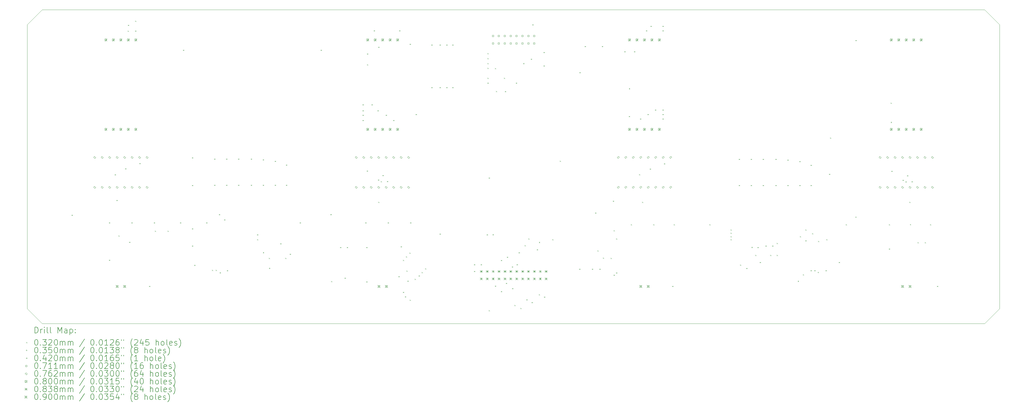
<source format=gbr>
%TF.GenerationSoftware,KiCad,Pcbnew,8.0.8-8.0.8-0~ubuntu24.04.1*%
%TF.CreationDate,2025-08-07T17:01:00-04:00*%
%TF.ProjectId,display_15_in,64697370-6c61-4795-9f31-355f696e2e6b,2*%
%TF.SameCoordinates,Original*%
%TF.FileFunction,Drillmap*%
%TF.FilePolarity,Positive*%
%FSLAX45Y45*%
G04 Gerber Fmt 4.5, Leading zero omitted, Abs format (unit mm)*
G04 Created by KiCad (PCBNEW 8.0.8-8.0.8-0~ubuntu24.04.1) date 2025-08-07 17:01:00*
%MOMM*%
%LPD*%
G01*
G04 APERTURE LIST*
%ADD10C,0.050000*%
%ADD11C,0.200000*%
%ADD12C,0.100000*%
G04 APERTURE END LIST*
D10*
X5854700Y-18397600D02*
X37858700Y-18397600D01*
X5854700Y-7729600D02*
X37858700Y-7729600D01*
X38366700Y-8237600D02*
X38366700Y-17889600D01*
X37858700Y-7729600D02*
X38366700Y-8237600D01*
X5346700Y-17889600D02*
X5854700Y-18397600D01*
X5346700Y-8237600D02*
X5346700Y-17889600D01*
X5346700Y-8237600D02*
X5854700Y-7729600D01*
X38366700Y-17889600D02*
X37858700Y-18397600D01*
D11*
D12*
X8124700Y-14952600D02*
X8156700Y-14984600D01*
X8156700Y-14952600D02*
X8124700Y-14984600D01*
X8124700Y-16222600D02*
X8156700Y-16254600D01*
X8156700Y-16222600D02*
X8124700Y-16254600D01*
X8315200Y-13319000D02*
X8347200Y-13351000D01*
X8347200Y-13319000D02*
X8315200Y-13351000D01*
X8378700Y-14190600D02*
X8410700Y-14222600D01*
X8410700Y-14190600D02*
X8378700Y-14222600D01*
X8442200Y-15397100D02*
X8474200Y-15429100D01*
X8474200Y-15397100D02*
X8442200Y-15429100D01*
X8670800Y-13115800D02*
X8702800Y-13147800D01*
X8702800Y-13115800D02*
X8670800Y-13147800D01*
X8759700Y-8435623D02*
X8791700Y-8467623D01*
X8791700Y-8435623D02*
X8759700Y-8467623D01*
X8767827Y-8237874D02*
X8799827Y-8269874D01*
X8799827Y-8237874D02*
X8767827Y-8269874D01*
X8810500Y-15613000D02*
X8842500Y-15645000D01*
X8842500Y-15613000D02*
X8810500Y-15645000D01*
X8886700Y-14952600D02*
X8918700Y-14984600D01*
X8918700Y-14952600D02*
X8886700Y-14984600D01*
X9012260Y-8433945D02*
X9044260Y-8465945D01*
X9044260Y-8433945D02*
X9012260Y-8465945D01*
X9013566Y-8096902D02*
X9045566Y-8128902D01*
X9045566Y-8096902D02*
X9013566Y-8128902D01*
X9153400Y-12938000D02*
X9185400Y-12970000D01*
X9185400Y-12938000D02*
X9153400Y-12970000D01*
X9483600Y-17111600D02*
X9515600Y-17143600D01*
X9515600Y-17111600D02*
X9483600Y-17143600D01*
X9648700Y-14952600D02*
X9680700Y-14984600D01*
X9680700Y-14952600D02*
X9648700Y-14984600D01*
X9680510Y-15238410D02*
X9712510Y-15270410D01*
X9712510Y-15238410D02*
X9680510Y-15270410D01*
X10112310Y-15238410D02*
X10144310Y-15270410D01*
X10144310Y-15238410D02*
X10112310Y-15270410D01*
X10537700Y-14952600D02*
X10569700Y-14984600D01*
X10569700Y-14952600D02*
X10537700Y-14984600D01*
X10639300Y-9085200D02*
X10671300Y-9117200D01*
X10671300Y-9085200D02*
X10639300Y-9117200D01*
X10944100Y-12742800D02*
X10976100Y-12774800D01*
X10976100Y-12742800D02*
X10944100Y-12774800D01*
X10944100Y-13682600D02*
X10976100Y-13714600D01*
X10976100Y-13682600D02*
X10944100Y-13714600D01*
X10944100Y-15155800D02*
X10976100Y-15187800D01*
X10976100Y-15155800D02*
X10944100Y-15187800D01*
X10944100Y-15740000D02*
X10976100Y-15772000D01*
X10976100Y-15740000D02*
X10944100Y-15772000D01*
X11426700Y-14952600D02*
X11458700Y-14984600D01*
X11458700Y-14952600D02*
X11426700Y-14984600D01*
X11617200Y-16565500D02*
X11649200Y-16597500D01*
X11649200Y-16565500D02*
X11617200Y-16597500D01*
X11693400Y-12785600D02*
X11725400Y-12817600D01*
X11725400Y-12785600D02*
X11693400Y-12817600D01*
X11693400Y-13674600D02*
X11725400Y-13706600D01*
X11725400Y-13674600D02*
X11693400Y-13706600D01*
X11744200Y-16565500D02*
X11776200Y-16597500D01*
X11776200Y-16565500D02*
X11744200Y-16597500D01*
X11858500Y-14673200D02*
X11890500Y-14705200D01*
X11890500Y-14673200D02*
X11858500Y-14705200D01*
X12036300Y-14851000D02*
X12068300Y-14883000D01*
X12068300Y-14851000D02*
X12036300Y-14883000D01*
X12099800Y-12785600D02*
X12131800Y-12817600D01*
X12131800Y-12785600D02*
X12099800Y-12817600D01*
X12099800Y-13674600D02*
X12131800Y-13706600D01*
X12131800Y-13674600D02*
X12099800Y-13706600D01*
X12125200Y-16578200D02*
X12157200Y-16610200D01*
X12157200Y-16578200D02*
X12125200Y-16610200D01*
X12506200Y-12785600D02*
X12538200Y-12817600D01*
X12538200Y-12785600D02*
X12506200Y-12817600D01*
X12506200Y-13674600D02*
X12538200Y-13706600D01*
X12538200Y-13674600D02*
X12506200Y-13706600D01*
X12938000Y-12785600D02*
X12970000Y-12817600D01*
X12970000Y-12785600D02*
X12938000Y-12817600D01*
X12938000Y-13674600D02*
X12970000Y-13706600D01*
X12970000Y-13674600D02*
X12938000Y-13706600D01*
X13153900Y-15359000D02*
X13185900Y-15391000D01*
X13185900Y-15359000D02*
X13153900Y-15391000D01*
X13153900Y-15524100D02*
X13185900Y-15556100D01*
X13185900Y-15524100D02*
X13153900Y-15556100D01*
X13344400Y-12811000D02*
X13376400Y-12843000D01*
X13376400Y-12811000D02*
X13344400Y-12843000D01*
X13344400Y-13674600D02*
X13376400Y-13706600D01*
X13376400Y-13674600D02*
X13344400Y-13706600D01*
X13350750Y-15962250D02*
X13382750Y-15994250D01*
X13382750Y-15962250D02*
X13350750Y-15994250D01*
X13547600Y-16159100D02*
X13579600Y-16191100D01*
X13579600Y-16159100D02*
X13547600Y-16191100D01*
X13750800Y-12861800D02*
X13782800Y-12893800D01*
X13782800Y-12861800D02*
X13750800Y-12893800D01*
X13750800Y-13674600D02*
X13782800Y-13706600D01*
X13782800Y-13674600D02*
X13750800Y-13706600D01*
X13941300Y-15663800D02*
X13973300Y-15695800D01*
X13973300Y-15663800D02*
X13941300Y-15695800D01*
X14106400Y-16159100D02*
X14138400Y-16191100D01*
X14138400Y-16159100D02*
X14106400Y-16191100D01*
X14131800Y-12988800D02*
X14163800Y-13020800D01*
X14163800Y-12988800D02*
X14131800Y-13020800D01*
X14131800Y-13674600D02*
X14163800Y-13706600D01*
X14163800Y-13674600D02*
X14131800Y-13706600D01*
X14258800Y-16019400D02*
X14290800Y-16051400D01*
X14290800Y-16019400D02*
X14258800Y-16051400D01*
X14601700Y-14952600D02*
X14633700Y-14984600D01*
X14633700Y-14952600D02*
X14601700Y-14984600D01*
X15312900Y-9085200D02*
X15344900Y-9117200D01*
X15344900Y-9085200D02*
X15312900Y-9117200D01*
X15668500Y-16945700D02*
X15700500Y-16977700D01*
X15700500Y-16945700D02*
X15668500Y-16977700D01*
X15973300Y-15790800D02*
X16005300Y-15822800D01*
X16005300Y-15790800D02*
X15973300Y-15822800D01*
X16125700Y-16832200D02*
X16157700Y-16864200D01*
X16157700Y-16832200D02*
X16125700Y-16864200D01*
X16201900Y-15790800D02*
X16233900Y-15822800D01*
X16233900Y-15790800D02*
X16201900Y-15822800D01*
X16735300Y-10939400D02*
X16767300Y-10971400D01*
X16767300Y-10939400D02*
X16735300Y-10971400D01*
X16735300Y-11142600D02*
X16767300Y-11174600D01*
X16767300Y-11142600D02*
X16735300Y-11174600D01*
X16735300Y-11295000D02*
X16767300Y-11327000D01*
X16767300Y-11295000D02*
X16735300Y-11327000D01*
X16735300Y-11472800D02*
X16767300Y-11504800D01*
X16767300Y-11472800D02*
X16735300Y-11504800D01*
X16824200Y-14952600D02*
X16856200Y-14984600D01*
X16856200Y-14952600D02*
X16824200Y-14984600D01*
X16862300Y-15790800D02*
X16894300Y-15822800D01*
X16894300Y-15790800D02*
X16862300Y-15822800D01*
X16862300Y-16959200D02*
X16894300Y-16991200D01*
X16894300Y-16959200D02*
X16862300Y-16991200D01*
X16875000Y-13192000D02*
X16907000Y-13224000D01*
X16907000Y-13192000D02*
X16875000Y-13224000D01*
X16887700Y-9212200D02*
X16919700Y-9244200D01*
X16919700Y-9212200D02*
X16887700Y-9244200D01*
X16887700Y-9580500D02*
X16919700Y-9612500D01*
X16919700Y-9580500D02*
X16887700Y-9612500D01*
X17040100Y-10939400D02*
X17072100Y-10971400D01*
X17072100Y-10939400D02*
X17040100Y-10971400D01*
X17116300Y-8424800D02*
X17148300Y-8456800D01*
X17148300Y-8424800D02*
X17116300Y-8456800D01*
X17243300Y-11142600D02*
X17275300Y-11174600D01*
X17275300Y-11142600D02*
X17243300Y-11174600D01*
X17256000Y-13496800D02*
X17288000Y-13528800D01*
X17288000Y-13496800D02*
X17256000Y-13528800D01*
X17268700Y-8983600D02*
X17300700Y-9015600D01*
X17300700Y-8983600D02*
X17268700Y-9015600D01*
X17268700Y-14254100D02*
X17300700Y-14286100D01*
X17300700Y-14254100D02*
X17268700Y-14286100D01*
X17351364Y-13553836D02*
X17383364Y-13585836D01*
X17383364Y-13553836D02*
X17351364Y-13585836D01*
X17408400Y-13344400D02*
X17440400Y-13376400D01*
X17440400Y-13344400D02*
X17408400Y-13376400D01*
X17522700Y-11295000D02*
X17554700Y-11327000D01*
X17554700Y-11295000D02*
X17522700Y-11327000D01*
X17560800Y-13547600D02*
X17592800Y-13579600D01*
X17592800Y-13547600D02*
X17560800Y-13579600D01*
X17586200Y-14952600D02*
X17618200Y-14984600D01*
X17618200Y-14952600D02*
X17586200Y-14984600D01*
X17776700Y-11472800D02*
X17808700Y-11504800D01*
X17808700Y-11472800D02*
X17776700Y-11504800D01*
X17954500Y-16781400D02*
X17986500Y-16813400D01*
X17986500Y-16781400D02*
X17954500Y-16813400D01*
X17979900Y-8424800D02*
X18011900Y-8456800D01*
X18011900Y-8424800D02*
X17979900Y-8456800D01*
X18030700Y-15765400D02*
X18062700Y-15797400D01*
X18062700Y-15765400D02*
X18030700Y-15797400D01*
X18106900Y-16226857D02*
X18138900Y-16258857D01*
X18138900Y-16226857D02*
X18106900Y-16258857D01*
X18106900Y-17314800D02*
X18138900Y-17346800D01*
X18138900Y-17314800D02*
X18106900Y-17346800D01*
X18170400Y-17467200D02*
X18202400Y-17499200D01*
X18202400Y-17467200D02*
X18170400Y-17499200D01*
X18208500Y-16107271D02*
X18240500Y-16139271D01*
X18240500Y-16107271D02*
X18208500Y-16139271D01*
X18221200Y-16590900D02*
X18253200Y-16622900D01*
X18253200Y-16590900D02*
X18221200Y-16622900D01*
X18259300Y-16933800D02*
X18291300Y-16965800D01*
X18291300Y-16933800D02*
X18259300Y-16965800D01*
X18322800Y-15981300D02*
X18354800Y-16013300D01*
X18354800Y-15981300D02*
X18322800Y-16013300D01*
X18335500Y-8882000D02*
X18367500Y-8914000D01*
X18367500Y-8882000D02*
X18335500Y-8914000D01*
X18335500Y-17581500D02*
X18367500Y-17613500D01*
X18367500Y-17581500D02*
X18335500Y-17613500D01*
X18348200Y-14952600D02*
X18380200Y-14984600D01*
X18380200Y-14952600D02*
X18348200Y-14984600D01*
X18500600Y-16870300D02*
X18532600Y-16902300D01*
X18532600Y-16870300D02*
X18500600Y-16902300D01*
X18538700Y-11269600D02*
X18570700Y-11301600D01*
X18570700Y-11269600D02*
X18538700Y-11301600D01*
X18640300Y-16756000D02*
X18672300Y-16788000D01*
X18672300Y-16756000D02*
X18640300Y-16788000D01*
X18741900Y-16641700D02*
X18773900Y-16673700D01*
X18773900Y-16641700D02*
X18741900Y-16673700D01*
X18856200Y-16514700D02*
X18888200Y-16546700D01*
X18888200Y-16514700D02*
X18856200Y-16546700D01*
X19072100Y-8907400D02*
X19104100Y-8939400D01*
X19104100Y-8907400D02*
X19072100Y-8939400D01*
X19072100Y-10355200D02*
X19104100Y-10387200D01*
X19104100Y-10355200D02*
X19072100Y-10387200D01*
X19351500Y-8907400D02*
X19383500Y-8939400D01*
X19383500Y-8907400D02*
X19351500Y-8939400D01*
X19351500Y-10355200D02*
X19383500Y-10387200D01*
X19383500Y-10355200D02*
X19351500Y-10387200D01*
X19351500Y-15333600D02*
X19383500Y-15365600D01*
X19383500Y-15333600D02*
X19351500Y-15365600D01*
X19580100Y-8907400D02*
X19612100Y-8939400D01*
X19612100Y-8907400D02*
X19580100Y-8939400D01*
X19580100Y-10355200D02*
X19612100Y-10387200D01*
X19612100Y-10355200D02*
X19580100Y-10387200D01*
X19783300Y-8907400D02*
X19815300Y-8939400D01*
X19815300Y-8907400D02*
X19783300Y-8939400D01*
X19783300Y-10355200D02*
X19815300Y-10387200D01*
X19815300Y-10355200D02*
X19783300Y-10387200D01*
X20519900Y-16375000D02*
X20551900Y-16407000D01*
X20551900Y-16375000D02*
X20519900Y-16407000D01*
X20519900Y-16603600D02*
X20551900Y-16635600D01*
X20551900Y-16603600D02*
X20519900Y-16635600D01*
X20748500Y-16375000D02*
X20780500Y-16407000D01*
X20780500Y-16375000D02*
X20748500Y-16407000D01*
X20951700Y-15359000D02*
X20983700Y-15391000D01*
X20983700Y-15359000D02*
X20951700Y-15391000D01*
X20977100Y-9201314D02*
X21009100Y-9233314D01*
X21009100Y-9201314D02*
X20977100Y-9233314D01*
X20977100Y-9368228D02*
X21009100Y-9400228D01*
X21009100Y-9368228D02*
X20977100Y-9400228D01*
X20977100Y-9535143D02*
X21009100Y-9567143D01*
X21009100Y-9535143D02*
X20977100Y-9567143D01*
X20977100Y-9702057D02*
X21009100Y-9734057D01*
X21009100Y-9702057D02*
X20977100Y-9734057D01*
X20977100Y-10035885D02*
X21009100Y-10067885D01*
X21009100Y-10035885D02*
X20977100Y-10067885D01*
X20977100Y-10202800D02*
X21009100Y-10234800D01*
X21009100Y-10202800D02*
X20977100Y-10234800D01*
X21015200Y-13428600D02*
X21047200Y-13460600D01*
X21047200Y-13428600D02*
X21015200Y-13460600D01*
X21017100Y-17935200D02*
X21049100Y-17967200D01*
X21049100Y-17935200D02*
X21017100Y-17967200D01*
X21148364Y-15352464D02*
X21180364Y-15384464D01*
X21180364Y-15352464D02*
X21148364Y-15384464D01*
X21231100Y-9705927D02*
X21263100Y-9737927D01*
X21263100Y-9705927D02*
X21231100Y-9737927D01*
X21231100Y-17103133D02*
X21263100Y-17135133D01*
X21263100Y-17103133D02*
X21231100Y-17135133D01*
X21264054Y-10489754D02*
X21296054Y-10521754D01*
X21296054Y-10489754D02*
X21264054Y-10521754D01*
X21434300Y-16231067D02*
X21466300Y-16263067D01*
X21466300Y-16231067D02*
X21434300Y-16263067D01*
X21434300Y-17289400D02*
X21466300Y-17321400D01*
X21466300Y-17289400D02*
X21434300Y-17321400D01*
X21535900Y-10035698D02*
X21567900Y-10067698D01*
X21567900Y-10035698D02*
X21535900Y-10067698D01*
X21569213Y-10491211D02*
X21601213Y-10523211D01*
X21601213Y-10491211D02*
X21569213Y-10523211D01*
X21599400Y-17010000D02*
X21631400Y-17042000D01*
X21631400Y-17010000D02*
X21599400Y-17042000D01*
X21637500Y-16121000D02*
X21669500Y-16153000D01*
X21669500Y-16121000D02*
X21637500Y-16153000D01*
X21802600Y-16451200D02*
X21834600Y-16483200D01*
X21834600Y-16451200D02*
X21802600Y-16483200D01*
X21815300Y-17187800D02*
X21847300Y-17219800D01*
X21847300Y-17187800D02*
X21815300Y-17219800D01*
X21891500Y-17759300D02*
X21923500Y-17791300D01*
X21923500Y-17759300D02*
X21891500Y-17791300D01*
X21942300Y-10202800D02*
X21974300Y-10234800D01*
X21974300Y-10202800D02*
X21942300Y-10234800D01*
X21967700Y-16375000D02*
X21999700Y-16407000D01*
X21999700Y-16375000D02*
X21967700Y-16407000D01*
X22031200Y-15968600D02*
X22063200Y-16000600D01*
X22063200Y-15968600D02*
X22031200Y-16000600D01*
X22094700Y-17860900D02*
X22126700Y-17892900D01*
X22126700Y-17860900D02*
X22094700Y-17892900D01*
X22189054Y-9535154D02*
X22221054Y-9567154D01*
X22221054Y-9535154D02*
X22189054Y-9567154D01*
X22234400Y-15727300D02*
X22266400Y-15759300D01*
X22266400Y-15727300D02*
X22234400Y-15759300D01*
X22297900Y-17568800D02*
X22329900Y-17600800D01*
X22329900Y-17568800D02*
X22297900Y-17600800D01*
X22361400Y-15498700D02*
X22393400Y-15530700D01*
X22393400Y-15498700D02*
X22361400Y-15530700D01*
X22450300Y-9390000D02*
X22482300Y-9422000D01*
X22482300Y-9390000D02*
X22450300Y-9422000D01*
X22475700Y-17661933D02*
X22507700Y-17693933D01*
X22507700Y-17661933D02*
X22475700Y-17693933D01*
X22501100Y-8221600D02*
X22533100Y-8253600D01*
X22533100Y-8221600D02*
X22501100Y-8253600D01*
X22653500Y-15867000D02*
X22685500Y-15899000D01*
X22685500Y-15867000D02*
X22653500Y-15899000D01*
X22719982Y-17393982D02*
X22751982Y-17425982D01*
X22751982Y-17393982D02*
X22719982Y-17425982D01*
X22723350Y-15619350D02*
X22755350Y-15651350D01*
X22755350Y-15619350D02*
X22723350Y-15651350D01*
X22882100Y-9161400D02*
X22914100Y-9193400D01*
X22914100Y-9161400D02*
X22882100Y-9193400D01*
X22882100Y-9618600D02*
X22914100Y-9650600D01*
X22914100Y-9618600D02*
X22882100Y-9650600D01*
X22894800Y-17475667D02*
X22926800Y-17507667D01*
X22926800Y-17475667D02*
X22894800Y-17507667D01*
X23174200Y-15524100D02*
X23206200Y-15556100D01*
X23206200Y-15524100D02*
X23174200Y-15556100D01*
X23428200Y-12857100D02*
X23460200Y-12889100D01*
X23460200Y-12857100D02*
X23428200Y-12889100D01*
X24088600Y-16527400D02*
X24120600Y-16559400D01*
X24120600Y-16527400D02*
X24088600Y-16559400D01*
X24101300Y-9847200D02*
X24133300Y-9879200D01*
X24133300Y-9847200D02*
X24101300Y-9879200D01*
X24279100Y-8958200D02*
X24311100Y-8990200D01*
X24311100Y-8958200D02*
X24279100Y-8990200D01*
X24520400Y-16527400D02*
X24552400Y-16559400D01*
X24552400Y-16527400D02*
X24520400Y-16559400D01*
X24710900Y-15905100D02*
X24742900Y-15937100D01*
X24742900Y-15905100D02*
X24710900Y-15937100D01*
X24774400Y-16527400D02*
X24806400Y-16559400D01*
X24806400Y-16527400D02*
X24774400Y-16559400D01*
X24863300Y-8958200D02*
X24895300Y-8990200D01*
X24895300Y-8958200D02*
X24863300Y-8990200D01*
X24895050Y-16152750D02*
X24927050Y-16184750D01*
X24927050Y-16152750D02*
X24895050Y-16184750D01*
X25155400Y-16159100D02*
X25187400Y-16191100D01*
X25187400Y-16159100D02*
X25155400Y-16191100D01*
X25231600Y-14216000D02*
X25263600Y-14248000D01*
X25263600Y-14216000D02*
X25231600Y-14248000D01*
X25257000Y-15219300D02*
X25289000Y-15251300D01*
X25289000Y-15219300D02*
X25257000Y-15251300D01*
X25257000Y-16730600D02*
X25289000Y-16762600D01*
X25289000Y-16730600D02*
X25257000Y-16762600D01*
X25345900Y-15498700D02*
X25377900Y-15530700D01*
X25377900Y-15498700D02*
X25345900Y-15530700D01*
X25345900Y-16654400D02*
X25377900Y-16686400D01*
X25377900Y-16654400D02*
X25345900Y-16686400D01*
X25625300Y-9136000D02*
X25657300Y-9168000D01*
X25657300Y-9136000D02*
X25625300Y-9168000D01*
X25776764Y-11337330D02*
X25808764Y-11369330D01*
X25808764Y-11337330D02*
X25776764Y-11369330D01*
X25778645Y-10396746D02*
X25810645Y-10428746D01*
X25810645Y-10396746D02*
X25778645Y-10428746D01*
X25841200Y-15016100D02*
X25873200Y-15048100D01*
X25873200Y-15016100D02*
X25841200Y-15048100D01*
X25955500Y-9136000D02*
X25987500Y-9168000D01*
X25987500Y-9136000D02*
X25955500Y-9168000D01*
X26120600Y-13314300D02*
X26152600Y-13346300D01*
X26152600Y-13314300D02*
X26120600Y-13346300D01*
X26158700Y-11422000D02*
X26190700Y-11454000D01*
X26190700Y-11422000D02*
X26158700Y-11454000D01*
X26222200Y-14254100D02*
X26254200Y-14286100D01*
X26254200Y-14254100D02*
X26222200Y-14286100D01*
X26361900Y-8424800D02*
X26393900Y-8456800D01*
X26393900Y-8424800D02*
X26361900Y-8456800D01*
X26412700Y-11269600D02*
X26444700Y-11301600D01*
X26444700Y-11269600D02*
X26412700Y-11301600D01*
X26488900Y-13123800D02*
X26520900Y-13155800D01*
X26520900Y-13123800D02*
X26488900Y-13155800D01*
X26514300Y-8272400D02*
X26546300Y-8304400D01*
X26546300Y-8272400D02*
X26514300Y-8304400D01*
X26603200Y-15016100D02*
X26635200Y-15048100D01*
X26635200Y-15016100D02*
X26603200Y-15048100D01*
X26666700Y-11117200D02*
X26698700Y-11149200D01*
X26698700Y-11117200D02*
X26666700Y-11149200D01*
X26920700Y-8272400D02*
X26952700Y-8304400D01*
X26952700Y-8272400D02*
X26920700Y-8304400D01*
X26920700Y-8424800D02*
X26952700Y-8456800D01*
X26952700Y-8424800D02*
X26920700Y-8456800D01*
X26920700Y-11117200D02*
X26952700Y-11149200D01*
X26952700Y-11117200D02*
X26920700Y-11149200D01*
X26920700Y-11269600D02*
X26952700Y-11301600D01*
X26952700Y-11269600D02*
X26920700Y-11301600D01*
X26920700Y-11422000D02*
X26952700Y-11454000D01*
X26952700Y-11422000D02*
X26920700Y-11454000D01*
X26971500Y-12946000D02*
X27003500Y-12978000D01*
X27003500Y-12946000D02*
X26971500Y-12978000D01*
X27250900Y-17111600D02*
X27282900Y-17143600D01*
X27282900Y-17111600D02*
X27250900Y-17143600D01*
X27301700Y-15016100D02*
X27333700Y-15048100D01*
X27333700Y-15016100D02*
X27301700Y-15048100D01*
X28508200Y-15016100D02*
X28540200Y-15048100D01*
X28540200Y-15016100D02*
X28508200Y-15048100D01*
X29232100Y-15193900D02*
X29264100Y-15225900D01*
X29264100Y-15193900D02*
X29232100Y-15225900D01*
X29232100Y-15305025D02*
X29264100Y-15337025D01*
X29264100Y-15305025D02*
X29232100Y-15337025D01*
X29232100Y-15422500D02*
X29264100Y-15454500D01*
X29264100Y-15422500D02*
X29232100Y-15454500D01*
X29232100Y-15524100D02*
X29264100Y-15556100D01*
X29264100Y-15524100D02*
X29232100Y-15556100D01*
X29511500Y-12793600D02*
X29543500Y-12825600D01*
X29543500Y-12793600D02*
X29511500Y-12825600D01*
X29511500Y-13682600D02*
X29543500Y-13714600D01*
X29543500Y-13682600D02*
X29511500Y-13714600D01*
X29549600Y-16387700D02*
X29581600Y-16419700D01*
X29581600Y-16387700D02*
X29549600Y-16419700D01*
X29765500Y-16502000D02*
X29797500Y-16534000D01*
X29797500Y-16502000D02*
X29765500Y-16534000D01*
X29917900Y-12793600D02*
X29949900Y-12825600D01*
X29949900Y-12793600D02*
X29917900Y-12825600D01*
X29917900Y-13682600D02*
X29949900Y-13714600D01*
X29949900Y-13682600D02*
X29917900Y-13714600D01*
X30070300Y-16060800D02*
X30102300Y-16092800D01*
X30102300Y-16060800D02*
X30070300Y-16092800D01*
X30146500Y-15790800D02*
X30178500Y-15822800D01*
X30178500Y-15790800D02*
X30146500Y-15822800D01*
X30222700Y-16298800D02*
X30254700Y-16330800D01*
X30254700Y-16298800D02*
X30222700Y-16330800D01*
X30324300Y-12793600D02*
X30356300Y-12825600D01*
X30356300Y-12793600D02*
X30324300Y-12825600D01*
X30324300Y-13682600D02*
X30356300Y-13714600D01*
X30356300Y-13682600D02*
X30324300Y-13714600D01*
X30413200Y-15740000D02*
X30445200Y-15772000D01*
X30445200Y-15740000D02*
X30413200Y-15772000D01*
X30578300Y-16060800D02*
X30610300Y-16092800D01*
X30610300Y-16060800D02*
X30578300Y-16092800D01*
X30641800Y-15740000D02*
X30673800Y-15772000D01*
X30673800Y-15740000D02*
X30641800Y-15772000D01*
X30756100Y-12793600D02*
X30788100Y-12825600D01*
X30788100Y-12793600D02*
X30756100Y-12825600D01*
X30756100Y-13682600D02*
X30788100Y-13714600D01*
X30788100Y-13682600D02*
X30756100Y-13714600D01*
X30794314Y-15651214D02*
X30826314Y-15683214D01*
X30826314Y-15651214D02*
X30794314Y-15683214D01*
X30794464Y-16058433D02*
X30826464Y-16090433D01*
X30826464Y-16058433D02*
X30794464Y-16090433D01*
X31162500Y-12819000D02*
X31194500Y-12851000D01*
X31194500Y-12819000D02*
X31162500Y-12851000D01*
X31162500Y-13682600D02*
X31194500Y-13714600D01*
X31194500Y-13682600D02*
X31162500Y-13714600D01*
X31511665Y-16940066D02*
X31543665Y-16972066D01*
X31543665Y-16940066D02*
X31511665Y-16972066D01*
X31568900Y-12869800D02*
X31600900Y-12901800D01*
X31600900Y-12869800D02*
X31568900Y-12901800D01*
X31568900Y-13682600D02*
X31600900Y-13714600D01*
X31600900Y-13682600D02*
X31568900Y-13714600D01*
X31581600Y-15422500D02*
X31613600Y-15454500D01*
X31613600Y-15422500D02*
X31581600Y-15454500D01*
X31683200Y-16717900D02*
X31715200Y-16749900D01*
X31715200Y-16717900D02*
X31683200Y-16749900D01*
X31772100Y-15193900D02*
X31804100Y-15225900D01*
X31804100Y-15193900D02*
X31772100Y-15225900D01*
X31772100Y-15562200D02*
X31804100Y-15594200D01*
X31804100Y-15562200D02*
X31772100Y-15594200D01*
X31949900Y-12996800D02*
X31981900Y-13028800D01*
X31981900Y-12996800D02*
X31949900Y-13028800D01*
X31949900Y-13682600D02*
X31981900Y-13714600D01*
X31981900Y-13682600D02*
X31949900Y-13714600D01*
X31949900Y-16578200D02*
X31981900Y-16610200D01*
X31981900Y-16578200D02*
X31949900Y-16610200D01*
X32000700Y-15320900D02*
X32032700Y-15352900D01*
X32032700Y-15320900D02*
X32000700Y-15352900D01*
X32076900Y-16578200D02*
X32108900Y-16610200D01*
X32108900Y-16578200D02*
X32076900Y-16610200D01*
X32202345Y-15586045D02*
X32234345Y-15618045D01*
X32234345Y-15586045D02*
X32202345Y-15618045D01*
X32457900Y-16578200D02*
X32489900Y-16610200D01*
X32489900Y-16578200D02*
X32457900Y-16610200D01*
X32483300Y-15524100D02*
X32515300Y-15556100D01*
X32515300Y-15524100D02*
X32483300Y-15556100D01*
X32572200Y-13301600D02*
X32604200Y-13333600D01*
X32604200Y-13301600D02*
X32572200Y-13333600D01*
X32610300Y-12069700D02*
X32642300Y-12101700D01*
X32642300Y-12069700D02*
X32610300Y-12101700D01*
X32902400Y-16298800D02*
X32934400Y-16330800D01*
X32934400Y-16298800D02*
X32902400Y-16330800D01*
X33143700Y-15016100D02*
X33175700Y-15048100D01*
X33175700Y-15016100D02*
X33143700Y-15048100D01*
X33473900Y-8755000D02*
X33505900Y-8787000D01*
X33505900Y-8755000D02*
X33473900Y-8787000D01*
X34604200Y-15016100D02*
X34636200Y-15048100D01*
X34636200Y-15016100D02*
X34604200Y-15048100D01*
X34604200Y-15841600D02*
X34636200Y-15873600D01*
X34636200Y-15841600D02*
X34604200Y-15873600D01*
X34667700Y-10882070D02*
X34699700Y-10914070D01*
X34699700Y-10882070D02*
X34667700Y-10914070D01*
X34669005Y-11534027D02*
X34701005Y-11566027D01*
X34701005Y-11534027D02*
X34669005Y-11566027D01*
X34693100Y-13200000D02*
X34725100Y-13232000D01*
X34725100Y-13200000D02*
X34693100Y-13232000D01*
X35074100Y-13504800D02*
X35106100Y-13536800D01*
X35106100Y-13504800D02*
X35074100Y-13536800D01*
X35169464Y-13561836D02*
X35201464Y-13593836D01*
X35201464Y-13561836D02*
X35169464Y-13593836D01*
X35226500Y-13352400D02*
X35258500Y-13384400D01*
X35258500Y-13352400D02*
X35226500Y-13384400D01*
X35302700Y-14254100D02*
X35334700Y-14286100D01*
X35334700Y-14254100D02*
X35302700Y-14286100D01*
X35321322Y-15012631D02*
X35353322Y-15044631D01*
X35353322Y-15012631D02*
X35321322Y-15044631D01*
X35378900Y-13555600D02*
X35410900Y-13587600D01*
X35410900Y-13555600D02*
X35378900Y-13587600D01*
X35582100Y-15625700D02*
X35614100Y-15657700D01*
X35614100Y-15625700D02*
X35582100Y-15657700D01*
X35823400Y-15625700D02*
X35855400Y-15657700D01*
X35855400Y-15625700D02*
X35823400Y-15657700D01*
X36001200Y-15016100D02*
X36033200Y-15048100D01*
X36033200Y-15016100D02*
X36001200Y-15048100D01*
X36242500Y-17111600D02*
X36274500Y-17143600D01*
X36274500Y-17111600D02*
X36242500Y-17143600D01*
X6888200Y-14714600D02*
G75*
G02*
X6853200Y-14714600I-17500J0D01*
G01*
X6853200Y-14714600D02*
G75*
G02*
X6888200Y-14714600I17500J0D01*
G01*
X11053800Y-16416400D02*
G75*
G02*
X11018800Y-16416400I-17500J0D01*
G01*
X11018800Y-16416400D02*
G75*
G02*
X11053800Y-16416400I17500J0D01*
G01*
X11917400Y-16670400D02*
G75*
G02*
X11882400Y-16670400I-17500J0D01*
G01*
X11882400Y-16670400D02*
G75*
G02*
X11917400Y-16670400I17500J0D01*
G01*
X13593800Y-16518000D02*
G75*
G02*
X13558800Y-16518000I-17500J0D01*
G01*
X13558800Y-16518000D02*
G75*
G02*
X13593800Y-16518000I17500J0D01*
G01*
X24668200Y-14638400D02*
G75*
G02*
X24633200Y-14638400I-17500J0D01*
G01*
X24633200Y-14638400D02*
G75*
G02*
X24668200Y-14638400I17500J0D01*
G01*
X29976800Y-15806800D02*
G75*
G02*
X29941800Y-15806800I-17500J0D01*
G01*
X29941800Y-15806800D02*
G75*
G02*
X29976800Y-15806800I17500J0D01*
G01*
X32224700Y-16657700D02*
G75*
G02*
X32189700Y-16657700I-17500J0D01*
G01*
X32189700Y-16657700D02*
G75*
G02*
X32224700Y-16657700I17500J0D01*
G01*
X33507400Y-14778491D02*
G75*
G02*
X33472400Y-14778491I-17500J0D01*
G01*
X33472400Y-14778491D02*
G75*
G02*
X33507400Y-14778491I17500J0D01*
G01*
X15659100Y-14668200D02*
X15659100Y-14710200D01*
X15638100Y-14689200D02*
X15680100Y-14689200D01*
X21183534Y-8643745D02*
X21183534Y-8593455D01*
X21133244Y-8593455D01*
X21133244Y-8643745D01*
X21183534Y-8643745D01*
X21183534Y-8897745D02*
X21183534Y-8847455D01*
X21133244Y-8847455D01*
X21133244Y-8897745D01*
X21183534Y-8897745D01*
X21383534Y-8643745D02*
X21383534Y-8593455D01*
X21333244Y-8593455D01*
X21333244Y-8643745D01*
X21383534Y-8643745D01*
X21383534Y-8897745D02*
X21383534Y-8847455D01*
X21333244Y-8847455D01*
X21333244Y-8897745D01*
X21383534Y-8897745D01*
X21583534Y-8643745D02*
X21583534Y-8593455D01*
X21533244Y-8593455D01*
X21533244Y-8643745D01*
X21583534Y-8643745D01*
X21583534Y-8897745D02*
X21583534Y-8847455D01*
X21533244Y-8847455D01*
X21533244Y-8897745D01*
X21583534Y-8897745D01*
X21783534Y-8643745D02*
X21783534Y-8593455D01*
X21733244Y-8593455D01*
X21733244Y-8643745D01*
X21783534Y-8643745D01*
X21783534Y-8897745D02*
X21783534Y-8847455D01*
X21733244Y-8847455D01*
X21733244Y-8897745D01*
X21783534Y-8897745D01*
X21983534Y-8643745D02*
X21983534Y-8593455D01*
X21933244Y-8593455D01*
X21933244Y-8643745D01*
X21983534Y-8643745D01*
X21983534Y-8897745D02*
X21983534Y-8847455D01*
X21933244Y-8847455D01*
X21933244Y-8897745D01*
X21983534Y-8897745D01*
X22183534Y-8643745D02*
X22183534Y-8593455D01*
X22133244Y-8593455D01*
X22133244Y-8643745D01*
X22183534Y-8643745D01*
X22183534Y-8897745D02*
X22183534Y-8847455D01*
X22133244Y-8847455D01*
X22133244Y-8897745D01*
X22183534Y-8897745D01*
X22383534Y-8643745D02*
X22383534Y-8593455D01*
X22333244Y-8593455D01*
X22333244Y-8643745D01*
X22383534Y-8643745D01*
X22383534Y-8897745D02*
X22383534Y-8847455D01*
X22333244Y-8847455D01*
X22333244Y-8897745D01*
X22383534Y-8897745D01*
X22583534Y-8643745D02*
X22583534Y-8593455D01*
X22533244Y-8593455D01*
X22533244Y-8643745D01*
X22583534Y-8643745D01*
X22583534Y-8897745D02*
X22583534Y-8847455D01*
X22533244Y-8847455D01*
X22533244Y-8897745D01*
X22583534Y-8897745D01*
X7630160Y-12781850D02*
X7668260Y-12743750D01*
X7630160Y-12705650D01*
X7592060Y-12743750D01*
X7630160Y-12781850D01*
X7630160Y-13797850D02*
X7668260Y-13759750D01*
X7630160Y-13721650D01*
X7592060Y-13759750D01*
X7630160Y-13797850D01*
X7884160Y-12781850D02*
X7922260Y-12743750D01*
X7884160Y-12705650D01*
X7846060Y-12743750D01*
X7884160Y-12781850D01*
X7884160Y-13797850D02*
X7922260Y-13759750D01*
X7884160Y-13721650D01*
X7846060Y-13759750D01*
X7884160Y-13797850D01*
X8138160Y-12781850D02*
X8176260Y-12743750D01*
X8138160Y-12705650D01*
X8100060Y-12743750D01*
X8138160Y-12781850D01*
X8138160Y-13797850D02*
X8176260Y-13759750D01*
X8138160Y-13721650D01*
X8100060Y-13759750D01*
X8138160Y-13797850D01*
X8392160Y-12781850D02*
X8430260Y-12743750D01*
X8392160Y-12705650D01*
X8354060Y-12743750D01*
X8392160Y-12781850D01*
X8392160Y-13797850D02*
X8430260Y-13759750D01*
X8392160Y-13721650D01*
X8354060Y-13759750D01*
X8392160Y-13797850D01*
X8646160Y-12781850D02*
X8684260Y-12743750D01*
X8646160Y-12705650D01*
X8608060Y-12743750D01*
X8646160Y-12781850D01*
X8646160Y-13797850D02*
X8684260Y-13759750D01*
X8646160Y-13721650D01*
X8608060Y-13759750D01*
X8646160Y-13797850D01*
X8900160Y-12781850D02*
X8938260Y-12743750D01*
X8900160Y-12705650D01*
X8862060Y-12743750D01*
X8900160Y-12781850D01*
X8900160Y-13797850D02*
X8938260Y-13759750D01*
X8900160Y-13721650D01*
X8862060Y-13759750D01*
X8900160Y-13797850D01*
X9154160Y-12781850D02*
X9192260Y-12743750D01*
X9154160Y-12705650D01*
X9116060Y-12743750D01*
X9154160Y-12781850D01*
X9154160Y-13797850D02*
X9192260Y-13759750D01*
X9154160Y-13721650D01*
X9116060Y-13759750D01*
X9154160Y-13797850D01*
X9408160Y-12781850D02*
X9446260Y-12743750D01*
X9408160Y-12705650D01*
X9370060Y-12743750D01*
X9408160Y-12781850D01*
X9408160Y-13797850D02*
X9446260Y-13759750D01*
X9408160Y-13721650D01*
X9370060Y-13759750D01*
X9408160Y-13797850D01*
X16512540Y-12784200D02*
X16550640Y-12746100D01*
X16512540Y-12708000D01*
X16474440Y-12746100D01*
X16512540Y-12784200D01*
X16512540Y-13800200D02*
X16550640Y-13762100D01*
X16512540Y-13724000D01*
X16474440Y-13762100D01*
X16512540Y-13800200D01*
X16766540Y-12784200D02*
X16804640Y-12746100D01*
X16766540Y-12708000D01*
X16728440Y-12746100D01*
X16766540Y-12784200D01*
X16766540Y-13800200D02*
X16804640Y-13762100D01*
X16766540Y-13724000D01*
X16728440Y-13762100D01*
X16766540Y-13800200D01*
X17020540Y-12784200D02*
X17058640Y-12746100D01*
X17020540Y-12708000D01*
X16982440Y-12746100D01*
X17020540Y-12784200D01*
X17020540Y-13800200D02*
X17058640Y-13762100D01*
X17020540Y-13724000D01*
X16982440Y-13762100D01*
X17020540Y-13800200D01*
X17274540Y-12784200D02*
X17312640Y-12746100D01*
X17274540Y-12708000D01*
X17236440Y-12746100D01*
X17274540Y-12784200D01*
X17274540Y-13800200D02*
X17312640Y-13762100D01*
X17274540Y-13724000D01*
X17236440Y-13762100D01*
X17274540Y-13800200D01*
X17528540Y-12784200D02*
X17566640Y-12746100D01*
X17528540Y-12708000D01*
X17490440Y-12746100D01*
X17528540Y-12784200D01*
X17528540Y-13800200D02*
X17566640Y-13762100D01*
X17528540Y-13724000D01*
X17490440Y-13762100D01*
X17528540Y-13800200D01*
X17782540Y-12784200D02*
X17820640Y-12746100D01*
X17782540Y-12708000D01*
X17744440Y-12746100D01*
X17782540Y-12784200D01*
X17782540Y-13800200D02*
X17820640Y-13762100D01*
X17782540Y-13724000D01*
X17744440Y-13762100D01*
X17782540Y-13800200D01*
X18036540Y-12784200D02*
X18074640Y-12746100D01*
X18036540Y-12708000D01*
X17998440Y-12746100D01*
X18036540Y-12784200D01*
X18036540Y-13800200D02*
X18074640Y-13762100D01*
X18036540Y-13724000D01*
X17998440Y-13762100D01*
X18036540Y-13800200D01*
X18290540Y-12784200D02*
X18328640Y-12746100D01*
X18290540Y-12708000D01*
X18252440Y-12746100D01*
X18290540Y-12784200D01*
X18290540Y-13800200D02*
X18328640Y-13762100D01*
X18290540Y-13724000D01*
X18252440Y-13762100D01*
X18290540Y-13800200D01*
X25412700Y-12779500D02*
X25450800Y-12741400D01*
X25412700Y-12703300D01*
X25374600Y-12741400D01*
X25412700Y-12779500D01*
X25412700Y-13795500D02*
X25450800Y-13757400D01*
X25412700Y-13719300D01*
X25374600Y-13757400D01*
X25412700Y-13795500D01*
X25666700Y-12779500D02*
X25704800Y-12741400D01*
X25666700Y-12703300D01*
X25628600Y-12741400D01*
X25666700Y-12779500D01*
X25666700Y-13795500D02*
X25704800Y-13757400D01*
X25666700Y-13719300D01*
X25628600Y-13757400D01*
X25666700Y-13795500D01*
X25920700Y-12779500D02*
X25958800Y-12741400D01*
X25920700Y-12703300D01*
X25882600Y-12741400D01*
X25920700Y-12779500D01*
X25920700Y-13795500D02*
X25958800Y-13757400D01*
X25920700Y-13719300D01*
X25882600Y-13757400D01*
X25920700Y-13795500D01*
X26174700Y-12779500D02*
X26212800Y-12741400D01*
X26174700Y-12703300D01*
X26136600Y-12741400D01*
X26174700Y-12779500D01*
X26174700Y-13795500D02*
X26212800Y-13757400D01*
X26174700Y-13719300D01*
X26136600Y-13757400D01*
X26174700Y-13795500D01*
X26428700Y-12779500D02*
X26466800Y-12741400D01*
X26428700Y-12703300D01*
X26390600Y-12741400D01*
X26428700Y-12779500D01*
X26428700Y-13795500D02*
X26466800Y-13757400D01*
X26428700Y-13719300D01*
X26390600Y-13757400D01*
X26428700Y-13795500D01*
X26682700Y-12779500D02*
X26720800Y-12741400D01*
X26682700Y-12703300D01*
X26644600Y-12741400D01*
X26682700Y-12779500D01*
X26682700Y-13795500D02*
X26720800Y-13757400D01*
X26682700Y-13719300D01*
X26644600Y-13757400D01*
X26682700Y-13795500D01*
X26936700Y-12779500D02*
X26974800Y-12741400D01*
X26936700Y-12703300D01*
X26898600Y-12741400D01*
X26936700Y-12779500D01*
X26936700Y-13795500D02*
X26974800Y-13757400D01*
X26936700Y-13719300D01*
X26898600Y-13757400D01*
X26936700Y-13795500D01*
X27190700Y-12779500D02*
X27228800Y-12741400D01*
X27190700Y-12703300D01*
X27152600Y-12741400D01*
X27190700Y-12779500D01*
X27190700Y-13795500D02*
X27228800Y-13757400D01*
X27190700Y-13719300D01*
X27152600Y-13757400D01*
X27190700Y-13795500D01*
X34302700Y-12784200D02*
X34340800Y-12746100D01*
X34302700Y-12708000D01*
X34264600Y-12746100D01*
X34302700Y-12784200D01*
X34302700Y-13800200D02*
X34340800Y-13762100D01*
X34302700Y-13724000D01*
X34264600Y-13762100D01*
X34302700Y-13800200D01*
X34556700Y-12784200D02*
X34594800Y-12746100D01*
X34556700Y-12708000D01*
X34518600Y-12746100D01*
X34556700Y-12784200D01*
X34556700Y-13800200D02*
X34594800Y-13762100D01*
X34556700Y-13724000D01*
X34518600Y-13762100D01*
X34556700Y-13800200D01*
X34810700Y-12784200D02*
X34848800Y-12746100D01*
X34810700Y-12708000D01*
X34772600Y-12746100D01*
X34810700Y-12784200D01*
X34810700Y-13800200D02*
X34848800Y-13762100D01*
X34810700Y-13724000D01*
X34772600Y-13762100D01*
X34810700Y-13800200D01*
X35064700Y-12784200D02*
X35102800Y-12746100D01*
X35064700Y-12708000D01*
X35026600Y-12746100D01*
X35064700Y-12784200D01*
X35064700Y-13800200D02*
X35102800Y-13762100D01*
X35064700Y-13724000D01*
X35026600Y-13762100D01*
X35064700Y-13800200D01*
X35318700Y-12784200D02*
X35356800Y-12746100D01*
X35318700Y-12708000D01*
X35280600Y-12746100D01*
X35318700Y-12784200D01*
X35318700Y-13800200D02*
X35356800Y-13762100D01*
X35318700Y-13724000D01*
X35280600Y-13762100D01*
X35318700Y-13800200D01*
X35572700Y-12784200D02*
X35610800Y-12746100D01*
X35572700Y-12708000D01*
X35534600Y-12746100D01*
X35572700Y-12784200D01*
X35572700Y-13800200D02*
X35610800Y-13762100D01*
X35572700Y-13724000D01*
X35534600Y-13762100D01*
X35572700Y-13800200D01*
X35826700Y-12784200D02*
X35864800Y-12746100D01*
X35826700Y-12708000D01*
X35788600Y-12746100D01*
X35826700Y-12784200D01*
X35826700Y-13800200D02*
X35864800Y-13762100D01*
X35826700Y-13724000D01*
X35788600Y-13762100D01*
X35826700Y-13800200D01*
X36080700Y-12784200D02*
X36118800Y-12746100D01*
X36080700Y-12708000D01*
X36042600Y-12746100D01*
X36080700Y-12784200D01*
X36080700Y-13800200D02*
X36118800Y-13762100D01*
X36080700Y-13724000D01*
X36042600Y-13762100D01*
X36080700Y-13800200D01*
X7973700Y-8709600D02*
X8053700Y-8789600D01*
X8053700Y-8709600D02*
X7973700Y-8789600D01*
X8053700Y-8749600D02*
G75*
G02*
X7973700Y-8749600I-40000J0D01*
G01*
X7973700Y-8749600D02*
G75*
G02*
X8053700Y-8749600I40000J0D01*
G01*
X7973700Y-11749600D02*
X8053700Y-11829600D01*
X8053700Y-11749600D02*
X7973700Y-11829600D01*
X8053700Y-11789600D02*
G75*
G02*
X7973700Y-11789600I-40000J0D01*
G01*
X7973700Y-11789600D02*
G75*
G02*
X8053700Y-11789600I40000J0D01*
G01*
X8227700Y-8709600D02*
X8307700Y-8789600D01*
X8307700Y-8709600D02*
X8227700Y-8789600D01*
X8307700Y-8749600D02*
G75*
G02*
X8227700Y-8749600I-40000J0D01*
G01*
X8227700Y-8749600D02*
G75*
G02*
X8307700Y-8749600I40000J0D01*
G01*
X8227700Y-11749600D02*
X8307700Y-11829600D01*
X8307700Y-11749600D02*
X8227700Y-11829600D01*
X8307700Y-11789600D02*
G75*
G02*
X8227700Y-11789600I-40000J0D01*
G01*
X8227700Y-11789600D02*
G75*
G02*
X8307700Y-11789600I40000J0D01*
G01*
X8481700Y-8709600D02*
X8561700Y-8789600D01*
X8561700Y-8709600D02*
X8481700Y-8789600D01*
X8561700Y-8749600D02*
G75*
G02*
X8481700Y-8749600I-40000J0D01*
G01*
X8481700Y-8749600D02*
G75*
G02*
X8561700Y-8749600I40000J0D01*
G01*
X8481700Y-11749600D02*
X8561700Y-11829600D01*
X8561700Y-11749600D02*
X8481700Y-11829600D01*
X8561700Y-11789600D02*
G75*
G02*
X8481700Y-11789600I-40000J0D01*
G01*
X8481700Y-11789600D02*
G75*
G02*
X8561700Y-11789600I40000J0D01*
G01*
X8735700Y-8709600D02*
X8815700Y-8789600D01*
X8815700Y-8709600D02*
X8735700Y-8789600D01*
X8815700Y-8749600D02*
G75*
G02*
X8735700Y-8749600I-40000J0D01*
G01*
X8735700Y-8749600D02*
G75*
G02*
X8815700Y-8749600I40000J0D01*
G01*
X8735700Y-11749600D02*
X8815700Y-11829600D01*
X8815700Y-11749600D02*
X8735700Y-11829600D01*
X8815700Y-11789600D02*
G75*
G02*
X8735700Y-11789600I-40000J0D01*
G01*
X8735700Y-11789600D02*
G75*
G02*
X8815700Y-11789600I40000J0D01*
G01*
X8989700Y-8709600D02*
X9069700Y-8789600D01*
X9069700Y-8709600D02*
X8989700Y-8789600D01*
X9069700Y-8749600D02*
G75*
G02*
X8989700Y-8749600I-40000J0D01*
G01*
X8989700Y-8749600D02*
G75*
G02*
X9069700Y-8749600I40000J0D01*
G01*
X8989700Y-11749600D02*
X9069700Y-11829600D01*
X9069700Y-11749600D02*
X8989700Y-11829600D01*
X9069700Y-11789600D02*
G75*
G02*
X8989700Y-11789600I-40000J0D01*
G01*
X8989700Y-11789600D02*
G75*
G02*
X9069700Y-11789600I40000J0D01*
G01*
X16863700Y-8709600D02*
X16943700Y-8789600D01*
X16943700Y-8709600D02*
X16863700Y-8789600D01*
X16943700Y-8749600D02*
G75*
G02*
X16863700Y-8749600I-40000J0D01*
G01*
X16863700Y-8749600D02*
G75*
G02*
X16943700Y-8749600I40000J0D01*
G01*
X16863700Y-11749600D02*
X16943700Y-11829600D01*
X16943700Y-11749600D02*
X16863700Y-11829600D01*
X16943700Y-11789600D02*
G75*
G02*
X16863700Y-11789600I-40000J0D01*
G01*
X16863700Y-11789600D02*
G75*
G02*
X16943700Y-11789600I40000J0D01*
G01*
X17117700Y-8709600D02*
X17197700Y-8789600D01*
X17197700Y-8709600D02*
X17117700Y-8789600D01*
X17197700Y-8749600D02*
G75*
G02*
X17117700Y-8749600I-40000J0D01*
G01*
X17117700Y-8749600D02*
G75*
G02*
X17197700Y-8749600I40000J0D01*
G01*
X17117700Y-11749600D02*
X17197700Y-11829600D01*
X17197700Y-11749600D02*
X17117700Y-11829600D01*
X17197700Y-11789600D02*
G75*
G02*
X17117700Y-11789600I-40000J0D01*
G01*
X17117700Y-11789600D02*
G75*
G02*
X17197700Y-11789600I40000J0D01*
G01*
X17371700Y-8709600D02*
X17451700Y-8789600D01*
X17451700Y-8709600D02*
X17371700Y-8789600D01*
X17451700Y-8749600D02*
G75*
G02*
X17371700Y-8749600I-40000J0D01*
G01*
X17371700Y-8749600D02*
G75*
G02*
X17451700Y-8749600I40000J0D01*
G01*
X17371700Y-11749600D02*
X17451700Y-11829600D01*
X17451700Y-11749600D02*
X17371700Y-11829600D01*
X17451700Y-11789600D02*
G75*
G02*
X17371700Y-11789600I-40000J0D01*
G01*
X17371700Y-11789600D02*
G75*
G02*
X17451700Y-11789600I40000J0D01*
G01*
X17625700Y-8709600D02*
X17705700Y-8789600D01*
X17705700Y-8709600D02*
X17625700Y-8789600D01*
X17705700Y-8749600D02*
G75*
G02*
X17625700Y-8749600I-40000J0D01*
G01*
X17625700Y-8749600D02*
G75*
G02*
X17705700Y-8749600I40000J0D01*
G01*
X17625700Y-11749600D02*
X17705700Y-11829600D01*
X17705700Y-11749600D02*
X17625700Y-11829600D01*
X17705700Y-11789600D02*
G75*
G02*
X17625700Y-11789600I-40000J0D01*
G01*
X17625700Y-11789600D02*
G75*
G02*
X17705700Y-11789600I40000J0D01*
G01*
X17879700Y-8709600D02*
X17959700Y-8789600D01*
X17959700Y-8709600D02*
X17879700Y-8789600D01*
X17959700Y-8749600D02*
G75*
G02*
X17879700Y-8749600I-40000J0D01*
G01*
X17879700Y-8749600D02*
G75*
G02*
X17959700Y-8749600I40000J0D01*
G01*
X17879700Y-11749600D02*
X17959700Y-11829600D01*
X17959700Y-11749600D02*
X17879700Y-11829600D01*
X17959700Y-11789600D02*
G75*
G02*
X17879700Y-11789600I-40000J0D01*
G01*
X17879700Y-11789600D02*
G75*
G02*
X17959700Y-11789600I40000J0D01*
G01*
X25753700Y-8709600D02*
X25833700Y-8789600D01*
X25833700Y-8709600D02*
X25753700Y-8789600D01*
X25833700Y-8749600D02*
G75*
G02*
X25753700Y-8749600I-40000J0D01*
G01*
X25753700Y-8749600D02*
G75*
G02*
X25833700Y-8749600I40000J0D01*
G01*
X25753700Y-11749600D02*
X25833700Y-11829600D01*
X25833700Y-11749600D02*
X25753700Y-11829600D01*
X25833700Y-11789600D02*
G75*
G02*
X25753700Y-11789600I-40000J0D01*
G01*
X25753700Y-11789600D02*
G75*
G02*
X25833700Y-11789600I40000J0D01*
G01*
X26007700Y-8709600D02*
X26087700Y-8789600D01*
X26087700Y-8709600D02*
X26007700Y-8789600D01*
X26087700Y-8749600D02*
G75*
G02*
X26007700Y-8749600I-40000J0D01*
G01*
X26007700Y-8749600D02*
G75*
G02*
X26087700Y-8749600I40000J0D01*
G01*
X26007700Y-11749600D02*
X26087700Y-11829600D01*
X26087700Y-11749600D02*
X26007700Y-11829600D01*
X26087700Y-11789600D02*
G75*
G02*
X26007700Y-11789600I-40000J0D01*
G01*
X26007700Y-11789600D02*
G75*
G02*
X26087700Y-11789600I40000J0D01*
G01*
X26261700Y-8709600D02*
X26341700Y-8789600D01*
X26341700Y-8709600D02*
X26261700Y-8789600D01*
X26341700Y-8749600D02*
G75*
G02*
X26261700Y-8749600I-40000J0D01*
G01*
X26261700Y-8749600D02*
G75*
G02*
X26341700Y-8749600I40000J0D01*
G01*
X26261700Y-11749600D02*
X26341700Y-11829600D01*
X26341700Y-11749600D02*
X26261700Y-11829600D01*
X26341700Y-11789600D02*
G75*
G02*
X26261700Y-11789600I-40000J0D01*
G01*
X26261700Y-11789600D02*
G75*
G02*
X26341700Y-11789600I40000J0D01*
G01*
X26515700Y-8709600D02*
X26595700Y-8789600D01*
X26595700Y-8709600D02*
X26515700Y-8789600D01*
X26595700Y-8749600D02*
G75*
G02*
X26515700Y-8749600I-40000J0D01*
G01*
X26515700Y-8749600D02*
G75*
G02*
X26595700Y-8749600I40000J0D01*
G01*
X26515700Y-11749600D02*
X26595700Y-11829600D01*
X26595700Y-11749600D02*
X26515700Y-11829600D01*
X26595700Y-11789600D02*
G75*
G02*
X26515700Y-11789600I-40000J0D01*
G01*
X26515700Y-11789600D02*
G75*
G02*
X26595700Y-11789600I40000J0D01*
G01*
X26769700Y-8709600D02*
X26849700Y-8789600D01*
X26849700Y-8709600D02*
X26769700Y-8789600D01*
X26849700Y-8749600D02*
G75*
G02*
X26769700Y-8749600I-40000J0D01*
G01*
X26769700Y-8749600D02*
G75*
G02*
X26849700Y-8749600I40000J0D01*
G01*
X26769700Y-11749600D02*
X26849700Y-11829600D01*
X26849700Y-11749600D02*
X26769700Y-11829600D01*
X26849700Y-11789600D02*
G75*
G02*
X26769700Y-11789600I-40000J0D01*
G01*
X26769700Y-11789600D02*
G75*
G02*
X26849700Y-11789600I40000J0D01*
G01*
X34643700Y-8709600D02*
X34723700Y-8789600D01*
X34723700Y-8709600D02*
X34643700Y-8789600D01*
X34723700Y-8749600D02*
G75*
G02*
X34643700Y-8749600I-40000J0D01*
G01*
X34643700Y-8749600D02*
G75*
G02*
X34723700Y-8749600I40000J0D01*
G01*
X34643700Y-11749600D02*
X34723700Y-11829600D01*
X34723700Y-11749600D02*
X34643700Y-11829600D01*
X34723700Y-11789600D02*
G75*
G02*
X34643700Y-11789600I-40000J0D01*
G01*
X34643700Y-11789600D02*
G75*
G02*
X34723700Y-11789600I40000J0D01*
G01*
X34897700Y-8709600D02*
X34977700Y-8789600D01*
X34977700Y-8709600D02*
X34897700Y-8789600D01*
X34977700Y-8749600D02*
G75*
G02*
X34897700Y-8749600I-40000J0D01*
G01*
X34897700Y-8749600D02*
G75*
G02*
X34977700Y-8749600I40000J0D01*
G01*
X34897700Y-11749600D02*
X34977700Y-11829600D01*
X34977700Y-11749600D02*
X34897700Y-11829600D01*
X34977700Y-11789600D02*
G75*
G02*
X34897700Y-11789600I-40000J0D01*
G01*
X34897700Y-11789600D02*
G75*
G02*
X34977700Y-11789600I40000J0D01*
G01*
X35151700Y-8709600D02*
X35231700Y-8789600D01*
X35231700Y-8709600D02*
X35151700Y-8789600D01*
X35231700Y-8749600D02*
G75*
G02*
X35151700Y-8749600I-40000J0D01*
G01*
X35151700Y-8749600D02*
G75*
G02*
X35231700Y-8749600I40000J0D01*
G01*
X35151700Y-11749600D02*
X35231700Y-11829600D01*
X35231700Y-11749600D02*
X35151700Y-11829600D01*
X35231700Y-11789600D02*
G75*
G02*
X35151700Y-11789600I-40000J0D01*
G01*
X35151700Y-11789600D02*
G75*
G02*
X35231700Y-11789600I40000J0D01*
G01*
X35405700Y-8709600D02*
X35485700Y-8789600D01*
X35485700Y-8709600D02*
X35405700Y-8789600D01*
X35485700Y-8749600D02*
G75*
G02*
X35405700Y-8749600I-40000J0D01*
G01*
X35405700Y-8749600D02*
G75*
G02*
X35485700Y-8749600I40000J0D01*
G01*
X35405700Y-11749600D02*
X35485700Y-11829600D01*
X35485700Y-11749600D02*
X35405700Y-11829600D01*
X35485700Y-11789600D02*
G75*
G02*
X35405700Y-11789600I-40000J0D01*
G01*
X35405700Y-11789600D02*
G75*
G02*
X35485700Y-11789600I40000J0D01*
G01*
X35659700Y-8709600D02*
X35739700Y-8789600D01*
X35739700Y-8709600D02*
X35659700Y-8789600D01*
X35739700Y-8749600D02*
G75*
G02*
X35659700Y-8749600I-40000J0D01*
G01*
X35659700Y-8749600D02*
G75*
G02*
X35739700Y-8749600I40000J0D01*
G01*
X35659700Y-11749600D02*
X35739700Y-11829600D01*
X35739700Y-11749600D02*
X35659700Y-11829600D01*
X35739700Y-11789600D02*
G75*
G02*
X35659700Y-11789600I-40000J0D01*
G01*
X35659700Y-11789600D02*
G75*
G02*
X35739700Y-11789600I40000J0D01*
G01*
X20722454Y-16577690D02*
X20806274Y-16661510D01*
X20806274Y-16577690D02*
X20722454Y-16661510D01*
X20764364Y-16577690D02*
X20764364Y-16661510D01*
X20722454Y-16619600D02*
X20806274Y-16619600D01*
X20722454Y-16827690D02*
X20806274Y-16911510D01*
X20806274Y-16827690D02*
X20722454Y-16911510D01*
X20764364Y-16827690D02*
X20764364Y-16911510D01*
X20722454Y-16869600D02*
X20806274Y-16869600D01*
X20922454Y-16577690D02*
X21006274Y-16661510D01*
X21006274Y-16577690D02*
X20922454Y-16661510D01*
X20964364Y-16577690D02*
X20964364Y-16661510D01*
X20922454Y-16619600D02*
X21006274Y-16619600D01*
X20922454Y-16827690D02*
X21006274Y-16911510D01*
X21006274Y-16827690D02*
X20922454Y-16911510D01*
X20964364Y-16827690D02*
X20964364Y-16911510D01*
X20922454Y-16869600D02*
X21006274Y-16869600D01*
X21122454Y-16577690D02*
X21206274Y-16661510D01*
X21206274Y-16577690D02*
X21122454Y-16661510D01*
X21164364Y-16577690D02*
X21164364Y-16661510D01*
X21122454Y-16619600D02*
X21206274Y-16619600D01*
X21122454Y-16827690D02*
X21206274Y-16911510D01*
X21206274Y-16827690D02*
X21122454Y-16911510D01*
X21164364Y-16827690D02*
X21164364Y-16911510D01*
X21122454Y-16869600D02*
X21206274Y-16869600D01*
X21322454Y-16577690D02*
X21406274Y-16661510D01*
X21406274Y-16577690D02*
X21322454Y-16661510D01*
X21364364Y-16577690D02*
X21364364Y-16661510D01*
X21322454Y-16619600D02*
X21406274Y-16619600D01*
X21322454Y-16827690D02*
X21406274Y-16911510D01*
X21406274Y-16827690D02*
X21322454Y-16911510D01*
X21364364Y-16827690D02*
X21364364Y-16911510D01*
X21322454Y-16869600D02*
X21406274Y-16869600D01*
X21522454Y-16577690D02*
X21606274Y-16661510D01*
X21606274Y-16577690D02*
X21522454Y-16661510D01*
X21564364Y-16577690D02*
X21564364Y-16661510D01*
X21522454Y-16619600D02*
X21606274Y-16619600D01*
X21522454Y-16827690D02*
X21606274Y-16911510D01*
X21606274Y-16827690D02*
X21522454Y-16911510D01*
X21564364Y-16827690D02*
X21564364Y-16911510D01*
X21522454Y-16869600D02*
X21606274Y-16869600D01*
X21722454Y-16577690D02*
X21806274Y-16661510D01*
X21806274Y-16577690D02*
X21722454Y-16661510D01*
X21764364Y-16577690D02*
X21764364Y-16661510D01*
X21722454Y-16619600D02*
X21806274Y-16619600D01*
X21722454Y-16827690D02*
X21806274Y-16911510D01*
X21806274Y-16827690D02*
X21722454Y-16911510D01*
X21764364Y-16827690D02*
X21764364Y-16911510D01*
X21722454Y-16869600D02*
X21806274Y-16869600D01*
X21922454Y-16577690D02*
X22006274Y-16661510D01*
X22006274Y-16577690D02*
X21922454Y-16661510D01*
X21964364Y-16577690D02*
X21964364Y-16661510D01*
X21922454Y-16619600D02*
X22006274Y-16619600D01*
X21922454Y-16827690D02*
X22006274Y-16911510D01*
X22006274Y-16827690D02*
X21922454Y-16911510D01*
X21964364Y-16827690D02*
X21964364Y-16911510D01*
X21922454Y-16869600D02*
X22006274Y-16869600D01*
X22122454Y-16577690D02*
X22206274Y-16661510D01*
X22206274Y-16577690D02*
X22122454Y-16661510D01*
X22164364Y-16577690D02*
X22164364Y-16661510D01*
X22122454Y-16619600D02*
X22206274Y-16619600D01*
X22122454Y-16827690D02*
X22206274Y-16911510D01*
X22206274Y-16827690D02*
X22122454Y-16911510D01*
X22164364Y-16827690D02*
X22164364Y-16911510D01*
X22122454Y-16869600D02*
X22206274Y-16869600D01*
X22322454Y-16577690D02*
X22406274Y-16661510D01*
X22406274Y-16577690D02*
X22322454Y-16661510D01*
X22364364Y-16577690D02*
X22364364Y-16661510D01*
X22322454Y-16619600D02*
X22406274Y-16619600D01*
X22322454Y-16827690D02*
X22406274Y-16911510D01*
X22406274Y-16827690D02*
X22322454Y-16911510D01*
X22364364Y-16827690D02*
X22364364Y-16911510D01*
X22322454Y-16869600D02*
X22406274Y-16869600D01*
X22522454Y-16577690D02*
X22606274Y-16661510D01*
X22606274Y-16577690D02*
X22522454Y-16661510D01*
X22564364Y-16577690D02*
X22564364Y-16661510D01*
X22522454Y-16619600D02*
X22606274Y-16619600D01*
X22522454Y-16827690D02*
X22606274Y-16911510D01*
X22606274Y-16827690D02*
X22522454Y-16911510D01*
X22564364Y-16827690D02*
X22564364Y-16911510D01*
X22522454Y-16869600D02*
X22606274Y-16869600D01*
X22722454Y-16577690D02*
X22806274Y-16661510D01*
X22806274Y-16577690D02*
X22722454Y-16661510D01*
X22764364Y-16577690D02*
X22764364Y-16661510D01*
X22722454Y-16619600D02*
X22806274Y-16619600D01*
X22722454Y-16827690D02*
X22806274Y-16911510D01*
X22806274Y-16827690D02*
X22722454Y-16911510D01*
X22764364Y-16827690D02*
X22764364Y-16911510D01*
X22722454Y-16869600D02*
X22806274Y-16869600D01*
X22922454Y-16577690D02*
X23006274Y-16661510D01*
X23006274Y-16577690D02*
X22922454Y-16661510D01*
X22964364Y-16577690D02*
X22964364Y-16661510D01*
X22922454Y-16619600D02*
X23006274Y-16619600D01*
X22922454Y-16827690D02*
X23006274Y-16911510D01*
X23006274Y-16827690D02*
X22922454Y-16911510D01*
X22964364Y-16827690D02*
X22964364Y-16911510D01*
X22922454Y-16869600D02*
X23006274Y-16869600D01*
X8349200Y-17082600D02*
X8439200Y-17172600D01*
X8439200Y-17082600D02*
X8349200Y-17172600D01*
X8426020Y-17159420D02*
X8426020Y-17095780D01*
X8362380Y-17095780D01*
X8362380Y-17159420D01*
X8426020Y-17159420D01*
X8603200Y-17082600D02*
X8693200Y-17172600D01*
X8693200Y-17082600D02*
X8603200Y-17172600D01*
X8680020Y-17159420D02*
X8680020Y-17095780D01*
X8616380Y-17095780D01*
X8616380Y-17159420D01*
X8680020Y-17159420D01*
X17239200Y-17082600D02*
X17329200Y-17172600D01*
X17329200Y-17082600D02*
X17239200Y-17172600D01*
X17316020Y-17159420D02*
X17316020Y-17095780D01*
X17252380Y-17095780D01*
X17252380Y-17159420D01*
X17316020Y-17159420D01*
X17493200Y-17082600D02*
X17583200Y-17172600D01*
X17583200Y-17082600D02*
X17493200Y-17172600D01*
X17570020Y-17159420D02*
X17570020Y-17095780D01*
X17506380Y-17095780D01*
X17506380Y-17159420D01*
X17570020Y-17159420D01*
X26129200Y-17082600D02*
X26219200Y-17172600D01*
X26219200Y-17082600D02*
X26129200Y-17172600D01*
X26206020Y-17159420D02*
X26206020Y-17095780D01*
X26142380Y-17095780D01*
X26142380Y-17159420D01*
X26206020Y-17159420D01*
X26383200Y-17082600D02*
X26473200Y-17172600D01*
X26473200Y-17082600D02*
X26383200Y-17172600D01*
X26460020Y-17159420D02*
X26460020Y-17095780D01*
X26396380Y-17095780D01*
X26396380Y-17159420D01*
X26460020Y-17159420D01*
X35019200Y-17082600D02*
X35109200Y-17172600D01*
X35109200Y-17082600D02*
X35019200Y-17172600D01*
X35096020Y-17159420D02*
X35096020Y-17095780D01*
X35032380Y-17095780D01*
X35032380Y-17159420D01*
X35096020Y-17159420D01*
X35273200Y-17082600D02*
X35363200Y-17172600D01*
X35363200Y-17082600D02*
X35273200Y-17172600D01*
X35350020Y-17159420D02*
X35350020Y-17095780D01*
X35286380Y-17095780D01*
X35286380Y-17159420D01*
X35350020Y-17159420D01*
D11*
X5604977Y-18711584D02*
X5604977Y-18511584D01*
X5604977Y-18511584D02*
X5652596Y-18511584D01*
X5652596Y-18511584D02*
X5681167Y-18521108D01*
X5681167Y-18521108D02*
X5700215Y-18540155D01*
X5700215Y-18540155D02*
X5709739Y-18559203D01*
X5709739Y-18559203D02*
X5719262Y-18597298D01*
X5719262Y-18597298D02*
X5719262Y-18625870D01*
X5719262Y-18625870D02*
X5709739Y-18663965D01*
X5709739Y-18663965D02*
X5700215Y-18683012D01*
X5700215Y-18683012D02*
X5681167Y-18702060D01*
X5681167Y-18702060D02*
X5652596Y-18711584D01*
X5652596Y-18711584D02*
X5604977Y-18711584D01*
X5804977Y-18711584D02*
X5804977Y-18578250D01*
X5804977Y-18616346D02*
X5814501Y-18597298D01*
X5814501Y-18597298D02*
X5824024Y-18587774D01*
X5824024Y-18587774D02*
X5843072Y-18578250D01*
X5843072Y-18578250D02*
X5862120Y-18578250D01*
X5928786Y-18711584D02*
X5928786Y-18578250D01*
X5928786Y-18511584D02*
X5919262Y-18521108D01*
X5919262Y-18521108D02*
X5928786Y-18530631D01*
X5928786Y-18530631D02*
X5938310Y-18521108D01*
X5938310Y-18521108D02*
X5928786Y-18511584D01*
X5928786Y-18511584D02*
X5928786Y-18530631D01*
X6052596Y-18711584D02*
X6033548Y-18702060D01*
X6033548Y-18702060D02*
X6024024Y-18683012D01*
X6024024Y-18683012D02*
X6024024Y-18511584D01*
X6157358Y-18711584D02*
X6138310Y-18702060D01*
X6138310Y-18702060D02*
X6128786Y-18683012D01*
X6128786Y-18683012D02*
X6128786Y-18511584D01*
X6385929Y-18711584D02*
X6385929Y-18511584D01*
X6385929Y-18511584D02*
X6452596Y-18654441D01*
X6452596Y-18654441D02*
X6519262Y-18511584D01*
X6519262Y-18511584D02*
X6519262Y-18711584D01*
X6700215Y-18711584D02*
X6700215Y-18606822D01*
X6700215Y-18606822D02*
X6690691Y-18587774D01*
X6690691Y-18587774D02*
X6671643Y-18578250D01*
X6671643Y-18578250D02*
X6633548Y-18578250D01*
X6633548Y-18578250D02*
X6614501Y-18587774D01*
X6700215Y-18702060D02*
X6681167Y-18711584D01*
X6681167Y-18711584D02*
X6633548Y-18711584D01*
X6633548Y-18711584D02*
X6614501Y-18702060D01*
X6614501Y-18702060D02*
X6604977Y-18683012D01*
X6604977Y-18683012D02*
X6604977Y-18663965D01*
X6604977Y-18663965D02*
X6614501Y-18644917D01*
X6614501Y-18644917D02*
X6633548Y-18635393D01*
X6633548Y-18635393D02*
X6681167Y-18635393D01*
X6681167Y-18635393D02*
X6700215Y-18625870D01*
X6795453Y-18578250D02*
X6795453Y-18778250D01*
X6795453Y-18587774D02*
X6814501Y-18578250D01*
X6814501Y-18578250D02*
X6852596Y-18578250D01*
X6852596Y-18578250D02*
X6871643Y-18587774D01*
X6871643Y-18587774D02*
X6881167Y-18597298D01*
X6881167Y-18597298D02*
X6890691Y-18616346D01*
X6890691Y-18616346D02*
X6890691Y-18673489D01*
X6890691Y-18673489D02*
X6881167Y-18692536D01*
X6881167Y-18692536D02*
X6871643Y-18702060D01*
X6871643Y-18702060D02*
X6852596Y-18711584D01*
X6852596Y-18711584D02*
X6814501Y-18711584D01*
X6814501Y-18711584D02*
X6795453Y-18702060D01*
X6976405Y-18692536D02*
X6985929Y-18702060D01*
X6985929Y-18702060D02*
X6976405Y-18711584D01*
X6976405Y-18711584D02*
X6966882Y-18702060D01*
X6966882Y-18702060D02*
X6976405Y-18692536D01*
X6976405Y-18692536D02*
X6976405Y-18711584D01*
X6976405Y-18587774D02*
X6985929Y-18597298D01*
X6985929Y-18597298D02*
X6976405Y-18606822D01*
X6976405Y-18606822D02*
X6966882Y-18597298D01*
X6966882Y-18597298D02*
X6976405Y-18587774D01*
X6976405Y-18587774D02*
X6976405Y-18606822D01*
D12*
X5312200Y-19024100D02*
X5344200Y-19056100D01*
X5344200Y-19024100D02*
X5312200Y-19056100D01*
D11*
X5643072Y-18931584D02*
X5662120Y-18931584D01*
X5662120Y-18931584D02*
X5681167Y-18941108D01*
X5681167Y-18941108D02*
X5690691Y-18950631D01*
X5690691Y-18950631D02*
X5700215Y-18969679D01*
X5700215Y-18969679D02*
X5709739Y-19007774D01*
X5709739Y-19007774D02*
X5709739Y-19055393D01*
X5709739Y-19055393D02*
X5700215Y-19093489D01*
X5700215Y-19093489D02*
X5690691Y-19112536D01*
X5690691Y-19112536D02*
X5681167Y-19122060D01*
X5681167Y-19122060D02*
X5662120Y-19131584D01*
X5662120Y-19131584D02*
X5643072Y-19131584D01*
X5643072Y-19131584D02*
X5624024Y-19122060D01*
X5624024Y-19122060D02*
X5614501Y-19112536D01*
X5614501Y-19112536D02*
X5604977Y-19093489D01*
X5604977Y-19093489D02*
X5595453Y-19055393D01*
X5595453Y-19055393D02*
X5595453Y-19007774D01*
X5595453Y-19007774D02*
X5604977Y-18969679D01*
X5604977Y-18969679D02*
X5614501Y-18950631D01*
X5614501Y-18950631D02*
X5624024Y-18941108D01*
X5624024Y-18941108D02*
X5643072Y-18931584D01*
X5795453Y-19112536D02*
X5804977Y-19122060D01*
X5804977Y-19122060D02*
X5795453Y-19131584D01*
X5795453Y-19131584D02*
X5785929Y-19122060D01*
X5785929Y-19122060D02*
X5795453Y-19112536D01*
X5795453Y-19112536D02*
X5795453Y-19131584D01*
X5871643Y-18931584D02*
X5995453Y-18931584D01*
X5995453Y-18931584D02*
X5928786Y-19007774D01*
X5928786Y-19007774D02*
X5957358Y-19007774D01*
X5957358Y-19007774D02*
X5976405Y-19017298D01*
X5976405Y-19017298D02*
X5985929Y-19026822D01*
X5985929Y-19026822D02*
X5995453Y-19045870D01*
X5995453Y-19045870D02*
X5995453Y-19093489D01*
X5995453Y-19093489D02*
X5985929Y-19112536D01*
X5985929Y-19112536D02*
X5976405Y-19122060D01*
X5976405Y-19122060D02*
X5957358Y-19131584D01*
X5957358Y-19131584D02*
X5900215Y-19131584D01*
X5900215Y-19131584D02*
X5881167Y-19122060D01*
X5881167Y-19122060D02*
X5871643Y-19112536D01*
X6071643Y-18950631D02*
X6081167Y-18941108D01*
X6081167Y-18941108D02*
X6100215Y-18931584D01*
X6100215Y-18931584D02*
X6147834Y-18931584D01*
X6147834Y-18931584D02*
X6166882Y-18941108D01*
X6166882Y-18941108D02*
X6176405Y-18950631D01*
X6176405Y-18950631D02*
X6185929Y-18969679D01*
X6185929Y-18969679D02*
X6185929Y-18988727D01*
X6185929Y-18988727D02*
X6176405Y-19017298D01*
X6176405Y-19017298D02*
X6062120Y-19131584D01*
X6062120Y-19131584D02*
X6185929Y-19131584D01*
X6309739Y-18931584D02*
X6328786Y-18931584D01*
X6328786Y-18931584D02*
X6347834Y-18941108D01*
X6347834Y-18941108D02*
X6357358Y-18950631D01*
X6357358Y-18950631D02*
X6366882Y-18969679D01*
X6366882Y-18969679D02*
X6376405Y-19007774D01*
X6376405Y-19007774D02*
X6376405Y-19055393D01*
X6376405Y-19055393D02*
X6366882Y-19093489D01*
X6366882Y-19093489D02*
X6357358Y-19112536D01*
X6357358Y-19112536D02*
X6347834Y-19122060D01*
X6347834Y-19122060D02*
X6328786Y-19131584D01*
X6328786Y-19131584D02*
X6309739Y-19131584D01*
X6309739Y-19131584D02*
X6290691Y-19122060D01*
X6290691Y-19122060D02*
X6281167Y-19112536D01*
X6281167Y-19112536D02*
X6271643Y-19093489D01*
X6271643Y-19093489D02*
X6262120Y-19055393D01*
X6262120Y-19055393D02*
X6262120Y-19007774D01*
X6262120Y-19007774D02*
X6271643Y-18969679D01*
X6271643Y-18969679D02*
X6281167Y-18950631D01*
X6281167Y-18950631D02*
X6290691Y-18941108D01*
X6290691Y-18941108D02*
X6309739Y-18931584D01*
X6462120Y-19131584D02*
X6462120Y-18998250D01*
X6462120Y-19017298D02*
X6471643Y-19007774D01*
X6471643Y-19007774D02*
X6490691Y-18998250D01*
X6490691Y-18998250D02*
X6519263Y-18998250D01*
X6519263Y-18998250D02*
X6538310Y-19007774D01*
X6538310Y-19007774D02*
X6547834Y-19026822D01*
X6547834Y-19026822D02*
X6547834Y-19131584D01*
X6547834Y-19026822D02*
X6557358Y-19007774D01*
X6557358Y-19007774D02*
X6576405Y-18998250D01*
X6576405Y-18998250D02*
X6604977Y-18998250D01*
X6604977Y-18998250D02*
X6624024Y-19007774D01*
X6624024Y-19007774D02*
X6633548Y-19026822D01*
X6633548Y-19026822D02*
X6633548Y-19131584D01*
X6728786Y-19131584D02*
X6728786Y-18998250D01*
X6728786Y-19017298D02*
X6738310Y-19007774D01*
X6738310Y-19007774D02*
X6757358Y-18998250D01*
X6757358Y-18998250D02*
X6785929Y-18998250D01*
X6785929Y-18998250D02*
X6804977Y-19007774D01*
X6804977Y-19007774D02*
X6814501Y-19026822D01*
X6814501Y-19026822D02*
X6814501Y-19131584D01*
X6814501Y-19026822D02*
X6824024Y-19007774D01*
X6824024Y-19007774D02*
X6843072Y-18998250D01*
X6843072Y-18998250D02*
X6871643Y-18998250D01*
X6871643Y-18998250D02*
X6890691Y-19007774D01*
X6890691Y-19007774D02*
X6900215Y-19026822D01*
X6900215Y-19026822D02*
X6900215Y-19131584D01*
X7290691Y-18922060D02*
X7119263Y-19179203D01*
X7547834Y-18931584D02*
X7566882Y-18931584D01*
X7566882Y-18931584D02*
X7585929Y-18941108D01*
X7585929Y-18941108D02*
X7595453Y-18950631D01*
X7595453Y-18950631D02*
X7604977Y-18969679D01*
X7604977Y-18969679D02*
X7614501Y-19007774D01*
X7614501Y-19007774D02*
X7614501Y-19055393D01*
X7614501Y-19055393D02*
X7604977Y-19093489D01*
X7604977Y-19093489D02*
X7595453Y-19112536D01*
X7595453Y-19112536D02*
X7585929Y-19122060D01*
X7585929Y-19122060D02*
X7566882Y-19131584D01*
X7566882Y-19131584D02*
X7547834Y-19131584D01*
X7547834Y-19131584D02*
X7528786Y-19122060D01*
X7528786Y-19122060D02*
X7519263Y-19112536D01*
X7519263Y-19112536D02*
X7509739Y-19093489D01*
X7509739Y-19093489D02*
X7500215Y-19055393D01*
X7500215Y-19055393D02*
X7500215Y-19007774D01*
X7500215Y-19007774D02*
X7509739Y-18969679D01*
X7509739Y-18969679D02*
X7519263Y-18950631D01*
X7519263Y-18950631D02*
X7528786Y-18941108D01*
X7528786Y-18941108D02*
X7547834Y-18931584D01*
X7700215Y-19112536D02*
X7709739Y-19122060D01*
X7709739Y-19122060D02*
X7700215Y-19131584D01*
X7700215Y-19131584D02*
X7690691Y-19122060D01*
X7690691Y-19122060D02*
X7700215Y-19112536D01*
X7700215Y-19112536D02*
X7700215Y-19131584D01*
X7833548Y-18931584D02*
X7852596Y-18931584D01*
X7852596Y-18931584D02*
X7871644Y-18941108D01*
X7871644Y-18941108D02*
X7881167Y-18950631D01*
X7881167Y-18950631D02*
X7890691Y-18969679D01*
X7890691Y-18969679D02*
X7900215Y-19007774D01*
X7900215Y-19007774D02*
X7900215Y-19055393D01*
X7900215Y-19055393D02*
X7890691Y-19093489D01*
X7890691Y-19093489D02*
X7881167Y-19112536D01*
X7881167Y-19112536D02*
X7871644Y-19122060D01*
X7871644Y-19122060D02*
X7852596Y-19131584D01*
X7852596Y-19131584D02*
X7833548Y-19131584D01*
X7833548Y-19131584D02*
X7814501Y-19122060D01*
X7814501Y-19122060D02*
X7804977Y-19112536D01*
X7804977Y-19112536D02*
X7795453Y-19093489D01*
X7795453Y-19093489D02*
X7785929Y-19055393D01*
X7785929Y-19055393D02*
X7785929Y-19007774D01*
X7785929Y-19007774D02*
X7795453Y-18969679D01*
X7795453Y-18969679D02*
X7804977Y-18950631D01*
X7804977Y-18950631D02*
X7814501Y-18941108D01*
X7814501Y-18941108D02*
X7833548Y-18931584D01*
X8090691Y-19131584D02*
X7976406Y-19131584D01*
X8033548Y-19131584D02*
X8033548Y-18931584D01*
X8033548Y-18931584D02*
X8014501Y-18960155D01*
X8014501Y-18960155D02*
X7995453Y-18979203D01*
X7995453Y-18979203D02*
X7976406Y-18988727D01*
X8166882Y-18950631D02*
X8176406Y-18941108D01*
X8176406Y-18941108D02*
X8195453Y-18931584D01*
X8195453Y-18931584D02*
X8243072Y-18931584D01*
X8243072Y-18931584D02*
X8262120Y-18941108D01*
X8262120Y-18941108D02*
X8271644Y-18950631D01*
X8271644Y-18950631D02*
X8281167Y-18969679D01*
X8281167Y-18969679D02*
X8281167Y-18988727D01*
X8281167Y-18988727D02*
X8271644Y-19017298D01*
X8271644Y-19017298D02*
X8157358Y-19131584D01*
X8157358Y-19131584D02*
X8281167Y-19131584D01*
X8452596Y-18931584D02*
X8414501Y-18931584D01*
X8414501Y-18931584D02*
X8395453Y-18941108D01*
X8395453Y-18941108D02*
X8385929Y-18950631D01*
X8385929Y-18950631D02*
X8366882Y-18979203D01*
X8366882Y-18979203D02*
X8357358Y-19017298D01*
X8357358Y-19017298D02*
X8357358Y-19093489D01*
X8357358Y-19093489D02*
X8366882Y-19112536D01*
X8366882Y-19112536D02*
X8376406Y-19122060D01*
X8376406Y-19122060D02*
X8395453Y-19131584D01*
X8395453Y-19131584D02*
X8433549Y-19131584D01*
X8433549Y-19131584D02*
X8452596Y-19122060D01*
X8452596Y-19122060D02*
X8462120Y-19112536D01*
X8462120Y-19112536D02*
X8471644Y-19093489D01*
X8471644Y-19093489D02*
X8471644Y-19045870D01*
X8471644Y-19045870D02*
X8462120Y-19026822D01*
X8462120Y-19026822D02*
X8452596Y-19017298D01*
X8452596Y-19017298D02*
X8433549Y-19007774D01*
X8433549Y-19007774D02*
X8395453Y-19007774D01*
X8395453Y-19007774D02*
X8376406Y-19017298D01*
X8376406Y-19017298D02*
X8366882Y-19026822D01*
X8366882Y-19026822D02*
X8357358Y-19045870D01*
X8547834Y-18931584D02*
X8547834Y-18969679D01*
X8624025Y-18931584D02*
X8624025Y-18969679D01*
X8919263Y-19207774D02*
X8909739Y-19198250D01*
X8909739Y-19198250D02*
X8890691Y-19169679D01*
X8890691Y-19169679D02*
X8881168Y-19150631D01*
X8881168Y-19150631D02*
X8871644Y-19122060D01*
X8871644Y-19122060D02*
X8862120Y-19074441D01*
X8862120Y-19074441D02*
X8862120Y-19036346D01*
X8862120Y-19036346D02*
X8871644Y-18988727D01*
X8871644Y-18988727D02*
X8881168Y-18960155D01*
X8881168Y-18960155D02*
X8890691Y-18941108D01*
X8890691Y-18941108D02*
X8909739Y-18912536D01*
X8909739Y-18912536D02*
X8919263Y-18903012D01*
X8985930Y-18950631D02*
X8995453Y-18941108D01*
X8995453Y-18941108D02*
X9014501Y-18931584D01*
X9014501Y-18931584D02*
X9062120Y-18931584D01*
X9062120Y-18931584D02*
X9081168Y-18941108D01*
X9081168Y-18941108D02*
X9090691Y-18950631D01*
X9090691Y-18950631D02*
X9100215Y-18969679D01*
X9100215Y-18969679D02*
X9100215Y-18988727D01*
X9100215Y-18988727D02*
X9090691Y-19017298D01*
X9090691Y-19017298D02*
X8976406Y-19131584D01*
X8976406Y-19131584D02*
X9100215Y-19131584D01*
X9271644Y-18998250D02*
X9271644Y-19131584D01*
X9224025Y-18922060D02*
X9176406Y-19064917D01*
X9176406Y-19064917D02*
X9300215Y-19064917D01*
X9471644Y-18931584D02*
X9376406Y-18931584D01*
X9376406Y-18931584D02*
X9366882Y-19026822D01*
X9366882Y-19026822D02*
X9376406Y-19017298D01*
X9376406Y-19017298D02*
X9395453Y-19007774D01*
X9395453Y-19007774D02*
X9443072Y-19007774D01*
X9443072Y-19007774D02*
X9462120Y-19017298D01*
X9462120Y-19017298D02*
X9471644Y-19026822D01*
X9471644Y-19026822D02*
X9481168Y-19045870D01*
X9481168Y-19045870D02*
X9481168Y-19093489D01*
X9481168Y-19093489D02*
X9471644Y-19112536D01*
X9471644Y-19112536D02*
X9462120Y-19122060D01*
X9462120Y-19122060D02*
X9443072Y-19131584D01*
X9443072Y-19131584D02*
X9395453Y-19131584D01*
X9395453Y-19131584D02*
X9376406Y-19122060D01*
X9376406Y-19122060D02*
X9366882Y-19112536D01*
X9719263Y-19131584D02*
X9719263Y-18931584D01*
X9804977Y-19131584D02*
X9804977Y-19026822D01*
X9804977Y-19026822D02*
X9795453Y-19007774D01*
X9795453Y-19007774D02*
X9776406Y-18998250D01*
X9776406Y-18998250D02*
X9747834Y-18998250D01*
X9747834Y-18998250D02*
X9728787Y-19007774D01*
X9728787Y-19007774D02*
X9719263Y-19017298D01*
X9928787Y-19131584D02*
X9909739Y-19122060D01*
X9909739Y-19122060D02*
X9900215Y-19112536D01*
X9900215Y-19112536D02*
X9890692Y-19093489D01*
X9890692Y-19093489D02*
X9890692Y-19036346D01*
X9890692Y-19036346D02*
X9900215Y-19017298D01*
X9900215Y-19017298D02*
X9909739Y-19007774D01*
X9909739Y-19007774D02*
X9928787Y-18998250D01*
X9928787Y-18998250D02*
X9957358Y-18998250D01*
X9957358Y-18998250D02*
X9976406Y-19007774D01*
X9976406Y-19007774D02*
X9985930Y-19017298D01*
X9985930Y-19017298D02*
X9995453Y-19036346D01*
X9995453Y-19036346D02*
X9995453Y-19093489D01*
X9995453Y-19093489D02*
X9985930Y-19112536D01*
X9985930Y-19112536D02*
X9976406Y-19122060D01*
X9976406Y-19122060D02*
X9957358Y-19131584D01*
X9957358Y-19131584D02*
X9928787Y-19131584D01*
X10109739Y-19131584D02*
X10090692Y-19122060D01*
X10090692Y-19122060D02*
X10081168Y-19103012D01*
X10081168Y-19103012D02*
X10081168Y-18931584D01*
X10262120Y-19122060D02*
X10243073Y-19131584D01*
X10243073Y-19131584D02*
X10204977Y-19131584D01*
X10204977Y-19131584D02*
X10185930Y-19122060D01*
X10185930Y-19122060D02*
X10176406Y-19103012D01*
X10176406Y-19103012D02*
X10176406Y-19026822D01*
X10176406Y-19026822D02*
X10185930Y-19007774D01*
X10185930Y-19007774D02*
X10204977Y-18998250D01*
X10204977Y-18998250D02*
X10243073Y-18998250D01*
X10243073Y-18998250D02*
X10262120Y-19007774D01*
X10262120Y-19007774D02*
X10271644Y-19026822D01*
X10271644Y-19026822D02*
X10271644Y-19045870D01*
X10271644Y-19045870D02*
X10176406Y-19064917D01*
X10347834Y-19122060D02*
X10366882Y-19131584D01*
X10366882Y-19131584D02*
X10404977Y-19131584D01*
X10404977Y-19131584D02*
X10424025Y-19122060D01*
X10424025Y-19122060D02*
X10433549Y-19103012D01*
X10433549Y-19103012D02*
X10433549Y-19093489D01*
X10433549Y-19093489D02*
X10424025Y-19074441D01*
X10424025Y-19074441D02*
X10404977Y-19064917D01*
X10404977Y-19064917D02*
X10376406Y-19064917D01*
X10376406Y-19064917D02*
X10357358Y-19055393D01*
X10357358Y-19055393D02*
X10347834Y-19036346D01*
X10347834Y-19036346D02*
X10347834Y-19026822D01*
X10347834Y-19026822D02*
X10357358Y-19007774D01*
X10357358Y-19007774D02*
X10376406Y-18998250D01*
X10376406Y-18998250D02*
X10404977Y-18998250D01*
X10404977Y-18998250D02*
X10424025Y-19007774D01*
X10500215Y-19207774D02*
X10509739Y-19198250D01*
X10509739Y-19198250D02*
X10528787Y-19169679D01*
X10528787Y-19169679D02*
X10538311Y-19150631D01*
X10538311Y-19150631D02*
X10547834Y-19122060D01*
X10547834Y-19122060D02*
X10557358Y-19074441D01*
X10557358Y-19074441D02*
X10557358Y-19036346D01*
X10557358Y-19036346D02*
X10547834Y-18988727D01*
X10547834Y-18988727D02*
X10538311Y-18960155D01*
X10538311Y-18960155D02*
X10528787Y-18941108D01*
X10528787Y-18941108D02*
X10509739Y-18912536D01*
X10509739Y-18912536D02*
X10500215Y-18903012D01*
D12*
X5344200Y-19304100D02*
G75*
G02*
X5309200Y-19304100I-17500J0D01*
G01*
X5309200Y-19304100D02*
G75*
G02*
X5344200Y-19304100I17500J0D01*
G01*
D11*
X5643072Y-19195584D02*
X5662120Y-19195584D01*
X5662120Y-19195584D02*
X5681167Y-19205108D01*
X5681167Y-19205108D02*
X5690691Y-19214631D01*
X5690691Y-19214631D02*
X5700215Y-19233679D01*
X5700215Y-19233679D02*
X5709739Y-19271774D01*
X5709739Y-19271774D02*
X5709739Y-19319393D01*
X5709739Y-19319393D02*
X5700215Y-19357489D01*
X5700215Y-19357489D02*
X5690691Y-19376536D01*
X5690691Y-19376536D02*
X5681167Y-19386060D01*
X5681167Y-19386060D02*
X5662120Y-19395584D01*
X5662120Y-19395584D02*
X5643072Y-19395584D01*
X5643072Y-19395584D02*
X5624024Y-19386060D01*
X5624024Y-19386060D02*
X5614501Y-19376536D01*
X5614501Y-19376536D02*
X5604977Y-19357489D01*
X5604977Y-19357489D02*
X5595453Y-19319393D01*
X5595453Y-19319393D02*
X5595453Y-19271774D01*
X5595453Y-19271774D02*
X5604977Y-19233679D01*
X5604977Y-19233679D02*
X5614501Y-19214631D01*
X5614501Y-19214631D02*
X5624024Y-19205108D01*
X5624024Y-19205108D02*
X5643072Y-19195584D01*
X5795453Y-19376536D02*
X5804977Y-19386060D01*
X5804977Y-19386060D02*
X5795453Y-19395584D01*
X5795453Y-19395584D02*
X5785929Y-19386060D01*
X5785929Y-19386060D02*
X5795453Y-19376536D01*
X5795453Y-19376536D02*
X5795453Y-19395584D01*
X5871643Y-19195584D02*
X5995453Y-19195584D01*
X5995453Y-19195584D02*
X5928786Y-19271774D01*
X5928786Y-19271774D02*
X5957358Y-19271774D01*
X5957358Y-19271774D02*
X5976405Y-19281298D01*
X5976405Y-19281298D02*
X5985929Y-19290822D01*
X5985929Y-19290822D02*
X5995453Y-19309870D01*
X5995453Y-19309870D02*
X5995453Y-19357489D01*
X5995453Y-19357489D02*
X5985929Y-19376536D01*
X5985929Y-19376536D02*
X5976405Y-19386060D01*
X5976405Y-19386060D02*
X5957358Y-19395584D01*
X5957358Y-19395584D02*
X5900215Y-19395584D01*
X5900215Y-19395584D02*
X5881167Y-19386060D01*
X5881167Y-19386060D02*
X5871643Y-19376536D01*
X6176405Y-19195584D02*
X6081167Y-19195584D01*
X6081167Y-19195584D02*
X6071643Y-19290822D01*
X6071643Y-19290822D02*
X6081167Y-19281298D01*
X6081167Y-19281298D02*
X6100215Y-19271774D01*
X6100215Y-19271774D02*
X6147834Y-19271774D01*
X6147834Y-19271774D02*
X6166882Y-19281298D01*
X6166882Y-19281298D02*
X6176405Y-19290822D01*
X6176405Y-19290822D02*
X6185929Y-19309870D01*
X6185929Y-19309870D02*
X6185929Y-19357489D01*
X6185929Y-19357489D02*
X6176405Y-19376536D01*
X6176405Y-19376536D02*
X6166882Y-19386060D01*
X6166882Y-19386060D02*
X6147834Y-19395584D01*
X6147834Y-19395584D02*
X6100215Y-19395584D01*
X6100215Y-19395584D02*
X6081167Y-19386060D01*
X6081167Y-19386060D02*
X6071643Y-19376536D01*
X6309739Y-19195584D02*
X6328786Y-19195584D01*
X6328786Y-19195584D02*
X6347834Y-19205108D01*
X6347834Y-19205108D02*
X6357358Y-19214631D01*
X6357358Y-19214631D02*
X6366882Y-19233679D01*
X6366882Y-19233679D02*
X6376405Y-19271774D01*
X6376405Y-19271774D02*
X6376405Y-19319393D01*
X6376405Y-19319393D02*
X6366882Y-19357489D01*
X6366882Y-19357489D02*
X6357358Y-19376536D01*
X6357358Y-19376536D02*
X6347834Y-19386060D01*
X6347834Y-19386060D02*
X6328786Y-19395584D01*
X6328786Y-19395584D02*
X6309739Y-19395584D01*
X6309739Y-19395584D02*
X6290691Y-19386060D01*
X6290691Y-19386060D02*
X6281167Y-19376536D01*
X6281167Y-19376536D02*
X6271643Y-19357489D01*
X6271643Y-19357489D02*
X6262120Y-19319393D01*
X6262120Y-19319393D02*
X6262120Y-19271774D01*
X6262120Y-19271774D02*
X6271643Y-19233679D01*
X6271643Y-19233679D02*
X6281167Y-19214631D01*
X6281167Y-19214631D02*
X6290691Y-19205108D01*
X6290691Y-19205108D02*
X6309739Y-19195584D01*
X6462120Y-19395584D02*
X6462120Y-19262250D01*
X6462120Y-19281298D02*
X6471643Y-19271774D01*
X6471643Y-19271774D02*
X6490691Y-19262250D01*
X6490691Y-19262250D02*
X6519263Y-19262250D01*
X6519263Y-19262250D02*
X6538310Y-19271774D01*
X6538310Y-19271774D02*
X6547834Y-19290822D01*
X6547834Y-19290822D02*
X6547834Y-19395584D01*
X6547834Y-19290822D02*
X6557358Y-19271774D01*
X6557358Y-19271774D02*
X6576405Y-19262250D01*
X6576405Y-19262250D02*
X6604977Y-19262250D01*
X6604977Y-19262250D02*
X6624024Y-19271774D01*
X6624024Y-19271774D02*
X6633548Y-19290822D01*
X6633548Y-19290822D02*
X6633548Y-19395584D01*
X6728786Y-19395584D02*
X6728786Y-19262250D01*
X6728786Y-19281298D02*
X6738310Y-19271774D01*
X6738310Y-19271774D02*
X6757358Y-19262250D01*
X6757358Y-19262250D02*
X6785929Y-19262250D01*
X6785929Y-19262250D02*
X6804977Y-19271774D01*
X6804977Y-19271774D02*
X6814501Y-19290822D01*
X6814501Y-19290822D02*
X6814501Y-19395584D01*
X6814501Y-19290822D02*
X6824024Y-19271774D01*
X6824024Y-19271774D02*
X6843072Y-19262250D01*
X6843072Y-19262250D02*
X6871643Y-19262250D01*
X6871643Y-19262250D02*
X6890691Y-19271774D01*
X6890691Y-19271774D02*
X6900215Y-19290822D01*
X6900215Y-19290822D02*
X6900215Y-19395584D01*
X7290691Y-19186060D02*
X7119263Y-19443203D01*
X7547834Y-19195584D02*
X7566882Y-19195584D01*
X7566882Y-19195584D02*
X7585929Y-19205108D01*
X7585929Y-19205108D02*
X7595453Y-19214631D01*
X7595453Y-19214631D02*
X7604977Y-19233679D01*
X7604977Y-19233679D02*
X7614501Y-19271774D01*
X7614501Y-19271774D02*
X7614501Y-19319393D01*
X7614501Y-19319393D02*
X7604977Y-19357489D01*
X7604977Y-19357489D02*
X7595453Y-19376536D01*
X7595453Y-19376536D02*
X7585929Y-19386060D01*
X7585929Y-19386060D02*
X7566882Y-19395584D01*
X7566882Y-19395584D02*
X7547834Y-19395584D01*
X7547834Y-19395584D02*
X7528786Y-19386060D01*
X7528786Y-19386060D02*
X7519263Y-19376536D01*
X7519263Y-19376536D02*
X7509739Y-19357489D01*
X7509739Y-19357489D02*
X7500215Y-19319393D01*
X7500215Y-19319393D02*
X7500215Y-19271774D01*
X7500215Y-19271774D02*
X7509739Y-19233679D01*
X7509739Y-19233679D02*
X7519263Y-19214631D01*
X7519263Y-19214631D02*
X7528786Y-19205108D01*
X7528786Y-19205108D02*
X7547834Y-19195584D01*
X7700215Y-19376536D02*
X7709739Y-19386060D01*
X7709739Y-19386060D02*
X7700215Y-19395584D01*
X7700215Y-19395584D02*
X7690691Y-19386060D01*
X7690691Y-19386060D02*
X7700215Y-19376536D01*
X7700215Y-19376536D02*
X7700215Y-19395584D01*
X7833548Y-19195584D02*
X7852596Y-19195584D01*
X7852596Y-19195584D02*
X7871644Y-19205108D01*
X7871644Y-19205108D02*
X7881167Y-19214631D01*
X7881167Y-19214631D02*
X7890691Y-19233679D01*
X7890691Y-19233679D02*
X7900215Y-19271774D01*
X7900215Y-19271774D02*
X7900215Y-19319393D01*
X7900215Y-19319393D02*
X7890691Y-19357489D01*
X7890691Y-19357489D02*
X7881167Y-19376536D01*
X7881167Y-19376536D02*
X7871644Y-19386060D01*
X7871644Y-19386060D02*
X7852596Y-19395584D01*
X7852596Y-19395584D02*
X7833548Y-19395584D01*
X7833548Y-19395584D02*
X7814501Y-19386060D01*
X7814501Y-19386060D02*
X7804977Y-19376536D01*
X7804977Y-19376536D02*
X7795453Y-19357489D01*
X7795453Y-19357489D02*
X7785929Y-19319393D01*
X7785929Y-19319393D02*
X7785929Y-19271774D01*
X7785929Y-19271774D02*
X7795453Y-19233679D01*
X7795453Y-19233679D02*
X7804977Y-19214631D01*
X7804977Y-19214631D02*
X7814501Y-19205108D01*
X7814501Y-19205108D02*
X7833548Y-19195584D01*
X8090691Y-19395584D02*
X7976406Y-19395584D01*
X8033548Y-19395584D02*
X8033548Y-19195584D01*
X8033548Y-19195584D02*
X8014501Y-19224155D01*
X8014501Y-19224155D02*
X7995453Y-19243203D01*
X7995453Y-19243203D02*
X7976406Y-19252727D01*
X8157358Y-19195584D02*
X8281167Y-19195584D01*
X8281167Y-19195584D02*
X8214501Y-19271774D01*
X8214501Y-19271774D02*
X8243072Y-19271774D01*
X8243072Y-19271774D02*
X8262120Y-19281298D01*
X8262120Y-19281298D02*
X8271644Y-19290822D01*
X8271644Y-19290822D02*
X8281167Y-19309870D01*
X8281167Y-19309870D02*
X8281167Y-19357489D01*
X8281167Y-19357489D02*
X8271644Y-19376536D01*
X8271644Y-19376536D02*
X8262120Y-19386060D01*
X8262120Y-19386060D02*
X8243072Y-19395584D01*
X8243072Y-19395584D02*
X8185929Y-19395584D01*
X8185929Y-19395584D02*
X8166882Y-19386060D01*
X8166882Y-19386060D02*
X8157358Y-19376536D01*
X8395453Y-19281298D02*
X8376406Y-19271774D01*
X8376406Y-19271774D02*
X8366882Y-19262250D01*
X8366882Y-19262250D02*
X8357358Y-19243203D01*
X8357358Y-19243203D02*
X8357358Y-19233679D01*
X8357358Y-19233679D02*
X8366882Y-19214631D01*
X8366882Y-19214631D02*
X8376406Y-19205108D01*
X8376406Y-19205108D02*
X8395453Y-19195584D01*
X8395453Y-19195584D02*
X8433549Y-19195584D01*
X8433549Y-19195584D02*
X8452596Y-19205108D01*
X8452596Y-19205108D02*
X8462120Y-19214631D01*
X8462120Y-19214631D02*
X8471644Y-19233679D01*
X8471644Y-19233679D02*
X8471644Y-19243203D01*
X8471644Y-19243203D02*
X8462120Y-19262250D01*
X8462120Y-19262250D02*
X8452596Y-19271774D01*
X8452596Y-19271774D02*
X8433549Y-19281298D01*
X8433549Y-19281298D02*
X8395453Y-19281298D01*
X8395453Y-19281298D02*
X8376406Y-19290822D01*
X8376406Y-19290822D02*
X8366882Y-19300346D01*
X8366882Y-19300346D02*
X8357358Y-19319393D01*
X8357358Y-19319393D02*
X8357358Y-19357489D01*
X8357358Y-19357489D02*
X8366882Y-19376536D01*
X8366882Y-19376536D02*
X8376406Y-19386060D01*
X8376406Y-19386060D02*
X8395453Y-19395584D01*
X8395453Y-19395584D02*
X8433549Y-19395584D01*
X8433549Y-19395584D02*
X8452596Y-19386060D01*
X8452596Y-19386060D02*
X8462120Y-19376536D01*
X8462120Y-19376536D02*
X8471644Y-19357489D01*
X8471644Y-19357489D02*
X8471644Y-19319393D01*
X8471644Y-19319393D02*
X8462120Y-19300346D01*
X8462120Y-19300346D02*
X8452596Y-19290822D01*
X8452596Y-19290822D02*
X8433549Y-19281298D01*
X8547834Y-19195584D02*
X8547834Y-19233679D01*
X8624025Y-19195584D02*
X8624025Y-19233679D01*
X8919263Y-19471774D02*
X8909739Y-19462250D01*
X8909739Y-19462250D02*
X8890691Y-19433679D01*
X8890691Y-19433679D02*
X8881168Y-19414631D01*
X8881168Y-19414631D02*
X8871644Y-19386060D01*
X8871644Y-19386060D02*
X8862120Y-19338441D01*
X8862120Y-19338441D02*
X8862120Y-19300346D01*
X8862120Y-19300346D02*
X8871644Y-19252727D01*
X8871644Y-19252727D02*
X8881168Y-19224155D01*
X8881168Y-19224155D02*
X8890691Y-19205108D01*
X8890691Y-19205108D02*
X8909739Y-19176536D01*
X8909739Y-19176536D02*
X8919263Y-19167012D01*
X9024025Y-19281298D02*
X9004977Y-19271774D01*
X9004977Y-19271774D02*
X8995453Y-19262250D01*
X8995453Y-19262250D02*
X8985930Y-19243203D01*
X8985930Y-19243203D02*
X8985930Y-19233679D01*
X8985930Y-19233679D02*
X8995453Y-19214631D01*
X8995453Y-19214631D02*
X9004977Y-19205108D01*
X9004977Y-19205108D02*
X9024025Y-19195584D01*
X9024025Y-19195584D02*
X9062120Y-19195584D01*
X9062120Y-19195584D02*
X9081168Y-19205108D01*
X9081168Y-19205108D02*
X9090691Y-19214631D01*
X9090691Y-19214631D02*
X9100215Y-19233679D01*
X9100215Y-19233679D02*
X9100215Y-19243203D01*
X9100215Y-19243203D02*
X9090691Y-19262250D01*
X9090691Y-19262250D02*
X9081168Y-19271774D01*
X9081168Y-19271774D02*
X9062120Y-19281298D01*
X9062120Y-19281298D02*
X9024025Y-19281298D01*
X9024025Y-19281298D02*
X9004977Y-19290822D01*
X9004977Y-19290822D02*
X8995453Y-19300346D01*
X8995453Y-19300346D02*
X8985930Y-19319393D01*
X8985930Y-19319393D02*
X8985930Y-19357489D01*
X8985930Y-19357489D02*
X8995453Y-19376536D01*
X8995453Y-19376536D02*
X9004977Y-19386060D01*
X9004977Y-19386060D02*
X9024025Y-19395584D01*
X9024025Y-19395584D02*
X9062120Y-19395584D01*
X9062120Y-19395584D02*
X9081168Y-19386060D01*
X9081168Y-19386060D02*
X9090691Y-19376536D01*
X9090691Y-19376536D02*
X9100215Y-19357489D01*
X9100215Y-19357489D02*
X9100215Y-19319393D01*
X9100215Y-19319393D02*
X9090691Y-19300346D01*
X9090691Y-19300346D02*
X9081168Y-19290822D01*
X9081168Y-19290822D02*
X9062120Y-19281298D01*
X9338311Y-19395584D02*
X9338311Y-19195584D01*
X9424025Y-19395584D02*
X9424025Y-19290822D01*
X9424025Y-19290822D02*
X9414501Y-19271774D01*
X9414501Y-19271774D02*
X9395453Y-19262250D01*
X9395453Y-19262250D02*
X9366882Y-19262250D01*
X9366882Y-19262250D02*
X9347834Y-19271774D01*
X9347834Y-19271774D02*
X9338311Y-19281298D01*
X9547834Y-19395584D02*
X9528787Y-19386060D01*
X9528787Y-19386060D02*
X9519263Y-19376536D01*
X9519263Y-19376536D02*
X9509739Y-19357489D01*
X9509739Y-19357489D02*
X9509739Y-19300346D01*
X9509739Y-19300346D02*
X9519263Y-19281298D01*
X9519263Y-19281298D02*
X9528787Y-19271774D01*
X9528787Y-19271774D02*
X9547834Y-19262250D01*
X9547834Y-19262250D02*
X9576406Y-19262250D01*
X9576406Y-19262250D02*
X9595453Y-19271774D01*
X9595453Y-19271774D02*
X9604977Y-19281298D01*
X9604977Y-19281298D02*
X9614501Y-19300346D01*
X9614501Y-19300346D02*
X9614501Y-19357489D01*
X9614501Y-19357489D02*
X9604977Y-19376536D01*
X9604977Y-19376536D02*
X9595453Y-19386060D01*
X9595453Y-19386060D02*
X9576406Y-19395584D01*
X9576406Y-19395584D02*
X9547834Y-19395584D01*
X9728787Y-19395584D02*
X9709739Y-19386060D01*
X9709739Y-19386060D02*
X9700215Y-19367012D01*
X9700215Y-19367012D02*
X9700215Y-19195584D01*
X9881168Y-19386060D02*
X9862120Y-19395584D01*
X9862120Y-19395584D02*
X9824025Y-19395584D01*
X9824025Y-19395584D02*
X9804977Y-19386060D01*
X9804977Y-19386060D02*
X9795453Y-19367012D01*
X9795453Y-19367012D02*
X9795453Y-19290822D01*
X9795453Y-19290822D02*
X9804977Y-19271774D01*
X9804977Y-19271774D02*
X9824025Y-19262250D01*
X9824025Y-19262250D02*
X9862120Y-19262250D01*
X9862120Y-19262250D02*
X9881168Y-19271774D01*
X9881168Y-19271774D02*
X9890692Y-19290822D01*
X9890692Y-19290822D02*
X9890692Y-19309870D01*
X9890692Y-19309870D02*
X9795453Y-19328917D01*
X9966882Y-19386060D02*
X9985930Y-19395584D01*
X9985930Y-19395584D02*
X10024025Y-19395584D01*
X10024025Y-19395584D02*
X10043073Y-19386060D01*
X10043073Y-19386060D02*
X10052596Y-19367012D01*
X10052596Y-19367012D02*
X10052596Y-19357489D01*
X10052596Y-19357489D02*
X10043073Y-19338441D01*
X10043073Y-19338441D02*
X10024025Y-19328917D01*
X10024025Y-19328917D02*
X9995453Y-19328917D01*
X9995453Y-19328917D02*
X9976406Y-19319393D01*
X9976406Y-19319393D02*
X9966882Y-19300346D01*
X9966882Y-19300346D02*
X9966882Y-19290822D01*
X9966882Y-19290822D02*
X9976406Y-19271774D01*
X9976406Y-19271774D02*
X9995453Y-19262250D01*
X9995453Y-19262250D02*
X10024025Y-19262250D01*
X10024025Y-19262250D02*
X10043073Y-19271774D01*
X10119263Y-19471774D02*
X10128787Y-19462250D01*
X10128787Y-19462250D02*
X10147834Y-19433679D01*
X10147834Y-19433679D02*
X10157358Y-19414631D01*
X10157358Y-19414631D02*
X10166882Y-19386060D01*
X10166882Y-19386060D02*
X10176406Y-19338441D01*
X10176406Y-19338441D02*
X10176406Y-19300346D01*
X10176406Y-19300346D02*
X10166882Y-19252727D01*
X10166882Y-19252727D02*
X10157358Y-19224155D01*
X10157358Y-19224155D02*
X10147834Y-19205108D01*
X10147834Y-19205108D02*
X10128787Y-19176536D01*
X10128787Y-19176536D02*
X10119263Y-19167012D01*
D12*
X5323200Y-19547100D02*
X5323200Y-19589100D01*
X5302200Y-19568100D02*
X5344200Y-19568100D01*
D11*
X5643072Y-19459584D02*
X5662120Y-19459584D01*
X5662120Y-19459584D02*
X5681167Y-19469108D01*
X5681167Y-19469108D02*
X5690691Y-19478631D01*
X5690691Y-19478631D02*
X5700215Y-19497679D01*
X5700215Y-19497679D02*
X5709739Y-19535774D01*
X5709739Y-19535774D02*
X5709739Y-19583393D01*
X5709739Y-19583393D02*
X5700215Y-19621489D01*
X5700215Y-19621489D02*
X5690691Y-19640536D01*
X5690691Y-19640536D02*
X5681167Y-19650060D01*
X5681167Y-19650060D02*
X5662120Y-19659584D01*
X5662120Y-19659584D02*
X5643072Y-19659584D01*
X5643072Y-19659584D02*
X5624024Y-19650060D01*
X5624024Y-19650060D02*
X5614501Y-19640536D01*
X5614501Y-19640536D02*
X5604977Y-19621489D01*
X5604977Y-19621489D02*
X5595453Y-19583393D01*
X5595453Y-19583393D02*
X5595453Y-19535774D01*
X5595453Y-19535774D02*
X5604977Y-19497679D01*
X5604977Y-19497679D02*
X5614501Y-19478631D01*
X5614501Y-19478631D02*
X5624024Y-19469108D01*
X5624024Y-19469108D02*
X5643072Y-19459584D01*
X5795453Y-19640536D02*
X5804977Y-19650060D01*
X5804977Y-19650060D02*
X5795453Y-19659584D01*
X5795453Y-19659584D02*
X5785929Y-19650060D01*
X5785929Y-19650060D02*
X5795453Y-19640536D01*
X5795453Y-19640536D02*
X5795453Y-19659584D01*
X5976405Y-19526250D02*
X5976405Y-19659584D01*
X5928786Y-19450060D02*
X5881167Y-19592917D01*
X5881167Y-19592917D02*
X6004977Y-19592917D01*
X6071643Y-19478631D02*
X6081167Y-19469108D01*
X6081167Y-19469108D02*
X6100215Y-19459584D01*
X6100215Y-19459584D02*
X6147834Y-19459584D01*
X6147834Y-19459584D02*
X6166882Y-19469108D01*
X6166882Y-19469108D02*
X6176405Y-19478631D01*
X6176405Y-19478631D02*
X6185929Y-19497679D01*
X6185929Y-19497679D02*
X6185929Y-19516727D01*
X6185929Y-19516727D02*
X6176405Y-19545298D01*
X6176405Y-19545298D02*
X6062120Y-19659584D01*
X6062120Y-19659584D02*
X6185929Y-19659584D01*
X6309739Y-19459584D02*
X6328786Y-19459584D01*
X6328786Y-19459584D02*
X6347834Y-19469108D01*
X6347834Y-19469108D02*
X6357358Y-19478631D01*
X6357358Y-19478631D02*
X6366882Y-19497679D01*
X6366882Y-19497679D02*
X6376405Y-19535774D01*
X6376405Y-19535774D02*
X6376405Y-19583393D01*
X6376405Y-19583393D02*
X6366882Y-19621489D01*
X6366882Y-19621489D02*
X6357358Y-19640536D01*
X6357358Y-19640536D02*
X6347834Y-19650060D01*
X6347834Y-19650060D02*
X6328786Y-19659584D01*
X6328786Y-19659584D02*
X6309739Y-19659584D01*
X6309739Y-19659584D02*
X6290691Y-19650060D01*
X6290691Y-19650060D02*
X6281167Y-19640536D01*
X6281167Y-19640536D02*
X6271643Y-19621489D01*
X6271643Y-19621489D02*
X6262120Y-19583393D01*
X6262120Y-19583393D02*
X6262120Y-19535774D01*
X6262120Y-19535774D02*
X6271643Y-19497679D01*
X6271643Y-19497679D02*
X6281167Y-19478631D01*
X6281167Y-19478631D02*
X6290691Y-19469108D01*
X6290691Y-19469108D02*
X6309739Y-19459584D01*
X6462120Y-19659584D02*
X6462120Y-19526250D01*
X6462120Y-19545298D02*
X6471643Y-19535774D01*
X6471643Y-19535774D02*
X6490691Y-19526250D01*
X6490691Y-19526250D02*
X6519263Y-19526250D01*
X6519263Y-19526250D02*
X6538310Y-19535774D01*
X6538310Y-19535774D02*
X6547834Y-19554822D01*
X6547834Y-19554822D02*
X6547834Y-19659584D01*
X6547834Y-19554822D02*
X6557358Y-19535774D01*
X6557358Y-19535774D02*
X6576405Y-19526250D01*
X6576405Y-19526250D02*
X6604977Y-19526250D01*
X6604977Y-19526250D02*
X6624024Y-19535774D01*
X6624024Y-19535774D02*
X6633548Y-19554822D01*
X6633548Y-19554822D02*
X6633548Y-19659584D01*
X6728786Y-19659584D02*
X6728786Y-19526250D01*
X6728786Y-19545298D02*
X6738310Y-19535774D01*
X6738310Y-19535774D02*
X6757358Y-19526250D01*
X6757358Y-19526250D02*
X6785929Y-19526250D01*
X6785929Y-19526250D02*
X6804977Y-19535774D01*
X6804977Y-19535774D02*
X6814501Y-19554822D01*
X6814501Y-19554822D02*
X6814501Y-19659584D01*
X6814501Y-19554822D02*
X6824024Y-19535774D01*
X6824024Y-19535774D02*
X6843072Y-19526250D01*
X6843072Y-19526250D02*
X6871643Y-19526250D01*
X6871643Y-19526250D02*
X6890691Y-19535774D01*
X6890691Y-19535774D02*
X6900215Y-19554822D01*
X6900215Y-19554822D02*
X6900215Y-19659584D01*
X7290691Y-19450060D02*
X7119263Y-19707203D01*
X7547834Y-19459584D02*
X7566882Y-19459584D01*
X7566882Y-19459584D02*
X7585929Y-19469108D01*
X7585929Y-19469108D02*
X7595453Y-19478631D01*
X7595453Y-19478631D02*
X7604977Y-19497679D01*
X7604977Y-19497679D02*
X7614501Y-19535774D01*
X7614501Y-19535774D02*
X7614501Y-19583393D01*
X7614501Y-19583393D02*
X7604977Y-19621489D01*
X7604977Y-19621489D02*
X7595453Y-19640536D01*
X7595453Y-19640536D02*
X7585929Y-19650060D01*
X7585929Y-19650060D02*
X7566882Y-19659584D01*
X7566882Y-19659584D02*
X7547834Y-19659584D01*
X7547834Y-19659584D02*
X7528786Y-19650060D01*
X7528786Y-19650060D02*
X7519263Y-19640536D01*
X7519263Y-19640536D02*
X7509739Y-19621489D01*
X7509739Y-19621489D02*
X7500215Y-19583393D01*
X7500215Y-19583393D02*
X7500215Y-19535774D01*
X7500215Y-19535774D02*
X7509739Y-19497679D01*
X7509739Y-19497679D02*
X7519263Y-19478631D01*
X7519263Y-19478631D02*
X7528786Y-19469108D01*
X7528786Y-19469108D02*
X7547834Y-19459584D01*
X7700215Y-19640536D02*
X7709739Y-19650060D01*
X7709739Y-19650060D02*
X7700215Y-19659584D01*
X7700215Y-19659584D02*
X7690691Y-19650060D01*
X7690691Y-19650060D02*
X7700215Y-19640536D01*
X7700215Y-19640536D02*
X7700215Y-19659584D01*
X7833548Y-19459584D02*
X7852596Y-19459584D01*
X7852596Y-19459584D02*
X7871644Y-19469108D01*
X7871644Y-19469108D02*
X7881167Y-19478631D01*
X7881167Y-19478631D02*
X7890691Y-19497679D01*
X7890691Y-19497679D02*
X7900215Y-19535774D01*
X7900215Y-19535774D02*
X7900215Y-19583393D01*
X7900215Y-19583393D02*
X7890691Y-19621489D01*
X7890691Y-19621489D02*
X7881167Y-19640536D01*
X7881167Y-19640536D02*
X7871644Y-19650060D01*
X7871644Y-19650060D02*
X7852596Y-19659584D01*
X7852596Y-19659584D02*
X7833548Y-19659584D01*
X7833548Y-19659584D02*
X7814501Y-19650060D01*
X7814501Y-19650060D02*
X7804977Y-19640536D01*
X7804977Y-19640536D02*
X7795453Y-19621489D01*
X7795453Y-19621489D02*
X7785929Y-19583393D01*
X7785929Y-19583393D02*
X7785929Y-19535774D01*
X7785929Y-19535774D02*
X7795453Y-19497679D01*
X7795453Y-19497679D02*
X7804977Y-19478631D01*
X7804977Y-19478631D02*
X7814501Y-19469108D01*
X7814501Y-19469108D02*
X7833548Y-19459584D01*
X8090691Y-19659584D02*
X7976406Y-19659584D01*
X8033548Y-19659584D02*
X8033548Y-19459584D01*
X8033548Y-19459584D02*
X8014501Y-19488155D01*
X8014501Y-19488155D02*
X7995453Y-19507203D01*
X7995453Y-19507203D02*
X7976406Y-19516727D01*
X8262120Y-19459584D02*
X8224025Y-19459584D01*
X8224025Y-19459584D02*
X8204977Y-19469108D01*
X8204977Y-19469108D02*
X8195453Y-19478631D01*
X8195453Y-19478631D02*
X8176406Y-19507203D01*
X8176406Y-19507203D02*
X8166882Y-19545298D01*
X8166882Y-19545298D02*
X8166882Y-19621489D01*
X8166882Y-19621489D02*
X8176406Y-19640536D01*
X8176406Y-19640536D02*
X8185929Y-19650060D01*
X8185929Y-19650060D02*
X8204977Y-19659584D01*
X8204977Y-19659584D02*
X8243072Y-19659584D01*
X8243072Y-19659584D02*
X8262120Y-19650060D01*
X8262120Y-19650060D02*
X8271644Y-19640536D01*
X8271644Y-19640536D02*
X8281167Y-19621489D01*
X8281167Y-19621489D02*
X8281167Y-19573870D01*
X8281167Y-19573870D02*
X8271644Y-19554822D01*
X8271644Y-19554822D02*
X8262120Y-19545298D01*
X8262120Y-19545298D02*
X8243072Y-19535774D01*
X8243072Y-19535774D02*
X8204977Y-19535774D01*
X8204977Y-19535774D02*
X8185929Y-19545298D01*
X8185929Y-19545298D02*
X8176406Y-19554822D01*
X8176406Y-19554822D02*
X8166882Y-19573870D01*
X8462120Y-19459584D02*
X8366882Y-19459584D01*
X8366882Y-19459584D02*
X8357358Y-19554822D01*
X8357358Y-19554822D02*
X8366882Y-19545298D01*
X8366882Y-19545298D02*
X8385929Y-19535774D01*
X8385929Y-19535774D02*
X8433549Y-19535774D01*
X8433549Y-19535774D02*
X8452596Y-19545298D01*
X8452596Y-19545298D02*
X8462120Y-19554822D01*
X8462120Y-19554822D02*
X8471644Y-19573870D01*
X8471644Y-19573870D02*
X8471644Y-19621489D01*
X8471644Y-19621489D02*
X8462120Y-19640536D01*
X8462120Y-19640536D02*
X8452596Y-19650060D01*
X8452596Y-19650060D02*
X8433549Y-19659584D01*
X8433549Y-19659584D02*
X8385929Y-19659584D01*
X8385929Y-19659584D02*
X8366882Y-19650060D01*
X8366882Y-19650060D02*
X8357358Y-19640536D01*
X8547834Y-19459584D02*
X8547834Y-19497679D01*
X8624025Y-19459584D02*
X8624025Y-19497679D01*
X8919263Y-19735774D02*
X8909739Y-19726250D01*
X8909739Y-19726250D02*
X8890691Y-19697679D01*
X8890691Y-19697679D02*
X8881168Y-19678631D01*
X8881168Y-19678631D02*
X8871644Y-19650060D01*
X8871644Y-19650060D02*
X8862120Y-19602441D01*
X8862120Y-19602441D02*
X8862120Y-19564346D01*
X8862120Y-19564346D02*
X8871644Y-19516727D01*
X8871644Y-19516727D02*
X8881168Y-19488155D01*
X8881168Y-19488155D02*
X8890691Y-19469108D01*
X8890691Y-19469108D02*
X8909739Y-19440536D01*
X8909739Y-19440536D02*
X8919263Y-19431012D01*
X9100215Y-19659584D02*
X8985930Y-19659584D01*
X9043072Y-19659584D02*
X9043072Y-19459584D01*
X9043072Y-19459584D02*
X9024025Y-19488155D01*
X9024025Y-19488155D02*
X9004977Y-19507203D01*
X9004977Y-19507203D02*
X8985930Y-19516727D01*
X9338311Y-19659584D02*
X9338311Y-19459584D01*
X9424025Y-19659584D02*
X9424025Y-19554822D01*
X9424025Y-19554822D02*
X9414501Y-19535774D01*
X9414501Y-19535774D02*
X9395453Y-19526250D01*
X9395453Y-19526250D02*
X9366882Y-19526250D01*
X9366882Y-19526250D02*
X9347834Y-19535774D01*
X9347834Y-19535774D02*
X9338311Y-19545298D01*
X9547834Y-19659584D02*
X9528787Y-19650060D01*
X9528787Y-19650060D02*
X9519263Y-19640536D01*
X9519263Y-19640536D02*
X9509739Y-19621489D01*
X9509739Y-19621489D02*
X9509739Y-19564346D01*
X9509739Y-19564346D02*
X9519263Y-19545298D01*
X9519263Y-19545298D02*
X9528787Y-19535774D01*
X9528787Y-19535774D02*
X9547834Y-19526250D01*
X9547834Y-19526250D02*
X9576406Y-19526250D01*
X9576406Y-19526250D02*
X9595453Y-19535774D01*
X9595453Y-19535774D02*
X9604977Y-19545298D01*
X9604977Y-19545298D02*
X9614501Y-19564346D01*
X9614501Y-19564346D02*
X9614501Y-19621489D01*
X9614501Y-19621489D02*
X9604977Y-19640536D01*
X9604977Y-19640536D02*
X9595453Y-19650060D01*
X9595453Y-19650060D02*
X9576406Y-19659584D01*
X9576406Y-19659584D02*
X9547834Y-19659584D01*
X9728787Y-19659584D02*
X9709739Y-19650060D01*
X9709739Y-19650060D02*
X9700215Y-19631012D01*
X9700215Y-19631012D02*
X9700215Y-19459584D01*
X9881168Y-19650060D02*
X9862120Y-19659584D01*
X9862120Y-19659584D02*
X9824025Y-19659584D01*
X9824025Y-19659584D02*
X9804977Y-19650060D01*
X9804977Y-19650060D02*
X9795453Y-19631012D01*
X9795453Y-19631012D02*
X9795453Y-19554822D01*
X9795453Y-19554822D02*
X9804977Y-19535774D01*
X9804977Y-19535774D02*
X9824025Y-19526250D01*
X9824025Y-19526250D02*
X9862120Y-19526250D01*
X9862120Y-19526250D02*
X9881168Y-19535774D01*
X9881168Y-19535774D02*
X9890692Y-19554822D01*
X9890692Y-19554822D02*
X9890692Y-19573870D01*
X9890692Y-19573870D02*
X9795453Y-19592917D01*
X9957358Y-19735774D02*
X9966882Y-19726250D01*
X9966882Y-19726250D02*
X9985930Y-19697679D01*
X9985930Y-19697679D02*
X9995453Y-19678631D01*
X9995453Y-19678631D02*
X10004977Y-19650060D01*
X10004977Y-19650060D02*
X10014501Y-19602441D01*
X10014501Y-19602441D02*
X10014501Y-19564346D01*
X10014501Y-19564346D02*
X10004977Y-19516727D01*
X10004977Y-19516727D02*
X9995453Y-19488155D01*
X9995453Y-19488155D02*
X9985930Y-19469108D01*
X9985930Y-19469108D02*
X9966882Y-19440536D01*
X9966882Y-19440536D02*
X9957358Y-19431012D01*
D12*
X5333785Y-19857245D02*
X5333785Y-19806955D01*
X5283495Y-19806955D01*
X5283495Y-19857245D01*
X5333785Y-19857245D01*
D11*
X5643072Y-19723584D02*
X5662120Y-19723584D01*
X5662120Y-19723584D02*
X5681167Y-19733108D01*
X5681167Y-19733108D02*
X5690691Y-19742631D01*
X5690691Y-19742631D02*
X5700215Y-19761679D01*
X5700215Y-19761679D02*
X5709739Y-19799774D01*
X5709739Y-19799774D02*
X5709739Y-19847393D01*
X5709739Y-19847393D02*
X5700215Y-19885489D01*
X5700215Y-19885489D02*
X5690691Y-19904536D01*
X5690691Y-19904536D02*
X5681167Y-19914060D01*
X5681167Y-19914060D02*
X5662120Y-19923584D01*
X5662120Y-19923584D02*
X5643072Y-19923584D01*
X5643072Y-19923584D02*
X5624024Y-19914060D01*
X5624024Y-19914060D02*
X5614501Y-19904536D01*
X5614501Y-19904536D02*
X5604977Y-19885489D01*
X5604977Y-19885489D02*
X5595453Y-19847393D01*
X5595453Y-19847393D02*
X5595453Y-19799774D01*
X5595453Y-19799774D02*
X5604977Y-19761679D01*
X5604977Y-19761679D02*
X5614501Y-19742631D01*
X5614501Y-19742631D02*
X5624024Y-19733108D01*
X5624024Y-19733108D02*
X5643072Y-19723584D01*
X5795453Y-19904536D02*
X5804977Y-19914060D01*
X5804977Y-19914060D02*
X5795453Y-19923584D01*
X5795453Y-19923584D02*
X5785929Y-19914060D01*
X5785929Y-19914060D02*
X5795453Y-19904536D01*
X5795453Y-19904536D02*
X5795453Y-19923584D01*
X5871643Y-19723584D02*
X6004977Y-19723584D01*
X6004977Y-19723584D02*
X5919262Y-19923584D01*
X6185929Y-19923584D02*
X6071643Y-19923584D01*
X6128786Y-19923584D02*
X6128786Y-19723584D01*
X6128786Y-19723584D02*
X6109739Y-19752155D01*
X6109739Y-19752155D02*
X6090691Y-19771203D01*
X6090691Y-19771203D02*
X6071643Y-19780727D01*
X6376405Y-19923584D02*
X6262120Y-19923584D01*
X6319262Y-19923584D02*
X6319262Y-19723584D01*
X6319262Y-19723584D02*
X6300215Y-19752155D01*
X6300215Y-19752155D02*
X6281167Y-19771203D01*
X6281167Y-19771203D02*
X6262120Y-19780727D01*
X6462120Y-19923584D02*
X6462120Y-19790250D01*
X6462120Y-19809298D02*
X6471643Y-19799774D01*
X6471643Y-19799774D02*
X6490691Y-19790250D01*
X6490691Y-19790250D02*
X6519263Y-19790250D01*
X6519263Y-19790250D02*
X6538310Y-19799774D01*
X6538310Y-19799774D02*
X6547834Y-19818822D01*
X6547834Y-19818822D02*
X6547834Y-19923584D01*
X6547834Y-19818822D02*
X6557358Y-19799774D01*
X6557358Y-19799774D02*
X6576405Y-19790250D01*
X6576405Y-19790250D02*
X6604977Y-19790250D01*
X6604977Y-19790250D02*
X6624024Y-19799774D01*
X6624024Y-19799774D02*
X6633548Y-19818822D01*
X6633548Y-19818822D02*
X6633548Y-19923584D01*
X6728786Y-19923584D02*
X6728786Y-19790250D01*
X6728786Y-19809298D02*
X6738310Y-19799774D01*
X6738310Y-19799774D02*
X6757358Y-19790250D01*
X6757358Y-19790250D02*
X6785929Y-19790250D01*
X6785929Y-19790250D02*
X6804977Y-19799774D01*
X6804977Y-19799774D02*
X6814501Y-19818822D01*
X6814501Y-19818822D02*
X6814501Y-19923584D01*
X6814501Y-19818822D02*
X6824024Y-19799774D01*
X6824024Y-19799774D02*
X6843072Y-19790250D01*
X6843072Y-19790250D02*
X6871643Y-19790250D01*
X6871643Y-19790250D02*
X6890691Y-19799774D01*
X6890691Y-19799774D02*
X6900215Y-19818822D01*
X6900215Y-19818822D02*
X6900215Y-19923584D01*
X7290691Y-19714060D02*
X7119263Y-19971203D01*
X7547834Y-19723584D02*
X7566882Y-19723584D01*
X7566882Y-19723584D02*
X7585929Y-19733108D01*
X7585929Y-19733108D02*
X7595453Y-19742631D01*
X7595453Y-19742631D02*
X7604977Y-19761679D01*
X7604977Y-19761679D02*
X7614501Y-19799774D01*
X7614501Y-19799774D02*
X7614501Y-19847393D01*
X7614501Y-19847393D02*
X7604977Y-19885489D01*
X7604977Y-19885489D02*
X7595453Y-19904536D01*
X7595453Y-19904536D02*
X7585929Y-19914060D01*
X7585929Y-19914060D02*
X7566882Y-19923584D01*
X7566882Y-19923584D02*
X7547834Y-19923584D01*
X7547834Y-19923584D02*
X7528786Y-19914060D01*
X7528786Y-19914060D02*
X7519263Y-19904536D01*
X7519263Y-19904536D02*
X7509739Y-19885489D01*
X7509739Y-19885489D02*
X7500215Y-19847393D01*
X7500215Y-19847393D02*
X7500215Y-19799774D01*
X7500215Y-19799774D02*
X7509739Y-19761679D01*
X7509739Y-19761679D02*
X7519263Y-19742631D01*
X7519263Y-19742631D02*
X7528786Y-19733108D01*
X7528786Y-19733108D02*
X7547834Y-19723584D01*
X7700215Y-19904536D02*
X7709739Y-19914060D01*
X7709739Y-19914060D02*
X7700215Y-19923584D01*
X7700215Y-19923584D02*
X7690691Y-19914060D01*
X7690691Y-19914060D02*
X7700215Y-19904536D01*
X7700215Y-19904536D02*
X7700215Y-19923584D01*
X7833548Y-19723584D02*
X7852596Y-19723584D01*
X7852596Y-19723584D02*
X7871644Y-19733108D01*
X7871644Y-19733108D02*
X7881167Y-19742631D01*
X7881167Y-19742631D02*
X7890691Y-19761679D01*
X7890691Y-19761679D02*
X7900215Y-19799774D01*
X7900215Y-19799774D02*
X7900215Y-19847393D01*
X7900215Y-19847393D02*
X7890691Y-19885489D01*
X7890691Y-19885489D02*
X7881167Y-19904536D01*
X7881167Y-19904536D02*
X7871644Y-19914060D01*
X7871644Y-19914060D02*
X7852596Y-19923584D01*
X7852596Y-19923584D02*
X7833548Y-19923584D01*
X7833548Y-19923584D02*
X7814501Y-19914060D01*
X7814501Y-19914060D02*
X7804977Y-19904536D01*
X7804977Y-19904536D02*
X7795453Y-19885489D01*
X7795453Y-19885489D02*
X7785929Y-19847393D01*
X7785929Y-19847393D02*
X7785929Y-19799774D01*
X7785929Y-19799774D02*
X7795453Y-19761679D01*
X7795453Y-19761679D02*
X7804977Y-19742631D01*
X7804977Y-19742631D02*
X7814501Y-19733108D01*
X7814501Y-19733108D02*
X7833548Y-19723584D01*
X7976406Y-19742631D02*
X7985929Y-19733108D01*
X7985929Y-19733108D02*
X8004977Y-19723584D01*
X8004977Y-19723584D02*
X8052596Y-19723584D01*
X8052596Y-19723584D02*
X8071644Y-19733108D01*
X8071644Y-19733108D02*
X8081167Y-19742631D01*
X8081167Y-19742631D02*
X8090691Y-19761679D01*
X8090691Y-19761679D02*
X8090691Y-19780727D01*
X8090691Y-19780727D02*
X8081167Y-19809298D01*
X8081167Y-19809298D02*
X7966882Y-19923584D01*
X7966882Y-19923584D02*
X8090691Y-19923584D01*
X8204977Y-19809298D02*
X8185929Y-19799774D01*
X8185929Y-19799774D02*
X8176406Y-19790250D01*
X8176406Y-19790250D02*
X8166882Y-19771203D01*
X8166882Y-19771203D02*
X8166882Y-19761679D01*
X8166882Y-19761679D02*
X8176406Y-19742631D01*
X8176406Y-19742631D02*
X8185929Y-19733108D01*
X8185929Y-19733108D02*
X8204977Y-19723584D01*
X8204977Y-19723584D02*
X8243072Y-19723584D01*
X8243072Y-19723584D02*
X8262120Y-19733108D01*
X8262120Y-19733108D02*
X8271644Y-19742631D01*
X8271644Y-19742631D02*
X8281167Y-19761679D01*
X8281167Y-19761679D02*
X8281167Y-19771203D01*
X8281167Y-19771203D02*
X8271644Y-19790250D01*
X8271644Y-19790250D02*
X8262120Y-19799774D01*
X8262120Y-19799774D02*
X8243072Y-19809298D01*
X8243072Y-19809298D02*
X8204977Y-19809298D01*
X8204977Y-19809298D02*
X8185929Y-19818822D01*
X8185929Y-19818822D02*
X8176406Y-19828346D01*
X8176406Y-19828346D02*
X8166882Y-19847393D01*
X8166882Y-19847393D02*
X8166882Y-19885489D01*
X8166882Y-19885489D02*
X8176406Y-19904536D01*
X8176406Y-19904536D02*
X8185929Y-19914060D01*
X8185929Y-19914060D02*
X8204977Y-19923584D01*
X8204977Y-19923584D02*
X8243072Y-19923584D01*
X8243072Y-19923584D02*
X8262120Y-19914060D01*
X8262120Y-19914060D02*
X8271644Y-19904536D01*
X8271644Y-19904536D02*
X8281167Y-19885489D01*
X8281167Y-19885489D02*
X8281167Y-19847393D01*
X8281167Y-19847393D02*
X8271644Y-19828346D01*
X8271644Y-19828346D02*
X8262120Y-19818822D01*
X8262120Y-19818822D02*
X8243072Y-19809298D01*
X8404977Y-19723584D02*
X8424025Y-19723584D01*
X8424025Y-19723584D02*
X8443072Y-19733108D01*
X8443072Y-19733108D02*
X8452596Y-19742631D01*
X8452596Y-19742631D02*
X8462120Y-19761679D01*
X8462120Y-19761679D02*
X8471644Y-19799774D01*
X8471644Y-19799774D02*
X8471644Y-19847393D01*
X8471644Y-19847393D02*
X8462120Y-19885489D01*
X8462120Y-19885489D02*
X8452596Y-19904536D01*
X8452596Y-19904536D02*
X8443072Y-19914060D01*
X8443072Y-19914060D02*
X8424025Y-19923584D01*
X8424025Y-19923584D02*
X8404977Y-19923584D01*
X8404977Y-19923584D02*
X8385929Y-19914060D01*
X8385929Y-19914060D02*
X8376406Y-19904536D01*
X8376406Y-19904536D02*
X8366882Y-19885489D01*
X8366882Y-19885489D02*
X8357358Y-19847393D01*
X8357358Y-19847393D02*
X8357358Y-19799774D01*
X8357358Y-19799774D02*
X8366882Y-19761679D01*
X8366882Y-19761679D02*
X8376406Y-19742631D01*
X8376406Y-19742631D02*
X8385929Y-19733108D01*
X8385929Y-19733108D02*
X8404977Y-19723584D01*
X8547834Y-19723584D02*
X8547834Y-19761679D01*
X8624025Y-19723584D02*
X8624025Y-19761679D01*
X8919263Y-19999774D02*
X8909739Y-19990250D01*
X8909739Y-19990250D02*
X8890691Y-19961679D01*
X8890691Y-19961679D02*
X8881168Y-19942631D01*
X8881168Y-19942631D02*
X8871644Y-19914060D01*
X8871644Y-19914060D02*
X8862120Y-19866441D01*
X8862120Y-19866441D02*
X8862120Y-19828346D01*
X8862120Y-19828346D02*
X8871644Y-19780727D01*
X8871644Y-19780727D02*
X8881168Y-19752155D01*
X8881168Y-19752155D02*
X8890691Y-19733108D01*
X8890691Y-19733108D02*
X8909739Y-19704536D01*
X8909739Y-19704536D02*
X8919263Y-19695012D01*
X9100215Y-19923584D02*
X8985930Y-19923584D01*
X9043072Y-19923584D02*
X9043072Y-19723584D01*
X9043072Y-19723584D02*
X9024025Y-19752155D01*
X9024025Y-19752155D02*
X9004977Y-19771203D01*
X9004977Y-19771203D02*
X8985930Y-19780727D01*
X9271644Y-19723584D02*
X9233549Y-19723584D01*
X9233549Y-19723584D02*
X9214501Y-19733108D01*
X9214501Y-19733108D02*
X9204977Y-19742631D01*
X9204977Y-19742631D02*
X9185930Y-19771203D01*
X9185930Y-19771203D02*
X9176406Y-19809298D01*
X9176406Y-19809298D02*
X9176406Y-19885489D01*
X9176406Y-19885489D02*
X9185930Y-19904536D01*
X9185930Y-19904536D02*
X9195453Y-19914060D01*
X9195453Y-19914060D02*
X9214501Y-19923584D01*
X9214501Y-19923584D02*
X9252596Y-19923584D01*
X9252596Y-19923584D02*
X9271644Y-19914060D01*
X9271644Y-19914060D02*
X9281168Y-19904536D01*
X9281168Y-19904536D02*
X9290691Y-19885489D01*
X9290691Y-19885489D02*
X9290691Y-19837870D01*
X9290691Y-19837870D02*
X9281168Y-19818822D01*
X9281168Y-19818822D02*
X9271644Y-19809298D01*
X9271644Y-19809298D02*
X9252596Y-19799774D01*
X9252596Y-19799774D02*
X9214501Y-19799774D01*
X9214501Y-19799774D02*
X9195453Y-19809298D01*
X9195453Y-19809298D02*
X9185930Y-19818822D01*
X9185930Y-19818822D02*
X9176406Y-19837870D01*
X9528787Y-19923584D02*
X9528787Y-19723584D01*
X9614501Y-19923584D02*
X9614501Y-19818822D01*
X9614501Y-19818822D02*
X9604977Y-19799774D01*
X9604977Y-19799774D02*
X9585930Y-19790250D01*
X9585930Y-19790250D02*
X9557358Y-19790250D01*
X9557358Y-19790250D02*
X9538311Y-19799774D01*
X9538311Y-19799774D02*
X9528787Y-19809298D01*
X9738311Y-19923584D02*
X9719263Y-19914060D01*
X9719263Y-19914060D02*
X9709739Y-19904536D01*
X9709739Y-19904536D02*
X9700215Y-19885489D01*
X9700215Y-19885489D02*
X9700215Y-19828346D01*
X9700215Y-19828346D02*
X9709739Y-19809298D01*
X9709739Y-19809298D02*
X9719263Y-19799774D01*
X9719263Y-19799774D02*
X9738311Y-19790250D01*
X9738311Y-19790250D02*
X9766882Y-19790250D01*
X9766882Y-19790250D02*
X9785930Y-19799774D01*
X9785930Y-19799774D02*
X9795453Y-19809298D01*
X9795453Y-19809298D02*
X9804977Y-19828346D01*
X9804977Y-19828346D02*
X9804977Y-19885489D01*
X9804977Y-19885489D02*
X9795453Y-19904536D01*
X9795453Y-19904536D02*
X9785930Y-19914060D01*
X9785930Y-19914060D02*
X9766882Y-19923584D01*
X9766882Y-19923584D02*
X9738311Y-19923584D01*
X9919263Y-19923584D02*
X9900215Y-19914060D01*
X9900215Y-19914060D02*
X9890692Y-19895012D01*
X9890692Y-19895012D02*
X9890692Y-19723584D01*
X10071644Y-19914060D02*
X10052596Y-19923584D01*
X10052596Y-19923584D02*
X10014501Y-19923584D01*
X10014501Y-19923584D02*
X9995453Y-19914060D01*
X9995453Y-19914060D02*
X9985930Y-19895012D01*
X9985930Y-19895012D02*
X9985930Y-19818822D01*
X9985930Y-19818822D02*
X9995453Y-19799774D01*
X9995453Y-19799774D02*
X10014501Y-19790250D01*
X10014501Y-19790250D02*
X10052596Y-19790250D01*
X10052596Y-19790250D02*
X10071644Y-19799774D01*
X10071644Y-19799774D02*
X10081168Y-19818822D01*
X10081168Y-19818822D02*
X10081168Y-19837870D01*
X10081168Y-19837870D02*
X9985930Y-19856917D01*
X10157358Y-19914060D02*
X10176406Y-19923584D01*
X10176406Y-19923584D02*
X10214501Y-19923584D01*
X10214501Y-19923584D02*
X10233549Y-19914060D01*
X10233549Y-19914060D02*
X10243073Y-19895012D01*
X10243073Y-19895012D02*
X10243073Y-19885489D01*
X10243073Y-19885489D02*
X10233549Y-19866441D01*
X10233549Y-19866441D02*
X10214501Y-19856917D01*
X10214501Y-19856917D02*
X10185930Y-19856917D01*
X10185930Y-19856917D02*
X10166882Y-19847393D01*
X10166882Y-19847393D02*
X10157358Y-19828346D01*
X10157358Y-19828346D02*
X10157358Y-19818822D01*
X10157358Y-19818822D02*
X10166882Y-19799774D01*
X10166882Y-19799774D02*
X10185930Y-19790250D01*
X10185930Y-19790250D02*
X10214501Y-19790250D01*
X10214501Y-19790250D02*
X10233549Y-19799774D01*
X10309739Y-19999774D02*
X10319263Y-19990250D01*
X10319263Y-19990250D02*
X10338311Y-19961679D01*
X10338311Y-19961679D02*
X10347834Y-19942631D01*
X10347834Y-19942631D02*
X10357358Y-19914060D01*
X10357358Y-19914060D02*
X10366882Y-19866441D01*
X10366882Y-19866441D02*
X10366882Y-19828346D01*
X10366882Y-19828346D02*
X10357358Y-19780727D01*
X10357358Y-19780727D02*
X10347834Y-19752155D01*
X10347834Y-19752155D02*
X10338311Y-19733108D01*
X10338311Y-19733108D02*
X10319263Y-19704536D01*
X10319263Y-19704536D02*
X10309739Y-19695012D01*
D12*
X5306100Y-20134200D02*
X5344200Y-20096100D01*
X5306100Y-20058000D01*
X5268000Y-20096100D01*
X5306100Y-20134200D01*
D11*
X5643072Y-19987584D02*
X5662120Y-19987584D01*
X5662120Y-19987584D02*
X5681167Y-19997108D01*
X5681167Y-19997108D02*
X5690691Y-20006631D01*
X5690691Y-20006631D02*
X5700215Y-20025679D01*
X5700215Y-20025679D02*
X5709739Y-20063774D01*
X5709739Y-20063774D02*
X5709739Y-20111393D01*
X5709739Y-20111393D02*
X5700215Y-20149489D01*
X5700215Y-20149489D02*
X5690691Y-20168536D01*
X5690691Y-20168536D02*
X5681167Y-20178060D01*
X5681167Y-20178060D02*
X5662120Y-20187584D01*
X5662120Y-20187584D02*
X5643072Y-20187584D01*
X5643072Y-20187584D02*
X5624024Y-20178060D01*
X5624024Y-20178060D02*
X5614501Y-20168536D01*
X5614501Y-20168536D02*
X5604977Y-20149489D01*
X5604977Y-20149489D02*
X5595453Y-20111393D01*
X5595453Y-20111393D02*
X5595453Y-20063774D01*
X5595453Y-20063774D02*
X5604977Y-20025679D01*
X5604977Y-20025679D02*
X5614501Y-20006631D01*
X5614501Y-20006631D02*
X5624024Y-19997108D01*
X5624024Y-19997108D02*
X5643072Y-19987584D01*
X5795453Y-20168536D02*
X5804977Y-20178060D01*
X5804977Y-20178060D02*
X5795453Y-20187584D01*
X5795453Y-20187584D02*
X5785929Y-20178060D01*
X5785929Y-20178060D02*
X5795453Y-20168536D01*
X5795453Y-20168536D02*
X5795453Y-20187584D01*
X5871643Y-19987584D02*
X6004977Y-19987584D01*
X6004977Y-19987584D02*
X5919262Y-20187584D01*
X6166882Y-19987584D02*
X6128786Y-19987584D01*
X6128786Y-19987584D02*
X6109739Y-19997108D01*
X6109739Y-19997108D02*
X6100215Y-20006631D01*
X6100215Y-20006631D02*
X6081167Y-20035203D01*
X6081167Y-20035203D02*
X6071643Y-20073298D01*
X6071643Y-20073298D02*
X6071643Y-20149489D01*
X6071643Y-20149489D02*
X6081167Y-20168536D01*
X6081167Y-20168536D02*
X6090691Y-20178060D01*
X6090691Y-20178060D02*
X6109739Y-20187584D01*
X6109739Y-20187584D02*
X6147834Y-20187584D01*
X6147834Y-20187584D02*
X6166882Y-20178060D01*
X6166882Y-20178060D02*
X6176405Y-20168536D01*
X6176405Y-20168536D02*
X6185929Y-20149489D01*
X6185929Y-20149489D02*
X6185929Y-20101870D01*
X6185929Y-20101870D02*
X6176405Y-20082822D01*
X6176405Y-20082822D02*
X6166882Y-20073298D01*
X6166882Y-20073298D02*
X6147834Y-20063774D01*
X6147834Y-20063774D02*
X6109739Y-20063774D01*
X6109739Y-20063774D02*
X6090691Y-20073298D01*
X6090691Y-20073298D02*
X6081167Y-20082822D01*
X6081167Y-20082822D02*
X6071643Y-20101870D01*
X6262120Y-20006631D02*
X6271643Y-19997108D01*
X6271643Y-19997108D02*
X6290691Y-19987584D01*
X6290691Y-19987584D02*
X6338310Y-19987584D01*
X6338310Y-19987584D02*
X6357358Y-19997108D01*
X6357358Y-19997108D02*
X6366882Y-20006631D01*
X6366882Y-20006631D02*
X6376405Y-20025679D01*
X6376405Y-20025679D02*
X6376405Y-20044727D01*
X6376405Y-20044727D02*
X6366882Y-20073298D01*
X6366882Y-20073298D02*
X6252596Y-20187584D01*
X6252596Y-20187584D02*
X6376405Y-20187584D01*
X6462120Y-20187584D02*
X6462120Y-20054250D01*
X6462120Y-20073298D02*
X6471643Y-20063774D01*
X6471643Y-20063774D02*
X6490691Y-20054250D01*
X6490691Y-20054250D02*
X6519263Y-20054250D01*
X6519263Y-20054250D02*
X6538310Y-20063774D01*
X6538310Y-20063774D02*
X6547834Y-20082822D01*
X6547834Y-20082822D02*
X6547834Y-20187584D01*
X6547834Y-20082822D02*
X6557358Y-20063774D01*
X6557358Y-20063774D02*
X6576405Y-20054250D01*
X6576405Y-20054250D02*
X6604977Y-20054250D01*
X6604977Y-20054250D02*
X6624024Y-20063774D01*
X6624024Y-20063774D02*
X6633548Y-20082822D01*
X6633548Y-20082822D02*
X6633548Y-20187584D01*
X6728786Y-20187584D02*
X6728786Y-20054250D01*
X6728786Y-20073298D02*
X6738310Y-20063774D01*
X6738310Y-20063774D02*
X6757358Y-20054250D01*
X6757358Y-20054250D02*
X6785929Y-20054250D01*
X6785929Y-20054250D02*
X6804977Y-20063774D01*
X6804977Y-20063774D02*
X6814501Y-20082822D01*
X6814501Y-20082822D02*
X6814501Y-20187584D01*
X6814501Y-20082822D02*
X6824024Y-20063774D01*
X6824024Y-20063774D02*
X6843072Y-20054250D01*
X6843072Y-20054250D02*
X6871643Y-20054250D01*
X6871643Y-20054250D02*
X6890691Y-20063774D01*
X6890691Y-20063774D02*
X6900215Y-20082822D01*
X6900215Y-20082822D02*
X6900215Y-20187584D01*
X7290691Y-19978060D02*
X7119263Y-20235203D01*
X7547834Y-19987584D02*
X7566882Y-19987584D01*
X7566882Y-19987584D02*
X7585929Y-19997108D01*
X7585929Y-19997108D02*
X7595453Y-20006631D01*
X7595453Y-20006631D02*
X7604977Y-20025679D01*
X7604977Y-20025679D02*
X7614501Y-20063774D01*
X7614501Y-20063774D02*
X7614501Y-20111393D01*
X7614501Y-20111393D02*
X7604977Y-20149489D01*
X7604977Y-20149489D02*
X7595453Y-20168536D01*
X7595453Y-20168536D02*
X7585929Y-20178060D01*
X7585929Y-20178060D02*
X7566882Y-20187584D01*
X7566882Y-20187584D02*
X7547834Y-20187584D01*
X7547834Y-20187584D02*
X7528786Y-20178060D01*
X7528786Y-20178060D02*
X7519263Y-20168536D01*
X7519263Y-20168536D02*
X7509739Y-20149489D01*
X7509739Y-20149489D02*
X7500215Y-20111393D01*
X7500215Y-20111393D02*
X7500215Y-20063774D01*
X7500215Y-20063774D02*
X7509739Y-20025679D01*
X7509739Y-20025679D02*
X7519263Y-20006631D01*
X7519263Y-20006631D02*
X7528786Y-19997108D01*
X7528786Y-19997108D02*
X7547834Y-19987584D01*
X7700215Y-20168536D02*
X7709739Y-20178060D01*
X7709739Y-20178060D02*
X7700215Y-20187584D01*
X7700215Y-20187584D02*
X7690691Y-20178060D01*
X7690691Y-20178060D02*
X7700215Y-20168536D01*
X7700215Y-20168536D02*
X7700215Y-20187584D01*
X7833548Y-19987584D02*
X7852596Y-19987584D01*
X7852596Y-19987584D02*
X7871644Y-19997108D01*
X7871644Y-19997108D02*
X7881167Y-20006631D01*
X7881167Y-20006631D02*
X7890691Y-20025679D01*
X7890691Y-20025679D02*
X7900215Y-20063774D01*
X7900215Y-20063774D02*
X7900215Y-20111393D01*
X7900215Y-20111393D02*
X7890691Y-20149489D01*
X7890691Y-20149489D02*
X7881167Y-20168536D01*
X7881167Y-20168536D02*
X7871644Y-20178060D01*
X7871644Y-20178060D02*
X7852596Y-20187584D01*
X7852596Y-20187584D02*
X7833548Y-20187584D01*
X7833548Y-20187584D02*
X7814501Y-20178060D01*
X7814501Y-20178060D02*
X7804977Y-20168536D01*
X7804977Y-20168536D02*
X7795453Y-20149489D01*
X7795453Y-20149489D02*
X7785929Y-20111393D01*
X7785929Y-20111393D02*
X7785929Y-20063774D01*
X7785929Y-20063774D02*
X7795453Y-20025679D01*
X7795453Y-20025679D02*
X7804977Y-20006631D01*
X7804977Y-20006631D02*
X7814501Y-19997108D01*
X7814501Y-19997108D02*
X7833548Y-19987584D01*
X7966882Y-19987584D02*
X8090691Y-19987584D01*
X8090691Y-19987584D02*
X8024025Y-20063774D01*
X8024025Y-20063774D02*
X8052596Y-20063774D01*
X8052596Y-20063774D02*
X8071644Y-20073298D01*
X8071644Y-20073298D02*
X8081167Y-20082822D01*
X8081167Y-20082822D02*
X8090691Y-20101870D01*
X8090691Y-20101870D02*
X8090691Y-20149489D01*
X8090691Y-20149489D02*
X8081167Y-20168536D01*
X8081167Y-20168536D02*
X8071644Y-20178060D01*
X8071644Y-20178060D02*
X8052596Y-20187584D01*
X8052596Y-20187584D02*
X7995453Y-20187584D01*
X7995453Y-20187584D02*
X7976406Y-20178060D01*
X7976406Y-20178060D02*
X7966882Y-20168536D01*
X8214501Y-19987584D02*
X8233548Y-19987584D01*
X8233548Y-19987584D02*
X8252596Y-19997108D01*
X8252596Y-19997108D02*
X8262120Y-20006631D01*
X8262120Y-20006631D02*
X8271644Y-20025679D01*
X8271644Y-20025679D02*
X8281167Y-20063774D01*
X8281167Y-20063774D02*
X8281167Y-20111393D01*
X8281167Y-20111393D02*
X8271644Y-20149489D01*
X8271644Y-20149489D02*
X8262120Y-20168536D01*
X8262120Y-20168536D02*
X8252596Y-20178060D01*
X8252596Y-20178060D02*
X8233548Y-20187584D01*
X8233548Y-20187584D02*
X8214501Y-20187584D01*
X8214501Y-20187584D02*
X8195453Y-20178060D01*
X8195453Y-20178060D02*
X8185929Y-20168536D01*
X8185929Y-20168536D02*
X8176406Y-20149489D01*
X8176406Y-20149489D02*
X8166882Y-20111393D01*
X8166882Y-20111393D02*
X8166882Y-20063774D01*
X8166882Y-20063774D02*
X8176406Y-20025679D01*
X8176406Y-20025679D02*
X8185929Y-20006631D01*
X8185929Y-20006631D02*
X8195453Y-19997108D01*
X8195453Y-19997108D02*
X8214501Y-19987584D01*
X8404977Y-19987584D02*
X8424025Y-19987584D01*
X8424025Y-19987584D02*
X8443072Y-19997108D01*
X8443072Y-19997108D02*
X8452596Y-20006631D01*
X8452596Y-20006631D02*
X8462120Y-20025679D01*
X8462120Y-20025679D02*
X8471644Y-20063774D01*
X8471644Y-20063774D02*
X8471644Y-20111393D01*
X8471644Y-20111393D02*
X8462120Y-20149489D01*
X8462120Y-20149489D02*
X8452596Y-20168536D01*
X8452596Y-20168536D02*
X8443072Y-20178060D01*
X8443072Y-20178060D02*
X8424025Y-20187584D01*
X8424025Y-20187584D02*
X8404977Y-20187584D01*
X8404977Y-20187584D02*
X8385929Y-20178060D01*
X8385929Y-20178060D02*
X8376406Y-20168536D01*
X8376406Y-20168536D02*
X8366882Y-20149489D01*
X8366882Y-20149489D02*
X8357358Y-20111393D01*
X8357358Y-20111393D02*
X8357358Y-20063774D01*
X8357358Y-20063774D02*
X8366882Y-20025679D01*
X8366882Y-20025679D02*
X8376406Y-20006631D01*
X8376406Y-20006631D02*
X8385929Y-19997108D01*
X8385929Y-19997108D02*
X8404977Y-19987584D01*
X8547834Y-19987584D02*
X8547834Y-20025679D01*
X8624025Y-19987584D02*
X8624025Y-20025679D01*
X8919263Y-20263774D02*
X8909739Y-20254250D01*
X8909739Y-20254250D02*
X8890691Y-20225679D01*
X8890691Y-20225679D02*
X8881168Y-20206631D01*
X8881168Y-20206631D02*
X8871644Y-20178060D01*
X8871644Y-20178060D02*
X8862120Y-20130441D01*
X8862120Y-20130441D02*
X8862120Y-20092346D01*
X8862120Y-20092346D02*
X8871644Y-20044727D01*
X8871644Y-20044727D02*
X8881168Y-20016155D01*
X8881168Y-20016155D02*
X8890691Y-19997108D01*
X8890691Y-19997108D02*
X8909739Y-19968536D01*
X8909739Y-19968536D02*
X8919263Y-19959012D01*
X9081168Y-19987584D02*
X9043072Y-19987584D01*
X9043072Y-19987584D02*
X9024025Y-19997108D01*
X9024025Y-19997108D02*
X9014501Y-20006631D01*
X9014501Y-20006631D02*
X8995453Y-20035203D01*
X8995453Y-20035203D02*
X8985930Y-20073298D01*
X8985930Y-20073298D02*
X8985930Y-20149489D01*
X8985930Y-20149489D02*
X8995453Y-20168536D01*
X8995453Y-20168536D02*
X9004977Y-20178060D01*
X9004977Y-20178060D02*
X9024025Y-20187584D01*
X9024025Y-20187584D02*
X9062120Y-20187584D01*
X9062120Y-20187584D02*
X9081168Y-20178060D01*
X9081168Y-20178060D02*
X9090691Y-20168536D01*
X9090691Y-20168536D02*
X9100215Y-20149489D01*
X9100215Y-20149489D02*
X9100215Y-20101870D01*
X9100215Y-20101870D02*
X9090691Y-20082822D01*
X9090691Y-20082822D02*
X9081168Y-20073298D01*
X9081168Y-20073298D02*
X9062120Y-20063774D01*
X9062120Y-20063774D02*
X9024025Y-20063774D01*
X9024025Y-20063774D02*
X9004977Y-20073298D01*
X9004977Y-20073298D02*
X8995453Y-20082822D01*
X8995453Y-20082822D02*
X8985930Y-20101870D01*
X9271644Y-20054250D02*
X9271644Y-20187584D01*
X9224025Y-19978060D02*
X9176406Y-20120917D01*
X9176406Y-20120917D02*
X9300215Y-20120917D01*
X9528787Y-20187584D02*
X9528787Y-19987584D01*
X9614501Y-20187584D02*
X9614501Y-20082822D01*
X9614501Y-20082822D02*
X9604977Y-20063774D01*
X9604977Y-20063774D02*
X9585930Y-20054250D01*
X9585930Y-20054250D02*
X9557358Y-20054250D01*
X9557358Y-20054250D02*
X9538311Y-20063774D01*
X9538311Y-20063774D02*
X9528787Y-20073298D01*
X9738311Y-20187584D02*
X9719263Y-20178060D01*
X9719263Y-20178060D02*
X9709739Y-20168536D01*
X9709739Y-20168536D02*
X9700215Y-20149489D01*
X9700215Y-20149489D02*
X9700215Y-20092346D01*
X9700215Y-20092346D02*
X9709739Y-20073298D01*
X9709739Y-20073298D02*
X9719263Y-20063774D01*
X9719263Y-20063774D02*
X9738311Y-20054250D01*
X9738311Y-20054250D02*
X9766882Y-20054250D01*
X9766882Y-20054250D02*
X9785930Y-20063774D01*
X9785930Y-20063774D02*
X9795453Y-20073298D01*
X9795453Y-20073298D02*
X9804977Y-20092346D01*
X9804977Y-20092346D02*
X9804977Y-20149489D01*
X9804977Y-20149489D02*
X9795453Y-20168536D01*
X9795453Y-20168536D02*
X9785930Y-20178060D01*
X9785930Y-20178060D02*
X9766882Y-20187584D01*
X9766882Y-20187584D02*
X9738311Y-20187584D01*
X9919263Y-20187584D02*
X9900215Y-20178060D01*
X9900215Y-20178060D02*
X9890692Y-20159012D01*
X9890692Y-20159012D02*
X9890692Y-19987584D01*
X10071644Y-20178060D02*
X10052596Y-20187584D01*
X10052596Y-20187584D02*
X10014501Y-20187584D01*
X10014501Y-20187584D02*
X9995453Y-20178060D01*
X9995453Y-20178060D02*
X9985930Y-20159012D01*
X9985930Y-20159012D02*
X9985930Y-20082822D01*
X9985930Y-20082822D02*
X9995453Y-20063774D01*
X9995453Y-20063774D02*
X10014501Y-20054250D01*
X10014501Y-20054250D02*
X10052596Y-20054250D01*
X10052596Y-20054250D02*
X10071644Y-20063774D01*
X10071644Y-20063774D02*
X10081168Y-20082822D01*
X10081168Y-20082822D02*
X10081168Y-20101870D01*
X10081168Y-20101870D02*
X9985930Y-20120917D01*
X10157358Y-20178060D02*
X10176406Y-20187584D01*
X10176406Y-20187584D02*
X10214501Y-20187584D01*
X10214501Y-20187584D02*
X10233549Y-20178060D01*
X10233549Y-20178060D02*
X10243073Y-20159012D01*
X10243073Y-20159012D02*
X10243073Y-20149489D01*
X10243073Y-20149489D02*
X10233549Y-20130441D01*
X10233549Y-20130441D02*
X10214501Y-20120917D01*
X10214501Y-20120917D02*
X10185930Y-20120917D01*
X10185930Y-20120917D02*
X10166882Y-20111393D01*
X10166882Y-20111393D02*
X10157358Y-20092346D01*
X10157358Y-20092346D02*
X10157358Y-20082822D01*
X10157358Y-20082822D02*
X10166882Y-20063774D01*
X10166882Y-20063774D02*
X10185930Y-20054250D01*
X10185930Y-20054250D02*
X10214501Y-20054250D01*
X10214501Y-20054250D02*
X10233549Y-20063774D01*
X10309739Y-20263774D02*
X10319263Y-20254250D01*
X10319263Y-20254250D02*
X10338311Y-20225679D01*
X10338311Y-20225679D02*
X10347834Y-20206631D01*
X10347834Y-20206631D02*
X10357358Y-20178060D01*
X10357358Y-20178060D02*
X10366882Y-20130441D01*
X10366882Y-20130441D02*
X10366882Y-20092346D01*
X10366882Y-20092346D02*
X10357358Y-20044727D01*
X10357358Y-20044727D02*
X10347834Y-20016155D01*
X10347834Y-20016155D02*
X10338311Y-19997108D01*
X10338311Y-19997108D02*
X10319263Y-19968536D01*
X10319263Y-19968536D02*
X10309739Y-19959012D01*
D12*
X5264200Y-20320100D02*
X5344200Y-20400100D01*
X5344200Y-20320100D02*
X5264200Y-20400100D01*
X5344200Y-20360100D02*
G75*
G02*
X5264200Y-20360100I-40000J0D01*
G01*
X5264200Y-20360100D02*
G75*
G02*
X5344200Y-20360100I40000J0D01*
G01*
D11*
X5643072Y-20251584D02*
X5662120Y-20251584D01*
X5662120Y-20251584D02*
X5681167Y-20261108D01*
X5681167Y-20261108D02*
X5690691Y-20270631D01*
X5690691Y-20270631D02*
X5700215Y-20289679D01*
X5700215Y-20289679D02*
X5709739Y-20327774D01*
X5709739Y-20327774D02*
X5709739Y-20375393D01*
X5709739Y-20375393D02*
X5700215Y-20413489D01*
X5700215Y-20413489D02*
X5690691Y-20432536D01*
X5690691Y-20432536D02*
X5681167Y-20442060D01*
X5681167Y-20442060D02*
X5662120Y-20451584D01*
X5662120Y-20451584D02*
X5643072Y-20451584D01*
X5643072Y-20451584D02*
X5624024Y-20442060D01*
X5624024Y-20442060D02*
X5614501Y-20432536D01*
X5614501Y-20432536D02*
X5604977Y-20413489D01*
X5604977Y-20413489D02*
X5595453Y-20375393D01*
X5595453Y-20375393D02*
X5595453Y-20327774D01*
X5595453Y-20327774D02*
X5604977Y-20289679D01*
X5604977Y-20289679D02*
X5614501Y-20270631D01*
X5614501Y-20270631D02*
X5624024Y-20261108D01*
X5624024Y-20261108D02*
X5643072Y-20251584D01*
X5795453Y-20432536D02*
X5804977Y-20442060D01*
X5804977Y-20442060D02*
X5795453Y-20451584D01*
X5795453Y-20451584D02*
X5785929Y-20442060D01*
X5785929Y-20442060D02*
X5795453Y-20432536D01*
X5795453Y-20432536D02*
X5795453Y-20451584D01*
X5919262Y-20337298D02*
X5900215Y-20327774D01*
X5900215Y-20327774D02*
X5890691Y-20318250D01*
X5890691Y-20318250D02*
X5881167Y-20299203D01*
X5881167Y-20299203D02*
X5881167Y-20289679D01*
X5881167Y-20289679D02*
X5890691Y-20270631D01*
X5890691Y-20270631D02*
X5900215Y-20261108D01*
X5900215Y-20261108D02*
X5919262Y-20251584D01*
X5919262Y-20251584D02*
X5957358Y-20251584D01*
X5957358Y-20251584D02*
X5976405Y-20261108D01*
X5976405Y-20261108D02*
X5985929Y-20270631D01*
X5985929Y-20270631D02*
X5995453Y-20289679D01*
X5995453Y-20289679D02*
X5995453Y-20299203D01*
X5995453Y-20299203D02*
X5985929Y-20318250D01*
X5985929Y-20318250D02*
X5976405Y-20327774D01*
X5976405Y-20327774D02*
X5957358Y-20337298D01*
X5957358Y-20337298D02*
X5919262Y-20337298D01*
X5919262Y-20337298D02*
X5900215Y-20346822D01*
X5900215Y-20346822D02*
X5890691Y-20356346D01*
X5890691Y-20356346D02*
X5881167Y-20375393D01*
X5881167Y-20375393D02*
X5881167Y-20413489D01*
X5881167Y-20413489D02*
X5890691Y-20432536D01*
X5890691Y-20432536D02*
X5900215Y-20442060D01*
X5900215Y-20442060D02*
X5919262Y-20451584D01*
X5919262Y-20451584D02*
X5957358Y-20451584D01*
X5957358Y-20451584D02*
X5976405Y-20442060D01*
X5976405Y-20442060D02*
X5985929Y-20432536D01*
X5985929Y-20432536D02*
X5995453Y-20413489D01*
X5995453Y-20413489D02*
X5995453Y-20375393D01*
X5995453Y-20375393D02*
X5985929Y-20356346D01*
X5985929Y-20356346D02*
X5976405Y-20346822D01*
X5976405Y-20346822D02*
X5957358Y-20337298D01*
X6119262Y-20251584D02*
X6138310Y-20251584D01*
X6138310Y-20251584D02*
X6157358Y-20261108D01*
X6157358Y-20261108D02*
X6166882Y-20270631D01*
X6166882Y-20270631D02*
X6176405Y-20289679D01*
X6176405Y-20289679D02*
X6185929Y-20327774D01*
X6185929Y-20327774D02*
X6185929Y-20375393D01*
X6185929Y-20375393D02*
X6176405Y-20413489D01*
X6176405Y-20413489D02*
X6166882Y-20432536D01*
X6166882Y-20432536D02*
X6157358Y-20442060D01*
X6157358Y-20442060D02*
X6138310Y-20451584D01*
X6138310Y-20451584D02*
X6119262Y-20451584D01*
X6119262Y-20451584D02*
X6100215Y-20442060D01*
X6100215Y-20442060D02*
X6090691Y-20432536D01*
X6090691Y-20432536D02*
X6081167Y-20413489D01*
X6081167Y-20413489D02*
X6071643Y-20375393D01*
X6071643Y-20375393D02*
X6071643Y-20327774D01*
X6071643Y-20327774D02*
X6081167Y-20289679D01*
X6081167Y-20289679D02*
X6090691Y-20270631D01*
X6090691Y-20270631D02*
X6100215Y-20261108D01*
X6100215Y-20261108D02*
X6119262Y-20251584D01*
X6309739Y-20251584D02*
X6328786Y-20251584D01*
X6328786Y-20251584D02*
X6347834Y-20261108D01*
X6347834Y-20261108D02*
X6357358Y-20270631D01*
X6357358Y-20270631D02*
X6366882Y-20289679D01*
X6366882Y-20289679D02*
X6376405Y-20327774D01*
X6376405Y-20327774D02*
X6376405Y-20375393D01*
X6376405Y-20375393D02*
X6366882Y-20413489D01*
X6366882Y-20413489D02*
X6357358Y-20432536D01*
X6357358Y-20432536D02*
X6347834Y-20442060D01*
X6347834Y-20442060D02*
X6328786Y-20451584D01*
X6328786Y-20451584D02*
X6309739Y-20451584D01*
X6309739Y-20451584D02*
X6290691Y-20442060D01*
X6290691Y-20442060D02*
X6281167Y-20432536D01*
X6281167Y-20432536D02*
X6271643Y-20413489D01*
X6271643Y-20413489D02*
X6262120Y-20375393D01*
X6262120Y-20375393D02*
X6262120Y-20327774D01*
X6262120Y-20327774D02*
X6271643Y-20289679D01*
X6271643Y-20289679D02*
X6281167Y-20270631D01*
X6281167Y-20270631D02*
X6290691Y-20261108D01*
X6290691Y-20261108D02*
X6309739Y-20251584D01*
X6462120Y-20451584D02*
X6462120Y-20318250D01*
X6462120Y-20337298D02*
X6471643Y-20327774D01*
X6471643Y-20327774D02*
X6490691Y-20318250D01*
X6490691Y-20318250D02*
X6519263Y-20318250D01*
X6519263Y-20318250D02*
X6538310Y-20327774D01*
X6538310Y-20327774D02*
X6547834Y-20346822D01*
X6547834Y-20346822D02*
X6547834Y-20451584D01*
X6547834Y-20346822D02*
X6557358Y-20327774D01*
X6557358Y-20327774D02*
X6576405Y-20318250D01*
X6576405Y-20318250D02*
X6604977Y-20318250D01*
X6604977Y-20318250D02*
X6624024Y-20327774D01*
X6624024Y-20327774D02*
X6633548Y-20346822D01*
X6633548Y-20346822D02*
X6633548Y-20451584D01*
X6728786Y-20451584D02*
X6728786Y-20318250D01*
X6728786Y-20337298D02*
X6738310Y-20327774D01*
X6738310Y-20327774D02*
X6757358Y-20318250D01*
X6757358Y-20318250D02*
X6785929Y-20318250D01*
X6785929Y-20318250D02*
X6804977Y-20327774D01*
X6804977Y-20327774D02*
X6814501Y-20346822D01*
X6814501Y-20346822D02*
X6814501Y-20451584D01*
X6814501Y-20346822D02*
X6824024Y-20327774D01*
X6824024Y-20327774D02*
X6843072Y-20318250D01*
X6843072Y-20318250D02*
X6871643Y-20318250D01*
X6871643Y-20318250D02*
X6890691Y-20327774D01*
X6890691Y-20327774D02*
X6900215Y-20346822D01*
X6900215Y-20346822D02*
X6900215Y-20451584D01*
X7290691Y-20242060D02*
X7119263Y-20499203D01*
X7547834Y-20251584D02*
X7566882Y-20251584D01*
X7566882Y-20251584D02*
X7585929Y-20261108D01*
X7585929Y-20261108D02*
X7595453Y-20270631D01*
X7595453Y-20270631D02*
X7604977Y-20289679D01*
X7604977Y-20289679D02*
X7614501Y-20327774D01*
X7614501Y-20327774D02*
X7614501Y-20375393D01*
X7614501Y-20375393D02*
X7604977Y-20413489D01*
X7604977Y-20413489D02*
X7595453Y-20432536D01*
X7595453Y-20432536D02*
X7585929Y-20442060D01*
X7585929Y-20442060D02*
X7566882Y-20451584D01*
X7566882Y-20451584D02*
X7547834Y-20451584D01*
X7547834Y-20451584D02*
X7528786Y-20442060D01*
X7528786Y-20442060D02*
X7519263Y-20432536D01*
X7519263Y-20432536D02*
X7509739Y-20413489D01*
X7509739Y-20413489D02*
X7500215Y-20375393D01*
X7500215Y-20375393D02*
X7500215Y-20327774D01*
X7500215Y-20327774D02*
X7509739Y-20289679D01*
X7509739Y-20289679D02*
X7519263Y-20270631D01*
X7519263Y-20270631D02*
X7528786Y-20261108D01*
X7528786Y-20261108D02*
X7547834Y-20251584D01*
X7700215Y-20432536D02*
X7709739Y-20442060D01*
X7709739Y-20442060D02*
X7700215Y-20451584D01*
X7700215Y-20451584D02*
X7690691Y-20442060D01*
X7690691Y-20442060D02*
X7700215Y-20432536D01*
X7700215Y-20432536D02*
X7700215Y-20451584D01*
X7833548Y-20251584D02*
X7852596Y-20251584D01*
X7852596Y-20251584D02*
X7871644Y-20261108D01*
X7871644Y-20261108D02*
X7881167Y-20270631D01*
X7881167Y-20270631D02*
X7890691Y-20289679D01*
X7890691Y-20289679D02*
X7900215Y-20327774D01*
X7900215Y-20327774D02*
X7900215Y-20375393D01*
X7900215Y-20375393D02*
X7890691Y-20413489D01*
X7890691Y-20413489D02*
X7881167Y-20432536D01*
X7881167Y-20432536D02*
X7871644Y-20442060D01*
X7871644Y-20442060D02*
X7852596Y-20451584D01*
X7852596Y-20451584D02*
X7833548Y-20451584D01*
X7833548Y-20451584D02*
X7814501Y-20442060D01*
X7814501Y-20442060D02*
X7804977Y-20432536D01*
X7804977Y-20432536D02*
X7795453Y-20413489D01*
X7795453Y-20413489D02*
X7785929Y-20375393D01*
X7785929Y-20375393D02*
X7785929Y-20327774D01*
X7785929Y-20327774D02*
X7795453Y-20289679D01*
X7795453Y-20289679D02*
X7804977Y-20270631D01*
X7804977Y-20270631D02*
X7814501Y-20261108D01*
X7814501Y-20261108D02*
X7833548Y-20251584D01*
X7966882Y-20251584D02*
X8090691Y-20251584D01*
X8090691Y-20251584D02*
X8024025Y-20327774D01*
X8024025Y-20327774D02*
X8052596Y-20327774D01*
X8052596Y-20327774D02*
X8071644Y-20337298D01*
X8071644Y-20337298D02*
X8081167Y-20346822D01*
X8081167Y-20346822D02*
X8090691Y-20365870D01*
X8090691Y-20365870D02*
X8090691Y-20413489D01*
X8090691Y-20413489D02*
X8081167Y-20432536D01*
X8081167Y-20432536D02*
X8071644Y-20442060D01*
X8071644Y-20442060D02*
X8052596Y-20451584D01*
X8052596Y-20451584D02*
X7995453Y-20451584D01*
X7995453Y-20451584D02*
X7976406Y-20442060D01*
X7976406Y-20442060D02*
X7966882Y-20432536D01*
X8281167Y-20451584D02*
X8166882Y-20451584D01*
X8224025Y-20451584D02*
X8224025Y-20251584D01*
X8224025Y-20251584D02*
X8204977Y-20280155D01*
X8204977Y-20280155D02*
X8185929Y-20299203D01*
X8185929Y-20299203D02*
X8166882Y-20308727D01*
X8462120Y-20251584D02*
X8366882Y-20251584D01*
X8366882Y-20251584D02*
X8357358Y-20346822D01*
X8357358Y-20346822D02*
X8366882Y-20337298D01*
X8366882Y-20337298D02*
X8385929Y-20327774D01*
X8385929Y-20327774D02*
X8433549Y-20327774D01*
X8433549Y-20327774D02*
X8452596Y-20337298D01*
X8452596Y-20337298D02*
X8462120Y-20346822D01*
X8462120Y-20346822D02*
X8471644Y-20365870D01*
X8471644Y-20365870D02*
X8471644Y-20413489D01*
X8471644Y-20413489D02*
X8462120Y-20432536D01*
X8462120Y-20432536D02*
X8452596Y-20442060D01*
X8452596Y-20442060D02*
X8433549Y-20451584D01*
X8433549Y-20451584D02*
X8385929Y-20451584D01*
X8385929Y-20451584D02*
X8366882Y-20442060D01*
X8366882Y-20442060D02*
X8357358Y-20432536D01*
X8547834Y-20251584D02*
X8547834Y-20289679D01*
X8624025Y-20251584D02*
X8624025Y-20289679D01*
X8919263Y-20527774D02*
X8909739Y-20518250D01*
X8909739Y-20518250D02*
X8890691Y-20489679D01*
X8890691Y-20489679D02*
X8881168Y-20470631D01*
X8881168Y-20470631D02*
X8871644Y-20442060D01*
X8871644Y-20442060D02*
X8862120Y-20394441D01*
X8862120Y-20394441D02*
X8862120Y-20356346D01*
X8862120Y-20356346D02*
X8871644Y-20308727D01*
X8871644Y-20308727D02*
X8881168Y-20280155D01*
X8881168Y-20280155D02*
X8890691Y-20261108D01*
X8890691Y-20261108D02*
X8909739Y-20232536D01*
X8909739Y-20232536D02*
X8919263Y-20223012D01*
X9081168Y-20318250D02*
X9081168Y-20451584D01*
X9033549Y-20242060D02*
X8985930Y-20384917D01*
X8985930Y-20384917D02*
X9109739Y-20384917D01*
X9224025Y-20251584D02*
X9243072Y-20251584D01*
X9243072Y-20251584D02*
X9262120Y-20261108D01*
X9262120Y-20261108D02*
X9271644Y-20270631D01*
X9271644Y-20270631D02*
X9281168Y-20289679D01*
X9281168Y-20289679D02*
X9290691Y-20327774D01*
X9290691Y-20327774D02*
X9290691Y-20375393D01*
X9290691Y-20375393D02*
X9281168Y-20413489D01*
X9281168Y-20413489D02*
X9271644Y-20432536D01*
X9271644Y-20432536D02*
X9262120Y-20442060D01*
X9262120Y-20442060D02*
X9243072Y-20451584D01*
X9243072Y-20451584D02*
X9224025Y-20451584D01*
X9224025Y-20451584D02*
X9204977Y-20442060D01*
X9204977Y-20442060D02*
X9195453Y-20432536D01*
X9195453Y-20432536D02*
X9185930Y-20413489D01*
X9185930Y-20413489D02*
X9176406Y-20375393D01*
X9176406Y-20375393D02*
X9176406Y-20327774D01*
X9176406Y-20327774D02*
X9185930Y-20289679D01*
X9185930Y-20289679D02*
X9195453Y-20270631D01*
X9195453Y-20270631D02*
X9204977Y-20261108D01*
X9204977Y-20261108D02*
X9224025Y-20251584D01*
X9528787Y-20451584D02*
X9528787Y-20251584D01*
X9614501Y-20451584D02*
X9614501Y-20346822D01*
X9614501Y-20346822D02*
X9604977Y-20327774D01*
X9604977Y-20327774D02*
X9585930Y-20318250D01*
X9585930Y-20318250D02*
X9557358Y-20318250D01*
X9557358Y-20318250D02*
X9538311Y-20327774D01*
X9538311Y-20327774D02*
X9528787Y-20337298D01*
X9738311Y-20451584D02*
X9719263Y-20442060D01*
X9719263Y-20442060D02*
X9709739Y-20432536D01*
X9709739Y-20432536D02*
X9700215Y-20413489D01*
X9700215Y-20413489D02*
X9700215Y-20356346D01*
X9700215Y-20356346D02*
X9709739Y-20337298D01*
X9709739Y-20337298D02*
X9719263Y-20327774D01*
X9719263Y-20327774D02*
X9738311Y-20318250D01*
X9738311Y-20318250D02*
X9766882Y-20318250D01*
X9766882Y-20318250D02*
X9785930Y-20327774D01*
X9785930Y-20327774D02*
X9795453Y-20337298D01*
X9795453Y-20337298D02*
X9804977Y-20356346D01*
X9804977Y-20356346D02*
X9804977Y-20413489D01*
X9804977Y-20413489D02*
X9795453Y-20432536D01*
X9795453Y-20432536D02*
X9785930Y-20442060D01*
X9785930Y-20442060D02*
X9766882Y-20451584D01*
X9766882Y-20451584D02*
X9738311Y-20451584D01*
X9919263Y-20451584D02*
X9900215Y-20442060D01*
X9900215Y-20442060D02*
X9890692Y-20423012D01*
X9890692Y-20423012D02*
X9890692Y-20251584D01*
X10071644Y-20442060D02*
X10052596Y-20451584D01*
X10052596Y-20451584D02*
X10014501Y-20451584D01*
X10014501Y-20451584D02*
X9995453Y-20442060D01*
X9995453Y-20442060D02*
X9985930Y-20423012D01*
X9985930Y-20423012D02*
X9985930Y-20346822D01*
X9985930Y-20346822D02*
X9995453Y-20327774D01*
X9995453Y-20327774D02*
X10014501Y-20318250D01*
X10014501Y-20318250D02*
X10052596Y-20318250D01*
X10052596Y-20318250D02*
X10071644Y-20327774D01*
X10071644Y-20327774D02*
X10081168Y-20346822D01*
X10081168Y-20346822D02*
X10081168Y-20365870D01*
X10081168Y-20365870D02*
X9985930Y-20384917D01*
X10157358Y-20442060D02*
X10176406Y-20451584D01*
X10176406Y-20451584D02*
X10214501Y-20451584D01*
X10214501Y-20451584D02*
X10233549Y-20442060D01*
X10233549Y-20442060D02*
X10243073Y-20423012D01*
X10243073Y-20423012D02*
X10243073Y-20413489D01*
X10243073Y-20413489D02*
X10233549Y-20394441D01*
X10233549Y-20394441D02*
X10214501Y-20384917D01*
X10214501Y-20384917D02*
X10185930Y-20384917D01*
X10185930Y-20384917D02*
X10166882Y-20375393D01*
X10166882Y-20375393D02*
X10157358Y-20356346D01*
X10157358Y-20356346D02*
X10157358Y-20346822D01*
X10157358Y-20346822D02*
X10166882Y-20327774D01*
X10166882Y-20327774D02*
X10185930Y-20318250D01*
X10185930Y-20318250D02*
X10214501Y-20318250D01*
X10214501Y-20318250D02*
X10233549Y-20327774D01*
X10309739Y-20527774D02*
X10319263Y-20518250D01*
X10319263Y-20518250D02*
X10338311Y-20489679D01*
X10338311Y-20489679D02*
X10347834Y-20470631D01*
X10347834Y-20470631D02*
X10357358Y-20442060D01*
X10357358Y-20442060D02*
X10366882Y-20394441D01*
X10366882Y-20394441D02*
X10366882Y-20356346D01*
X10366882Y-20356346D02*
X10357358Y-20308727D01*
X10357358Y-20308727D02*
X10347834Y-20280155D01*
X10347834Y-20280155D02*
X10338311Y-20261108D01*
X10338311Y-20261108D02*
X10319263Y-20232536D01*
X10319263Y-20232536D02*
X10309739Y-20223012D01*
D12*
X5260380Y-20582190D02*
X5344200Y-20666010D01*
X5344200Y-20582190D02*
X5260380Y-20666010D01*
X5302290Y-20582190D02*
X5302290Y-20666010D01*
X5260380Y-20624100D02*
X5344200Y-20624100D01*
D11*
X5643072Y-20515584D02*
X5662120Y-20515584D01*
X5662120Y-20515584D02*
X5681167Y-20525108D01*
X5681167Y-20525108D02*
X5690691Y-20534631D01*
X5690691Y-20534631D02*
X5700215Y-20553679D01*
X5700215Y-20553679D02*
X5709739Y-20591774D01*
X5709739Y-20591774D02*
X5709739Y-20639393D01*
X5709739Y-20639393D02*
X5700215Y-20677489D01*
X5700215Y-20677489D02*
X5690691Y-20696536D01*
X5690691Y-20696536D02*
X5681167Y-20706060D01*
X5681167Y-20706060D02*
X5662120Y-20715584D01*
X5662120Y-20715584D02*
X5643072Y-20715584D01*
X5643072Y-20715584D02*
X5624024Y-20706060D01*
X5624024Y-20706060D02*
X5614501Y-20696536D01*
X5614501Y-20696536D02*
X5604977Y-20677489D01*
X5604977Y-20677489D02*
X5595453Y-20639393D01*
X5595453Y-20639393D02*
X5595453Y-20591774D01*
X5595453Y-20591774D02*
X5604977Y-20553679D01*
X5604977Y-20553679D02*
X5614501Y-20534631D01*
X5614501Y-20534631D02*
X5624024Y-20525108D01*
X5624024Y-20525108D02*
X5643072Y-20515584D01*
X5795453Y-20696536D02*
X5804977Y-20706060D01*
X5804977Y-20706060D02*
X5795453Y-20715584D01*
X5795453Y-20715584D02*
X5785929Y-20706060D01*
X5785929Y-20706060D02*
X5795453Y-20696536D01*
X5795453Y-20696536D02*
X5795453Y-20715584D01*
X5919262Y-20601298D02*
X5900215Y-20591774D01*
X5900215Y-20591774D02*
X5890691Y-20582250D01*
X5890691Y-20582250D02*
X5881167Y-20563203D01*
X5881167Y-20563203D02*
X5881167Y-20553679D01*
X5881167Y-20553679D02*
X5890691Y-20534631D01*
X5890691Y-20534631D02*
X5900215Y-20525108D01*
X5900215Y-20525108D02*
X5919262Y-20515584D01*
X5919262Y-20515584D02*
X5957358Y-20515584D01*
X5957358Y-20515584D02*
X5976405Y-20525108D01*
X5976405Y-20525108D02*
X5985929Y-20534631D01*
X5985929Y-20534631D02*
X5995453Y-20553679D01*
X5995453Y-20553679D02*
X5995453Y-20563203D01*
X5995453Y-20563203D02*
X5985929Y-20582250D01*
X5985929Y-20582250D02*
X5976405Y-20591774D01*
X5976405Y-20591774D02*
X5957358Y-20601298D01*
X5957358Y-20601298D02*
X5919262Y-20601298D01*
X5919262Y-20601298D02*
X5900215Y-20610822D01*
X5900215Y-20610822D02*
X5890691Y-20620346D01*
X5890691Y-20620346D02*
X5881167Y-20639393D01*
X5881167Y-20639393D02*
X5881167Y-20677489D01*
X5881167Y-20677489D02*
X5890691Y-20696536D01*
X5890691Y-20696536D02*
X5900215Y-20706060D01*
X5900215Y-20706060D02*
X5919262Y-20715584D01*
X5919262Y-20715584D02*
X5957358Y-20715584D01*
X5957358Y-20715584D02*
X5976405Y-20706060D01*
X5976405Y-20706060D02*
X5985929Y-20696536D01*
X5985929Y-20696536D02*
X5995453Y-20677489D01*
X5995453Y-20677489D02*
X5995453Y-20639393D01*
X5995453Y-20639393D02*
X5985929Y-20620346D01*
X5985929Y-20620346D02*
X5976405Y-20610822D01*
X5976405Y-20610822D02*
X5957358Y-20601298D01*
X6062120Y-20515584D02*
X6185929Y-20515584D01*
X6185929Y-20515584D02*
X6119262Y-20591774D01*
X6119262Y-20591774D02*
X6147834Y-20591774D01*
X6147834Y-20591774D02*
X6166882Y-20601298D01*
X6166882Y-20601298D02*
X6176405Y-20610822D01*
X6176405Y-20610822D02*
X6185929Y-20629870D01*
X6185929Y-20629870D02*
X6185929Y-20677489D01*
X6185929Y-20677489D02*
X6176405Y-20696536D01*
X6176405Y-20696536D02*
X6166882Y-20706060D01*
X6166882Y-20706060D02*
X6147834Y-20715584D01*
X6147834Y-20715584D02*
X6090691Y-20715584D01*
X6090691Y-20715584D02*
X6071643Y-20706060D01*
X6071643Y-20706060D02*
X6062120Y-20696536D01*
X6300215Y-20601298D02*
X6281167Y-20591774D01*
X6281167Y-20591774D02*
X6271643Y-20582250D01*
X6271643Y-20582250D02*
X6262120Y-20563203D01*
X6262120Y-20563203D02*
X6262120Y-20553679D01*
X6262120Y-20553679D02*
X6271643Y-20534631D01*
X6271643Y-20534631D02*
X6281167Y-20525108D01*
X6281167Y-20525108D02*
X6300215Y-20515584D01*
X6300215Y-20515584D02*
X6338310Y-20515584D01*
X6338310Y-20515584D02*
X6357358Y-20525108D01*
X6357358Y-20525108D02*
X6366882Y-20534631D01*
X6366882Y-20534631D02*
X6376405Y-20553679D01*
X6376405Y-20553679D02*
X6376405Y-20563203D01*
X6376405Y-20563203D02*
X6366882Y-20582250D01*
X6366882Y-20582250D02*
X6357358Y-20591774D01*
X6357358Y-20591774D02*
X6338310Y-20601298D01*
X6338310Y-20601298D02*
X6300215Y-20601298D01*
X6300215Y-20601298D02*
X6281167Y-20610822D01*
X6281167Y-20610822D02*
X6271643Y-20620346D01*
X6271643Y-20620346D02*
X6262120Y-20639393D01*
X6262120Y-20639393D02*
X6262120Y-20677489D01*
X6262120Y-20677489D02*
X6271643Y-20696536D01*
X6271643Y-20696536D02*
X6281167Y-20706060D01*
X6281167Y-20706060D02*
X6300215Y-20715584D01*
X6300215Y-20715584D02*
X6338310Y-20715584D01*
X6338310Y-20715584D02*
X6357358Y-20706060D01*
X6357358Y-20706060D02*
X6366882Y-20696536D01*
X6366882Y-20696536D02*
X6376405Y-20677489D01*
X6376405Y-20677489D02*
X6376405Y-20639393D01*
X6376405Y-20639393D02*
X6366882Y-20620346D01*
X6366882Y-20620346D02*
X6357358Y-20610822D01*
X6357358Y-20610822D02*
X6338310Y-20601298D01*
X6462120Y-20715584D02*
X6462120Y-20582250D01*
X6462120Y-20601298D02*
X6471643Y-20591774D01*
X6471643Y-20591774D02*
X6490691Y-20582250D01*
X6490691Y-20582250D02*
X6519263Y-20582250D01*
X6519263Y-20582250D02*
X6538310Y-20591774D01*
X6538310Y-20591774D02*
X6547834Y-20610822D01*
X6547834Y-20610822D02*
X6547834Y-20715584D01*
X6547834Y-20610822D02*
X6557358Y-20591774D01*
X6557358Y-20591774D02*
X6576405Y-20582250D01*
X6576405Y-20582250D02*
X6604977Y-20582250D01*
X6604977Y-20582250D02*
X6624024Y-20591774D01*
X6624024Y-20591774D02*
X6633548Y-20610822D01*
X6633548Y-20610822D02*
X6633548Y-20715584D01*
X6728786Y-20715584D02*
X6728786Y-20582250D01*
X6728786Y-20601298D02*
X6738310Y-20591774D01*
X6738310Y-20591774D02*
X6757358Y-20582250D01*
X6757358Y-20582250D02*
X6785929Y-20582250D01*
X6785929Y-20582250D02*
X6804977Y-20591774D01*
X6804977Y-20591774D02*
X6814501Y-20610822D01*
X6814501Y-20610822D02*
X6814501Y-20715584D01*
X6814501Y-20610822D02*
X6824024Y-20591774D01*
X6824024Y-20591774D02*
X6843072Y-20582250D01*
X6843072Y-20582250D02*
X6871643Y-20582250D01*
X6871643Y-20582250D02*
X6890691Y-20591774D01*
X6890691Y-20591774D02*
X6900215Y-20610822D01*
X6900215Y-20610822D02*
X6900215Y-20715584D01*
X7290691Y-20506060D02*
X7119263Y-20763203D01*
X7547834Y-20515584D02*
X7566882Y-20515584D01*
X7566882Y-20515584D02*
X7585929Y-20525108D01*
X7585929Y-20525108D02*
X7595453Y-20534631D01*
X7595453Y-20534631D02*
X7604977Y-20553679D01*
X7604977Y-20553679D02*
X7614501Y-20591774D01*
X7614501Y-20591774D02*
X7614501Y-20639393D01*
X7614501Y-20639393D02*
X7604977Y-20677489D01*
X7604977Y-20677489D02*
X7595453Y-20696536D01*
X7595453Y-20696536D02*
X7585929Y-20706060D01*
X7585929Y-20706060D02*
X7566882Y-20715584D01*
X7566882Y-20715584D02*
X7547834Y-20715584D01*
X7547834Y-20715584D02*
X7528786Y-20706060D01*
X7528786Y-20706060D02*
X7519263Y-20696536D01*
X7519263Y-20696536D02*
X7509739Y-20677489D01*
X7509739Y-20677489D02*
X7500215Y-20639393D01*
X7500215Y-20639393D02*
X7500215Y-20591774D01*
X7500215Y-20591774D02*
X7509739Y-20553679D01*
X7509739Y-20553679D02*
X7519263Y-20534631D01*
X7519263Y-20534631D02*
X7528786Y-20525108D01*
X7528786Y-20525108D02*
X7547834Y-20515584D01*
X7700215Y-20696536D02*
X7709739Y-20706060D01*
X7709739Y-20706060D02*
X7700215Y-20715584D01*
X7700215Y-20715584D02*
X7690691Y-20706060D01*
X7690691Y-20706060D02*
X7700215Y-20696536D01*
X7700215Y-20696536D02*
X7700215Y-20715584D01*
X7833548Y-20515584D02*
X7852596Y-20515584D01*
X7852596Y-20515584D02*
X7871644Y-20525108D01*
X7871644Y-20525108D02*
X7881167Y-20534631D01*
X7881167Y-20534631D02*
X7890691Y-20553679D01*
X7890691Y-20553679D02*
X7900215Y-20591774D01*
X7900215Y-20591774D02*
X7900215Y-20639393D01*
X7900215Y-20639393D02*
X7890691Y-20677489D01*
X7890691Y-20677489D02*
X7881167Y-20696536D01*
X7881167Y-20696536D02*
X7871644Y-20706060D01*
X7871644Y-20706060D02*
X7852596Y-20715584D01*
X7852596Y-20715584D02*
X7833548Y-20715584D01*
X7833548Y-20715584D02*
X7814501Y-20706060D01*
X7814501Y-20706060D02*
X7804977Y-20696536D01*
X7804977Y-20696536D02*
X7795453Y-20677489D01*
X7795453Y-20677489D02*
X7785929Y-20639393D01*
X7785929Y-20639393D02*
X7785929Y-20591774D01*
X7785929Y-20591774D02*
X7795453Y-20553679D01*
X7795453Y-20553679D02*
X7804977Y-20534631D01*
X7804977Y-20534631D02*
X7814501Y-20525108D01*
X7814501Y-20525108D02*
X7833548Y-20515584D01*
X7966882Y-20515584D02*
X8090691Y-20515584D01*
X8090691Y-20515584D02*
X8024025Y-20591774D01*
X8024025Y-20591774D02*
X8052596Y-20591774D01*
X8052596Y-20591774D02*
X8071644Y-20601298D01*
X8071644Y-20601298D02*
X8081167Y-20610822D01*
X8081167Y-20610822D02*
X8090691Y-20629870D01*
X8090691Y-20629870D02*
X8090691Y-20677489D01*
X8090691Y-20677489D02*
X8081167Y-20696536D01*
X8081167Y-20696536D02*
X8071644Y-20706060D01*
X8071644Y-20706060D02*
X8052596Y-20715584D01*
X8052596Y-20715584D02*
X7995453Y-20715584D01*
X7995453Y-20715584D02*
X7976406Y-20706060D01*
X7976406Y-20706060D02*
X7966882Y-20696536D01*
X8157358Y-20515584D02*
X8281167Y-20515584D01*
X8281167Y-20515584D02*
X8214501Y-20591774D01*
X8214501Y-20591774D02*
X8243072Y-20591774D01*
X8243072Y-20591774D02*
X8262120Y-20601298D01*
X8262120Y-20601298D02*
X8271644Y-20610822D01*
X8271644Y-20610822D02*
X8281167Y-20629870D01*
X8281167Y-20629870D02*
X8281167Y-20677489D01*
X8281167Y-20677489D02*
X8271644Y-20696536D01*
X8271644Y-20696536D02*
X8262120Y-20706060D01*
X8262120Y-20706060D02*
X8243072Y-20715584D01*
X8243072Y-20715584D02*
X8185929Y-20715584D01*
X8185929Y-20715584D02*
X8166882Y-20706060D01*
X8166882Y-20706060D02*
X8157358Y-20696536D01*
X8404977Y-20515584D02*
X8424025Y-20515584D01*
X8424025Y-20515584D02*
X8443072Y-20525108D01*
X8443072Y-20525108D02*
X8452596Y-20534631D01*
X8452596Y-20534631D02*
X8462120Y-20553679D01*
X8462120Y-20553679D02*
X8471644Y-20591774D01*
X8471644Y-20591774D02*
X8471644Y-20639393D01*
X8471644Y-20639393D02*
X8462120Y-20677489D01*
X8462120Y-20677489D02*
X8452596Y-20696536D01*
X8452596Y-20696536D02*
X8443072Y-20706060D01*
X8443072Y-20706060D02*
X8424025Y-20715584D01*
X8424025Y-20715584D02*
X8404977Y-20715584D01*
X8404977Y-20715584D02*
X8385929Y-20706060D01*
X8385929Y-20706060D02*
X8376406Y-20696536D01*
X8376406Y-20696536D02*
X8366882Y-20677489D01*
X8366882Y-20677489D02*
X8357358Y-20639393D01*
X8357358Y-20639393D02*
X8357358Y-20591774D01*
X8357358Y-20591774D02*
X8366882Y-20553679D01*
X8366882Y-20553679D02*
X8376406Y-20534631D01*
X8376406Y-20534631D02*
X8385929Y-20525108D01*
X8385929Y-20525108D02*
X8404977Y-20515584D01*
X8547834Y-20515584D02*
X8547834Y-20553679D01*
X8624025Y-20515584D02*
X8624025Y-20553679D01*
X8919263Y-20791774D02*
X8909739Y-20782250D01*
X8909739Y-20782250D02*
X8890691Y-20753679D01*
X8890691Y-20753679D02*
X8881168Y-20734631D01*
X8881168Y-20734631D02*
X8871644Y-20706060D01*
X8871644Y-20706060D02*
X8862120Y-20658441D01*
X8862120Y-20658441D02*
X8862120Y-20620346D01*
X8862120Y-20620346D02*
X8871644Y-20572727D01*
X8871644Y-20572727D02*
X8881168Y-20544155D01*
X8881168Y-20544155D02*
X8890691Y-20525108D01*
X8890691Y-20525108D02*
X8909739Y-20496536D01*
X8909739Y-20496536D02*
X8919263Y-20487012D01*
X8985930Y-20534631D02*
X8995453Y-20525108D01*
X8995453Y-20525108D02*
X9014501Y-20515584D01*
X9014501Y-20515584D02*
X9062120Y-20515584D01*
X9062120Y-20515584D02*
X9081168Y-20525108D01*
X9081168Y-20525108D02*
X9090691Y-20534631D01*
X9090691Y-20534631D02*
X9100215Y-20553679D01*
X9100215Y-20553679D02*
X9100215Y-20572727D01*
X9100215Y-20572727D02*
X9090691Y-20601298D01*
X9090691Y-20601298D02*
X8976406Y-20715584D01*
X8976406Y-20715584D02*
X9100215Y-20715584D01*
X9271644Y-20582250D02*
X9271644Y-20715584D01*
X9224025Y-20506060D02*
X9176406Y-20648917D01*
X9176406Y-20648917D02*
X9300215Y-20648917D01*
X9528787Y-20715584D02*
X9528787Y-20515584D01*
X9614501Y-20715584D02*
X9614501Y-20610822D01*
X9614501Y-20610822D02*
X9604977Y-20591774D01*
X9604977Y-20591774D02*
X9585930Y-20582250D01*
X9585930Y-20582250D02*
X9557358Y-20582250D01*
X9557358Y-20582250D02*
X9538311Y-20591774D01*
X9538311Y-20591774D02*
X9528787Y-20601298D01*
X9738311Y-20715584D02*
X9719263Y-20706060D01*
X9719263Y-20706060D02*
X9709739Y-20696536D01*
X9709739Y-20696536D02*
X9700215Y-20677489D01*
X9700215Y-20677489D02*
X9700215Y-20620346D01*
X9700215Y-20620346D02*
X9709739Y-20601298D01*
X9709739Y-20601298D02*
X9719263Y-20591774D01*
X9719263Y-20591774D02*
X9738311Y-20582250D01*
X9738311Y-20582250D02*
X9766882Y-20582250D01*
X9766882Y-20582250D02*
X9785930Y-20591774D01*
X9785930Y-20591774D02*
X9795453Y-20601298D01*
X9795453Y-20601298D02*
X9804977Y-20620346D01*
X9804977Y-20620346D02*
X9804977Y-20677489D01*
X9804977Y-20677489D02*
X9795453Y-20696536D01*
X9795453Y-20696536D02*
X9785930Y-20706060D01*
X9785930Y-20706060D02*
X9766882Y-20715584D01*
X9766882Y-20715584D02*
X9738311Y-20715584D01*
X9919263Y-20715584D02*
X9900215Y-20706060D01*
X9900215Y-20706060D02*
X9890692Y-20687012D01*
X9890692Y-20687012D02*
X9890692Y-20515584D01*
X10071644Y-20706060D02*
X10052596Y-20715584D01*
X10052596Y-20715584D02*
X10014501Y-20715584D01*
X10014501Y-20715584D02*
X9995453Y-20706060D01*
X9995453Y-20706060D02*
X9985930Y-20687012D01*
X9985930Y-20687012D02*
X9985930Y-20610822D01*
X9985930Y-20610822D02*
X9995453Y-20591774D01*
X9995453Y-20591774D02*
X10014501Y-20582250D01*
X10014501Y-20582250D02*
X10052596Y-20582250D01*
X10052596Y-20582250D02*
X10071644Y-20591774D01*
X10071644Y-20591774D02*
X10081168Y-20610822D01*
X10081168Y-20610822D02*
X10081168Y-20629870D01*
X10081168Y-20629870D02*
X9985930Y-20648917D01*
X10157358Y-20706060D02*
X10176406Y-20715584D01*
X10176406Y-20715584D02*
X10214501Y-20715584D01*
X10214501Y-20715584D02*
X10233549Y-20706060D01*
X10233549Y-20706060D02*
X10243073Y-20687012D01*
X10243073Y-20687012D02*
X10243073Y-20677489D01*
X10243073Y-20677489D02*
X10233549Y-20658441D01*
X10233549Y-20658441D02*
X10214501Y-20648917D01*
X10214501Y-20648917D02*
X10185930Y-20648917D01*
X10185930Y-20648917D02*
X10166882Y-20639393D01*
X10166882Y-20639393D02*
X10157358Y-20620346D01*
X10157358Y-20620346D02*
X10157358Y-20610822D01*
X10157358Y-20610822D02*
X10166882Y-20591774D01*
X10166882Y-20591774D02*
X10185930Y-20582250D01*
X10185930Y-20582250D02*
X10214501Y-20582250D01*
X10214501Y-20582250D02*
X10233549Y-20591774D01*
X10309739Y-20791774D02*
X10319263Y-20782250D01*
X10319263Y-20782250D02*
X10338311Y-20753679D01*
X10338311Y-20753679D02*
X10347834Y-20734631D01*
X10347834Y-20734631D02*
X10357358Y-20706060D01*
X10357358Y-20706060D02*
X10366882Y-20658441D01*
X10366882Y-20658441D02*
X10366882Y-20620346D01*
X10366882Y-20620346D02*
X10357358Y-20572727D01*
X10357358Y-20572727D02*
X10347834Y-20544155D01*
X10347834Y-20544155D02*
X10338311Y-20525108D01*
X10338311Y-20525108D02*
X10319263Y-20496536D01*
X10319263Y-20496536D02*
X10309739Y-20487012D01*
D12*
X5254200Y-20843100D02*
X5344200Y-20933100D01*
X5344200Y-20843100D02*
X5254200Y-20933100D01*
X5331020Y-20919920D02*
X5331020Y-20856280D01*
X5267380Y-20856280D01*
X5267380Y-20919920D01*
X5331020Y-20919920D01*
D11*
X5643072Y-20779584D02*
X5662120Y-20779584D01*
X5662120Y-20779584D02*
X5681167Y-20789108D01*
X5681167Y-20789108D02*
X5690691Y-20798631D01*
X5690691Y-20798631D02*
X5700215Y-20817679D01*
X5700215Y-20817679D02*
X5709739Y-20855774D01*
X5709739Y-20855774D02*
X5709739Y-20903393D01*
X5709739Y-20903393D02*
X5700215Y-20941489D01*
X5700215Y-20941489D02*
X5690691Y-20960536D01*
X5690691Y-20960536D02*
X5681167Y-20970060D01*
X5681167Y-20970060D02*
X5662120Y-20979584D01*
X5662120Y-20979584D02*
X5643072Y-20979584D01*
X5643072Y-20979584D02*
X5624024Y-20970060D01*
X5624024Y-20970060D02*
X5614501Y-20960536D01*
X5614501Y-20960536D02*
X5604977Y-20941489D01*
X5604977Y-20941489D02*
X5595453Y-20903393D01*
X5595453Y-20903393D02*
X5595453Y-20855774D01*
X5595453Y-20855774D02*
X5604977Y-20817679D01*
X5604977Y-20817679D02*
X5614501Y-20798631D01*
X5614501Y-20798631D02*
X5624024Y-20789108D01*
X5624024Y-20789108D02*
X5643072Y-20779584D01*
X5795453Y-20960536D02*
X5804977Y-20970060D01*
X5804977Y-20970060D02*
X5795453Y-20979584D01*
X5795453Y-20979584D02*
X5785929Y-20970060D01*
X5785929Y-20970060D02*
X5795453Y-20960536D01*
X5795453Y-20960536D02*
X5795453Y-20979584D01*
X5900215Y-20979584D02*
X5938310Y-20979584D01*
X5938310Y-20979584D02*
X5957358Y-20970060D01*
X5957358Y-20970060D02*
X5966882Y-20960536D01*
X5966882Y-20960536D02*
X5985929Y-20931965D01*
X5985929Y-20931965D02*
X5995453Y-20893870D01*
X5995453Y-20893870D02*
X5995453Y-20817679D01*
X5995453Y-20817679D02*
X5985929Y-20798631D01*
X5985929Y-20798631D02*
X5976405Y-20789108D01*
X5976405Y-20789108D02*
X5957358Y-20779584D01*
X5957358Y-20779584D02*
X5919262Y-20779584D01*
X5919262Y-20779584D02*
X5900215Y-20789108D01*
X5900215Y-20789108D02*
X5890691Y-20798631D01*
X5890691Y-20798631D02*
X5881167Y-20817679D01*
X5881167Y-20817679D02*
X5881167Y-20865298D01*
X5881167Y-20865298D02*
X5890691Y-20884346D01*
X5890691Y-20884346D02*
X5900215Y-20893870D01*
X5900215Y-20893870D02*
X5919262Y-20903393D01*
X5919262Y-20903393D02*
X5957358Y-20903393D01*
X5957358Y-20903393D02*
X5976405Y-20893870D01*
X5976405Y-20893870D02*
X5985929Y-20884346D01*
X5985929Y-20884346D02*
X5995453Y-20865298D01*
X6119262Y-20779584D02*
X6138310Y-20779584D01*
X6138310Y-20779584D02*
X6157358Y-20789108D01*
X6157358Y-20789108D02*
X6166882Y-20798631D01*
X6166882Y-20798631D02*
X6176405Y-20817679D01*
X6176405Y-20817679D02*
X6185929Y-20855774D01*
X6185929Y-20855774D02*
X6185929Y-20903393D01*
X6185929Y-20903393D02*
X6176405Y-20941489D01*
X6176405Y-20941489D02*
X6166882Y-20960536D01*
X6166882Y-20960536D02*
X6157358Y-20970060D01*
X6157358Y-20970060D02*
X6138310Y-20979584D01*
X6138310Y-20979584D02*
X6119262Y-20979584D01*
X6119262Y-20979584D02*
X6100215Y-20970060D01*
X6100215Y-20970060D02*
X6090691Y-20960536D01*
X6090691Y-20960536D02*
X6081167Y-20941489D01*
X6081167Y-20941489D02*
X6071643Y-20903393D01*
X6071643Y-20903393D02*
X6071643Y-20855774D01*
X6071643Y-20855774D02*
X6081167Y-20817679D01*
X6081167Y-20817679D02*
X6090691Y-20798631D01*
X6090691Y-20798631D02*
X6100215Y-20789108D01*
X6100215Y-20789108D02*
X6119262Y-20779584D01*
X6309739Y-20779584D02*
X6328786Y-20779584D01*
X6328786Y-20779584D02*
X6347834Y-20789108D01*
X6347834Y-20789108D02*
X6357358Y-20798631D01*
X6357358Y-20798631D02*
X6366882Y-20817679D01*
X6366882Y-20817679D02*
X6376405Y-20855774D01*
X6376405Y-20855774D02*
X6376405Y-20903393D01*
X6376405Y-20903393D02*
X6366882Y-20941489D01*
X6366882Y-20941489D02*
X6357358Y-20960536D01*
X6357358Y-20960536D02*
X6347834Y-20970060D01*
X6347834Y-20970060D02*
X6328786Y-20979584D01*
X6328786Y-20979584D02*
X6309739Y-20979584D01*
X6309739Y-20979584D02*
X6290691Y-20970060D01*
X6290691Y-20970060D02*
X6281167Y-20960536D01*
X6281167Y-20960536D02*
X6271643Y-20941489D01*
X6271643Y-20941489D02*
X6262120Y-20903393D01*
X6262120Y-20903393D02*
X6262120Y-20855774D01*
X6262120Y-20855774D02*
X6271643Y-20817679D01*
X6271643Y-20817679D02*
X6281167Y-20798631D01*
X6281167Y-20798631D02*
X6290691Y-20789108D01*
X6290691Y-20789108D02*
X6309739Y-20779584D01*
X6462120Y-20979584D02*
X6462120Y-20846250D01*
X6462120Y-20865298D02*
X6471643Y-20855774D01*
X6471643Y-20855774D02*
X6490691Y-20846250D01*
X6490691Y-20846250D02*
X6519263Y-20846250D01*
X6519263Y-20846250D02*
X6538310Y-20855774D01*
X6538310Y-20855774D02*
X6547834Y-20874822D01*
X6547834Y-20874822D02*
X6547834Y-20979584D01*
X6547834Y-20874822D02*
X6557358Y-20855774D01*
X6557358Y-20855774D02*
X6576405Y-20846250D01*
X6576405Y-20846250D02*
X6604977Y-20846250D01*
X6604977Y-20846250D02*
X6624024Y-20855774D01*
X6624024Y-20855774D02*
X6633548Y-20874822D01*
X6633548Y-20874822D02*
X6633548Y-20979584D01*
X6728786Y-20979584D02*
X6728786Y-20846250D01*
X6728786Y-20865298D02*
X6738310Y-20855774D01*
X6738310Y-20855774D02*
X6757358Y-20846250D01*
X6757358Y-20846250D02*
X6785929Y-20846250D01*
X6785929Y-20846250D02*
X6804977Y-20855774D01*
X6804977Y-20855774D02*
X6814501Y-20874822D01*
X6814501Y-20874822D02*
X6814501Y-20979584D01*
X6814501Y-20874822D02*
X6824024Y-20855774D01*
X6824024Y-20855774D02*
X6843072Y-20846250D01*
X6843072Y-20846250D02*
X6871643Y-20846250D01*
X6871643Y-20846250D02*
X6890691Y-20855774D01*
X6890691Y-20855774D02*
X6900215Y-20874822D01*
X6900215Y-20874822D02*
X6900215Y-20979584D01*
X7290691Y-20770060D02*
X7119263Y-21027203D01*
X7547834Y-20779584D02*
X7566882Y-20779584D01*
X7566882Y-20779584D02*
X7585929Y-20789108D01*
X7585929Y-20789108D02*
X7595453Y-20798631D01*
X7595453Y-20798631D02*
X7604977Y-20817679D01*
X7604977Y-20817679D02*
X7614501Y-20855774D01*
X7614501Y-20855774D02*
X7614501Y-20903393D01*
X7614501Y-20903393D02*
X7604977Y-20941489D01*
X7604977Y-20941489D02*
X7595453Y-20960536D01*
X7595453Y-20960536D02*
X7585929Y-20970060D01*
X7585929Y-20970060D02*
X7566882Y-20979584D01*
X7566882Y-20979584D02*
X7547834Y-20979584D01*
X7547834Y-20979584D02*
X7528786Y-20970060D01*
X7528786Y-20970060D02*
X7519263Y-20960536D01*
X7519263Y-20960536D02*
X7509739Y-20941489D01*
X7509739Y-20941489D02*
X7500215Y-20903393D01*
X7500215Y-20903393D02*
X7500215Y-20855774D01*
X7500215Y-20855774D02*
X7509739Y-20817679D01*
X7509739Y-20817679D02*
X7519263Y-20798631D01*
X7519263Y-20798631D02*
X7528786Y-20789108D01*
X7528786Y-20789108D02*
X7547834Y-20779584D01*
X7700215Y-20960536D02*
X7709739Y-20970060D01*
X7709739Y-20970060D02*
X7700215Y-20979584D01*
X7700215Y-20979584D02*
X7690691Y-20970060D01*
X7690691Y-20970060D02*
X7700215Y-20960536D01*
X7700215Y-20960536D02*
X7700215Y-20979584D01*
X7833548Y-20779584D02*
X7852596Y-20779584D01*
X7852596Y-20779584D02*
X7871644Y-20789108D01*
X7871644Y-20789108D02*
X7881167Y-20798631D01*
X7881167Y-20798631D02*
X7890691Y-20817679D01*
X7890691Y-20817679D02*
X7900215Y-20855774D01*
X7900215Y-20855774D02*
X7900215Y-20903393D01*
X7900215Y-20903393D02*
X7890691Y-20941489D01*
X7890691Y-20941489D02*
X7881167Y-20960536D01*
X7881167Y-20960536D02*
X7871644Y-20970060D01*
X7871644Y-20970060D02*
X7852596Y-20979584D01*
X7852596Y-20979584D02*
X7833548Y-20979584D01*
X7833548Y-20979584D02*
X7814501Y-20970060D01*
X7814501Y-20970060D02*
X7804977Y-20960536D01*
X7804977Y-20960536D02*
X7795453Y-20941489D01*
X7795453Y-20941489D02*
X7785929Y-20903393D01*
X7785929Y-20903393D02*
X7785929Y-20855774D01*
X7785929Y-20855774D02*
X7795453Y-20817679D01*
X7795453Y-20817679D02*
X7804977Y-20798631D01*
X7804977Y-20798631D02*
X7814501Y-20789108D01*
X7814501Y-20789108D02*
X7833548Y-20779584D01*
X7966882Y-20779584D02*
X8090691Y-20779584D01*
X8090691Y-20779584D02*
X8024025Y-20855774D01*
X8024025Y-20855774D02*
X8052596Y-20855774D01*
X8052596Y-20855774D02*
X8071644Y-20865298D01*
X8071644Y-20865298D02*
X8081167Y-20874822D01*
X8081167Y-20874822D02*
X8090691Y-20893870D01*
X8090691Y-20893870D02*
X8090691Y-20941489D01*
X8090691Y-20941489D02*
X8081167Y-20960536D01*
X8081167Y-20960536D02*
X8071644Y-20970060D01*
X8071644Y-20970060D02*
X8052596Y-20979584D01*
X8052596Y-20979584D02*
X7995453Y-20979584D01*
X7995453Y-20979584D02*
X7976406Y-20970060D01*
X7976406Y-20970060D02*
X7966882Y-20960536D01*
X8271644Y-20779584D02*
X8176406Y-20779584D01*
X8176406Y-20779584D02*
X8166882Y-20874822D01*
X8166882Y-20874822D02*
X8176406Y-20865298D01*
X8176406Y-20865298D02*
X8195453Y-20855774D01*
X8195453Y-20855774D02*
X8243072Y-20855774D01*
X8243072Y-20855774D02*
X8262120Y-20865298D01*
X8262120Y-20865298D02*
X8271644Y-20874822D01*
X8271644Y-20874822D02*
X8281167Y-20893870D01*
X8281167Y-20893870D02*
X8281167Y-20941489D01*
X8281167Y-20941489D02*
X8271644Y-20960536D01*
X8271644Y-20960536D02*
X8262120Y-20970060D01*
X8262120Y-20970060D02*
X8243072Y-20979584D01*
X8243072Y-20979584D02*
X8195453Y-20979584D01*
X8195453Y-20979584D02*
X8176406Y-20970060D01*
X8176406Y-20970060D02*
X8166882Y-20960536D01*
X8452596Y-20846250D02*
X8452596Y-20979584D01*
X8404977Y-20770060D02*
X8357358Y-20912917D01*
X8357358Y-20912917D02*
X8481168Y-20912917D01*
X8547834Y-20779584D02*
X8547834Y-20817679D01*
X8624025Y-20779584D02*
X8624025Y-20817679D01*
X8919263Y-21055774D02*
X8909739Y-21046250D01*
X8909739Y-21046250D02*
X8890691Y-21017679D01*
X8890691Y-21017679D02*
X8881168Y-20998631D01*
X8881168Y-20998631D02*
X8871644Y-20970060D01*
X8871644Y-20970060D02*
X8862120Y-20922441D01*
X8862120Y-20922441D02*
X8862120Y-20884346D01*
X8862120Y-20884346D02*
X8871644Y-20836727D01*
X8871644Y-20836727D02*
X8881168Y-20808155D01*
X8881168Y-20808155D02*
X8890691Y-20789108D01*
X8890691Y-20789108D02*
X8909739Y-20760536D01*
X8909739Y-20760536D02*
X8919263Y-20751012D01*
X9024025Y-20865298D02*
X9004977Y-20855774D01*
X9004977Y-20855774D02*
X8995453Y-20846250D01*
X8995453Y-20846250D02*
X8985930Y-20827203D01*
X8985930Y-20827203D02*
X8985930Y-20817679D01*
X8985930Y-20817679D02*
X8995453Y-20798631D01*
X8995453Y-20798631D02*
X9004977Y-20789108D01*
X9004977Y-20789108D02*
X9024025Y-20779584D01*
X9024025Y-20779584D02*
X9062120Y-20779584D01*
X9062120Y-20779584D02*
X9081168Y-20789108D01*
X9081168Y-20789108D02*
X9090691Y-20798631D01*
X9090691Y-20798631D02*
X9100215Y-20817679D01*
X9100215Y-20817679D02*
X9100215Y-20827203D01*
X9100215Y-20827203D02*
X9090691Y-20846250D01*
X9090691Y-20846250D02*
X9081168Y-20855774D01*
X9081168Y-20855774D02*
X9062120Y-20865298D01*
X9062120Y-20865298D02*
X9024025Y-20865298D01*
X9024025Y-20865298D02*
X9004977Y-20874822D01*
X9004977Y-20874822D02*
X8995453Y-20884346D01*
X8995453Y-20884346D02*
X8985930Y-20903393D01*
X8985930Y-20903393D02*
X8985930Y-20941489D01*
X8985930Y-20941489D02*
X8995453Y-20960536D01*
X8995453Y-20960536D02*
X9004977Y-20970060D01*
X9004977Y-20970060D02*
X9024025Y-20979584D01*
X9024025Y-20979584D02*
X9062120Y-20979584D01*
X9062120Y-20979584D02*
X9081168Y-20970060D01*
X9081168Y-20970060D02*
X9090691Y-20960536D01*
X9090691Y-20960536D02*
X9100215Y-20941489D01*
X9100215Y-20941489D02*
X9100215Y-20903393D01*
X9100215Y-20903393D02*
X9090691Y-20884346D01*
X9090691Y-20884346D02*
X9081168Y-20874822D01*
X9081168Y-20874822D02*
X9062120Y-20865298D01*
X9338311Y-20979584D02*
X9338311Y-20779584D01*
X9424025Y-20979584D02*
X9424025Y-20874822D01*
X9424025Y-20874822D02*
X9414501Y-20855774D01*
X9414501Y-20855774D02*
X9395453Y-20846250D01*
X9395453Y-20846250D02*
X9366882Y-20846250D01*
X9366882Y-20846250D02*
X9347834Y-20855774D01*
X9347834Y-20855774D02*
X9338311Y-20865298D01*
X9547834Y-20979584D02*
X9528787Y-20970060D01*
X9528787Y-20970060D02*
X9519263Y-20960536D01*
X9519263Y-20960536D02*
X9509739Y-20941489D01*
X9509739Y-20941489D02*
X9509739Y-20884346D01*
X9509739Y-20884346D02*
X9519263Y-20865298D01*
X9519263Y-20865298D02*
X9528787Y-20855774D01*
X9528787Y-20855774D02*
X9547834Y-20846250D01*
X9547834Y-20846250D02*
X9576406Y-20846250D01*
X9576406Y-20846250D02*
X9595453Y-20855774D01*
X9595453Y-20855774D02*
X9604977Y-20865298D01*
X9604977Y-20865298D02*
X9614501Y-20884346D01*
X9614501Y-20884346D02*
X9614501Y-20941489D01*
X9614501Y-20941489D02*
X9604977Y-20960536D01*
X9604977Y-20960536D02*
X9595453Y-20970060D01*
X9595453Y-20970060D02*
X9576406Y-20979584D01*
X9576406Y-20979584D02*
X9547834Y-20979584D01*
X9728787Y-20979584D02*
X9709739Y-20970060D01*
X9709739Y-20970060D02*
X9700215Y-20951012D01*
X9700215Y-20951012D02*
X9700215Y-20779584D01*
X9881168Y-20970060D02*
X9862120Y-20979584D01*
X9862120Y-20979584D02*
X9824025Y-20979584D01*
X9824025Y-20979584D02*
X9804977Y-20970060D01*
X9804977Y-20970060D02*
X9795453Y-20951012D01*
X9795453Y-20951012D02*
X9795453Y-20874822D01*
X9795453Y-20874822D02*
X9804977Y-20855774D01*
X9804977Y-20855774D02*
X9824025Y-20846250D01*
X9824025Y-20846250D02*
X9862120Y-20846250D01*
X9862120Y-20846250D02*
X9881168Y-20855774D01*
X9881168Y-20855774D02*
X9890692Y-20874822D01*
X9890692Y-20874822D02*
X9890692Y-20893870D01*
X9890692Y-20893870D02*
X9795453Y-20912917D01*
X9966882Y-20970060D02*
X9985930Y-20979584D01*
X9985930Y-20979584D02*
X10024025Y-20979584D01*
X10024025Y-20979584D02*
X10043073Y-20970060D01*
X10043073Y-20970060D02*
X10052596Y-20951012D01*
X10052596Y-20951012D02*
X10052596Y-20941489D01*
X10052596Y-20941489D02*
X10043073Y-20922441D01*
X10043073Y-20922441D02*
X10024025Y-20912917D01*
X10024025Y-20912917D02*
X9995453Y-20912917D01*
X9995453Y-20912917D02*
X9976406Y-20903393D01*
X9976406Y-20903393D02*
X9966882Y-20884346D01*
X9966882Y-20884346D02*
X9966882Y-20874822D01*
X9966882Y-20874822D02*
X9976406Y-20855774D01*
X9976406Y-20855774D02*
X9995453Y-20846250D01*
X9995453Y-20846250D02*
X10024025Y-20846250D01*
X10024025Y-20846250D02*
X10043073Y-20855774D01*
X10119263Y-21055774D02*
X10128787Y-21046250D01*
X10128787Y-21046250D02*
X10147834Y-21017679D01*
X10147834Y-21017679D02*
X10157358Y-20998631D01*
X10157358Y-20998631D02*
X10166882Y-20970060D01*
X10166882Y-20970060D02*
X10176406Y-20922441D01*
X10176406Y-20922441D02*
X10176406Y-20884346D01*
X10176406Y-20884346D02*
X10166882Y-20836727D01*
X10166882Y-20836727D02*
X10157358Y-20808155D01*
X10157358Y-20808155D02*
X10147834Y-20789108D01*
X10147834Y-20789108D02*
X10128787Y-20760536D01*
X10128787Y-20760536D02*
X10119263Y-20751012D01*
M02*

</source>
